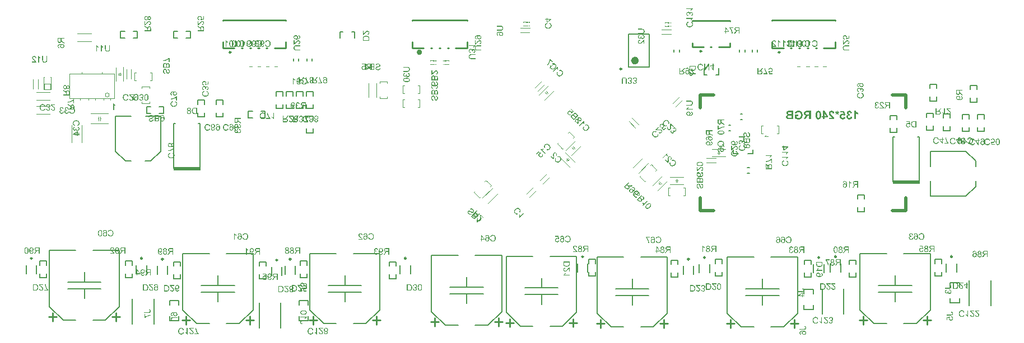
<source format=gbo>
G04*
G04 #@! TF.GenerationSoftware,Altium Limited,Altium Designer,24.0.1 (36)*
G04*
G04 Layer_Color=32896*
%FSLAX44Y44*%
%MOMM*%
G71*
G04*
G04 #@! TF.SameCoordinates,B4139D88-366C-407F-81F0-E15026D8F30D*
G04*
G04*
G04 #@! TF.FilePolarity,Positive*
G04*
G01*
G75*
%ADD10C,0.2500*%
%ADD11C,0.2540*%
%ADD12C,0.1200*%
%ADD13C,0.6000*%
%ADD14C,0.2000*%
%ADD15C,0.4000*%
%ADD16C,0.1270*%
%ADD17C,0.1524*%
%ADD20C,0.0800*%
%ADD21C,0.1000*%
%ADD214C,0.1778*%
%ADD215C,0.5000*%
%ADD216R,4.1656X0.5080*%
G36*
X1105907Y427495D02*
X1106075Y427477D01*
X1106404Y427421D01*
X1106563Y427374D01*
X1106703Y427336D01*
X1106835Y427289D01*
X1106956Y427242D01*
X1107069Y427196D01*
X1107172Y427149D01*
X1107256Y427102D01*
X1107331Y427064D01*
X1107388Y427036D01*
X1107425Y427008D01*
X1107453Y426999D01*
X1107463Y426989D01*
X1107725Y426783D01*
X1107959Y426558D01*
X1108156Y426324D01*
X1108316Y426108D01*
X1108391Y426005D01*
X1108447Y425911D01*
X1108494Y425818D01*
X1108531Y425743D01*
X1108568Y425687D01*
X1108587Y425640D01*
X1108597Y425612D01*
X1108606Y425602D01*
X1108672Y425434D01*
X1108728Y425255D01*
X1108822Y424890D01*
X1108887Y424524D01*
X1108915Y424346D01*
X1108934Y424178D01*
X1108953Y424018D01*
X1108962Y423878D01*
X1108972Y423746D01*
Y423634D01*
X1108981Y423540D01*
Y423418D01*
X1108962Y423044D01*
X1108925Y422697D01*
X1108897Y422537D01*
X1108859Y422378D01*
X1108831Y422238D01*
X1108793Y422106D01*
X1108756Y421994D01*
X1108728Y421881D01*
X1108690Y421797D01*
X1108662Y421713D01*
X1108643Y421656D01*
X1108625Y421609D01*
X1108606Y421581D01*
Y421572D01*
X1108456Y421282D01*
X1108287Y421028D01*
X1108194Y420916D01*
X1108109Y420813D01*
X1108025Y420719D01*
X1107941Y420625D01*
X1107866Y420550D01*
X1107791Y420485D01*
X1107725Y420438D01*
X1107669Y420391D01*
X1107622Y420354D01*
X1107584Y420325D01*
X1107566Y420316D01*
X1107556Y420307D01*
X1107425Y420232D01*
X1107303Y420157D01*
X1107050Y420054D01*
X1106806Y419969D01*
X1106582Y419922D01*
X1106479Y419904D01*
X1106394Y419885D01*
X1106310Y419876D01*
X1106244D01*
X1106188Y419866D01*
X1106150D01*
X1106122D01*
X1106113D01*
X1105972D01*
X1105832Y419885D01*
X1105569Y419932D01*
X1105335Y419997D01*
X1105138Y420063D01*
X1105054Y420101D01*
X1104969Y420138D01*
X1104904Y420176D01*
X1104848Y420204D01*
X1104801Y420232D01*
X1104773Y420251D01*
X1104754Y420260D01*
X1104744Y420269D01*
X1104632Y420354D01*
X1104529Y420438D01*
X1104342Y420635D01*
X1104173Y420841D01*
X1104032Y421038D01*
X1103920Y421225D01*
X1103873Y421300D01*
X1103835Y421366D01*
X1103807Y421422D01*
X1103789Y421469D01*
X1103770Y421497D01*
Y421506D01*
X1103723Y421628D01*
X1103667Y421769D01*
X1103620Y421919D01*
X1103564Y422088D01*
X1103460Y422434D01*
X1103367Y422790D01*
X1103320Y422959D01*
X1103282Y423119D01*
X1103245Y423268D01*
X1103217Y423390D01*
X1103198Y423493D01*
X1103179Y423578D01*
X1103161Y423625D01*
Y423643D01*
X1103095Y423915D01*
X1103029Y424168D01*
X1102964Y424393D01*
X1102898Y424590D01*
X1102842Y424768D01*
X1102786Y424927D01*
X1102729Y425059D01*
X1102683Y425181D01*
X1102636Y425274D01*
X1102589Y425359D01*
X1102551Y425424D01*
X1102523Y425471D01*
X1102505Y425508D01*
X1102486Y425537D01*
X1102467Y425546D01*
Y425555D01*
X1102336Y425677D01*
X1102195Y425771D01*
X1102055Y425827D01*
X1101914Y425874D01*
X1101802Y425902D01*
X1101698Y425911D01*
X1101661Y425921D01*
X1101633D01*
X1101624D01*
X1101614D01*
X1101502Y425911D01*
X1101398Y425902D01*
X1101211Y425836D01*
X1101033Y425752D01*
X1100883Y425658D01*
X1100770Y425565D01*
X1100677Y425480D01*
X1100621Y425415D01*
X1100602Y425405D01*
Y425396D01*
X1100527Y425293D01*
X1100461Y425171D01*
X1100405Y425049D01*
X1100349Y424909D01*
X1100274Y424637D01*
X1100227Y424356D01*
X1100208Y424234D01*
X1100189Y424112D01*
X1100180Y423999D01*
Y423906D01*
X1100171Y423831D01*
Y423718D01*
X1100180Y423521D01*
X1100189Y423325D01*
X1100218Y423156D01*
X1100246Y422987D01*
X1100283Y422837D01*
X1100321Y422706D01*
X1100358Y422584D01*
X1100405Y422472D01*
X1100452Y422369D01*
X1100489Y422284D01*
X1100527Y422209D01*
X1100564Y422153D01*
X1100592Y422106D01*
X1100621Y422078D01*
X1100630Y422059D01*
X1100639Y422050D01*
X1100733Y421947D01*
X1100836Y421853D01*
X1100939Y421778D01*
X1101052Y421703D01*
X1101277Y421581D01*
X1101502Y421497D01*
X1101605Y421469D01*
X1101698Y421441D01*
X1101783Y421413D01*
X1101858Y421403D01*
X1101923Y421385D01*
X1101970D01*
X1101998Y421375D01*
X1102008D01*
X1101914Y420157D01*
X1101755Y420166D01*
X1101605Y420185D01*
X1101540Y420200D01*
X1101498Y420172D01*
X1101264Y420013D01*
X1101049Y419844D01*
X1100852Y419676D01*
X1100767Y419591D01*
X1100683Y419516D01*
X1100617Y419441D01*
X1100552Y419385D01*
X1100505Y419338D01*
X1100468Y419291D01*
X1100449Y419273D01*
X1100439Y419263D01*
X1100205Y418973D01*
X1099989Y418682D01*
X1099793Y418392D01*
X1099668Y418179D01*
X1108822D01*
Y414524D01*
X1108812Y414196D01*
X1108793Y413896D01*
X1108784Y413755D01*
X1108775Y413633D01*
X1108756Y413512D01*
X1108737Y413409D01*
X1108728Y413305D01*
X1108709Y413221D01*
X1108700Y413146D01*
X1108690Y413090D01*
X1108681Y413043D01*
X1108672Y413005D01*
X1108662Y412987D01*
Y412977D01*
X1108597Y412752D01*
X1108522Y412546D01*
X1108447Y412359D01*
X1108372Y412209D01*
X1108297Y412087D01*
X1108241Y411993D01*
X1108203Y411937D01*
X1108194Y411918D01*
X1108062Y411768D01*
X1107922Y411628D01*
X1107772Y411506D01*
X1107631Y411412D01*
X1107500Y411328D01*
X1107397Y411262D01*
X1107359Y411243D01*
X1107331Y411225D01*
X1107313Y411215D01*
X1107303D01*
X1107078Y411122D01*
X1106863Y411047D01*
X1106647Y411000D01*
X1106460Y410962D01*
X1106291Y410943D01*
X1106225Y410934D01*
X1106160Y410925D01*
X1106113D01*
X1106075D01*
X1106057D01*
X1106047D01*
X1105888Y410934D01*
X1105738Y410943D01*
X1105466Y411000D01*
X1105213Y411075D01*
X1105110Y411122D01*
X1105007Y411159D01*
X1104913Y411206D01*
X1104829Y411253D01*
X1104763Y411290D01*
X1104707Y411328D01*
X1104660Y411356D01*
X1104623Y411384D01*
X1104604Y411393D01*
X1104595Y411403D01*
X1104482Y411497D01*
X1104379Y411590D01*
X1104192Y411806D01*
X1104042Y412031D01*
X1103920Y412246D01*
X1103826Y412443D01*
X1103789Y412527D01*
X1103760Y412602D01*
X1103742Y412659D01*
X1103723Y412705D01*
X1103714Y412734D01*
Y412743D01*
X1103582Y412509D01*
X1103442Y412303D01*
X1103292Y412124D01*
X1103151Y411984D01*
X1103029Y411871D01*
X1102936Y411796D01*
X1102898Y411768D01*
X1102870Y411749D01*
X1102851Y411731D01*
X1102842D01*
X1102636Y411618D01*
X1102430Y411534D01*
X1102233Y411478D01*
X1102055Y411431D01*
X1101905Y411412D01*
X1101839Y411403D01*
X1101783D01*
X1101736Y411393D01*
X1101708D01*
X1101689D01*
X1101680D01*
X1101626Y411397D01*
X1101583Y411240D01*
X1101527Y411081D01*
X1101470Y410931D01*
X1101405Y410800D01*
X1101348Y410687D01*
X1101283Y410575D01*
X1101227Y410490D01*
X1101180Y410416D01*
X1101133Y410350D01*
X1101105Y410312D01*
X1101086Y410284D01*
X1101077Y410275D01*
X1100946Y410144D01*
X1100814Y410013D01*
X1100664Y409900D01*
X1100514Y409806D01*
X1100364Y409713D01*
X1100205Y409638D01*
X1100055Y409563D01*
X1099914Y409506D01*
X1099774Y409450D01*
X1099652Y409413D01*
X1099530Y409375D01*
X1099436Y409347D01*
X1099352Y409328D01*
X1099296Y409310D01*
X1099249Y409300D01*
X1099240D01*
X1099034Y410481D01*
X1099193Y410509D01*
X1099333Y410537D01*
X1099474Y410584D01*
X1099596Y410622D01*
X1099718Y410669D01*
X1099821Y410715D01*
X1099914Y410772D01*
X1100008Y410819D01*
X1100083Y410865D01*
X1100149Y410912D01*
X1100205Y410950D01*
X1100242Y410987D01*
X1100280Y411015D01*
X1100308Y411044D01*
X1100318Y411053D01*
X1100327Y411062D01*
X1100402Y411147D01*
X1100477Y411240D01*
X1100580Y411437D01*
X1100664Y411625D01*
X1100669Y411642D01*
X1100639Y411656D01*
X1100574Y411684D01*
X1100518Y411721D01*
X1100471Y411740D01*
X1100443Y411759D01*
X1100424Y411778D01*
X1100414D01*
X1100199Y411928D01*
X1100021Y412096D01*
X1099861Y412274D01*
X1099740Y412434D01*
X1099637Y412584D01*
X1099599Y412649D01*
X1099571Y412705D01*
X1099543Y412752D01*
X1099524Y412790D01*
X1099515Y412809D01*
Y412818D01*
X1099458Y412949D01*
X1099411Y413080D01*
X1099336Y413371D01*
X1099290Y413671D01*
X1099274Y413790D01*
X1099268D01*
X1099258D01*
X1099108Y413780D01*
X1098977Y413762D01*
X1098846Y413733D01*
X1098724Y413696D01*
X1098621Y413649D01*
X1098518Y413593D01*
X1098424Y413546D01*
X1098349Y413490D01*
X1098274Y413424D01*
X1098218Y413377D01*
X1098162Y413321D01*
X1098124Y413274D01*
X1098087Y413237D01*
X1098068Y413209D01*
X1098059Y413190D01*
X1098049Y413181D01*
X1097918Y412946D01*
X1097824Y412712D01*
X1097749Y412487D01*
X1097703Y412271D01*
X1097693Y412178D01*
X1097674Y412093D01*
X1097665Y412018D01*
Y411953D01*
X1097656Y411896D01*
Y411765D01*
X1097665Y411700D01*
X1097674Y411653D01*
Y411634D01*
X1096644Y411503D01*
X1096681Y411681D01*
X1096718Y411840D01*
X1096737Y411981D01*
X1096747Y412103D01*
X1096756Y412196D01*
X1096765Y412271D01*
Y412328D01*
X1096756Y412477D01*
X1096747Y412618D01*
X1096681Y412881D01*
X1096597Y413115D01*
X1096550Y413218D01*
X1096503Y413312D01*
X1096456Y413396D01*
X1096409Y413462D01*
X1096362Y413527D01*
X1096325Y413583D01*
X1096287Y413621D01*
X1096259Y413649D01*
X1096250Y413668D01*
X1096240Y413677D01*
X1096137Y413771D01*
X1096034Y413855D01*
X1095922Y413921D01*
X1095809Y413987D01*
X1095697Y414043D01*
X1095584Y414080D01*
X1095378Y414146D01*
X1095275Y414165D01*
X1095191Y414183D01*
X1095106Y414193D01*
X1095041Y414202D01*
X1094975Y414212D01*
X1094938D01*
X1094910D01*
X1094900D01*
X1094741Y414202D01*
X1094591Y414183D01*
X1094450Y414155D01*
X1094319Y414127D01*
X1094075Y414033D01*
X1093963Y413977D01*
X1093869Y413930D01*
X1093775Y413874D01*
X1093700Y413818D01*
X1093635Y413771D01*
X1093579Y413733D01*
X1093532Y413696D01*
X1093504Y413668D01*
X1093485Y413649D01*
X1093475Y413640D01*
X1093372Y413527D01*
X1093288Y413415D01*
X1093213Y413302D01*
X1093148Y413181D01*
X1093091Y413059D01*
X1093044Y412946D01*
X1092979Y412721D01*
X1092951Y412618D01*
X1092932Y412524D01*
X1092923Y412449D01*
X1092913Y412374D01*
X1092904Y412318D01*
Y412234D01*
X1092913Y412103D01*
X1092923Y411981D01*
X1092969Y411756D01*
X1093044Y411550D01*
X1093129Y411372D01*
X1093204Y411231D01*
X1093241Y411175D01*
X1093279Y411128D01*
X1093307Y411090D01*
X1093326Y411062D01*
X1093344Y411053D01*
Y411044D01*
X1093438Y410959D01*
X1093532Y410875D01*
X1093757Y410734D01*
X1094000Y410612D01*
X1094235Y410519D01*
X1094347Y410481D01*
X1094450Y410444D01*
X1094553Y410416D01*
X1094628Y410397D01*
X1094703Y410378D01*
X1094750Y410369D01*
X1094788Y410359D01*
X1094797D01*
X1094638Y409178D01*
X1094413Y409207D01*
X1094207Y409253D01*
X1094010Y409310D01*
X1093822Y409375D01*
X1093644Y409450D01*
X1093485Y409525D01*
X1093335Y409609D01*
X1093204Y409694D01*
X1093082Y409778D01*
X1092979Y409853D01*
X1092894Y409928D01*
X1092819Y409994D01*
X1092754Y410050D01*
X1092716Y410088D01*
X1092688Y410116D01*
X1092679Y410125D01*
X1092548Y410284D01*
X1092435Y410453D01*
X1092332Y410631D01*
X1092248Y410809D01*
X1092173Y410978D01*
X1092116Y411156D01*
X1092060Y411325D01*
X1092023Y411484D01*
X1091995Y411643D01*
X1091966Y411784D01*
X1091948Y411906D01*
X1091938Y412018D01*
Y412103D01*
X1091929Y412168D01*
Y412225D01*
X1091938Y412487D01*
X1091966Y412731D01*
X1092013Y412965D01*
X1092070Y413181D01*
X1092135Y413387D01*
X1092201Y413574D01*
X1092285Y413752D01*
X1092370Y413912D01*
X1092445Y414062D01*
X1092529Y414183D01*
X1092595Y414296D01*
X1092670Y414380D01*
X1092716Y414455D01*
X1092763Y414511D01*
X1092791Y414539D01*
X1092801Y414549D01*
X1092969Y414708D01*
X1093138Y414849D01*
X1093326Y414971D01*
X1093504Y415083D01*
X1093682Y415168D01*
X1093860Y415243D01*
X1094028Y415308D01*
X1094188Y415355D01*
X1094347Y415392D01*
X1094488Y415420D01*
X1094610Y415439D01*
X1094722Y415458D01*
X1094806D01*
X1094872Y415467D01*
X1094919D01*
X1094928D01*
X1095097Y415458D01*
X1095266Y415449D01*
X1095566Y415392D01*
X1095697Y415355D01*
X1095828Y415317D01*
X1095940Y415271D01*
X1096053Y415233D01*
X1096147Y415186D01*
X1096231Y415139D01*
X1096306Y415102D01*
X1096362Y415064D01*
X1096409Y415036D01*
X1096447Y415008D01*
X1096465Y414999D01*
X1096475Y414989D01*
X1096587Y414896D01*
X1096690Y414802D01*
X1096859Y414586D01*
X1097009Y414361D01*
X1097112Y414155D01*
X1097196Y413958D01*
X1097225Y413883D01*
X1097253Y413808D01*
X1097271Y413752D01*
X1097281Y413705D01*
X1097290Y413677D01*
Y413668D01*
X1097412Y413902D01*
X1097543Y414099D01*
X1097674Y414268D01*
X1097806Y414408D01*
X1097918Y414521D01*
X1098012Y414596D01*
X1098049Y414624D01*
X1098077Y414643D01*
X1098087Y414661D01*
X1098096D01*
X1098293Y414774D01*
X1098490Y414858D01*
X1098677Y414914D01*
X1098855Y414961D01*
X1099005Y414980D01*
X1099071Y414989D01*
X1099127D01*
X1099174Y414999D01*
X1099202D01*
X1099215D01*
Y417539D01*
X1098181D01*
X1098265Y417745D01*
X1098359Y417961D01*
X1098462Y418167D01*
X1098556Y418354D01*
X1098640Y418523D01*
X1098677Y418588D01*
X1098715Y418654D01*
X1098743Y418701D01*
X1098762Y418738D01*
X1098780Y418757D01*
Y418767D01*
X1098930Y419010D01*
X1099080Y419235D01*
X1099221Y419432D01*
X1099343Y419591D01*
X1099446Y419723D01*
X1099530Y419816D01*
X1099558Y419844D01*
X1099577Y419873D01*
X1099596Y419882D01*
Y419891D01*
X1092088D01*
Y421072D01*
X1099921D01*
X1099796Y421225D01*
X1099646Y421431D01*
X1099533Y421609D01*
X1099496Y421684D01*
X1099458Y421759D01*
X1099430Y421816D01*
X1099411Y421853D01*
X1099393Y421881D01*
Y421891D01*
X1099280Y422209D01*
X1099196Y422528D01*
X1099130Y422847D01*
X1099112Y422997D01*
X1099093Y423137D01*
X1099074Y423268D01*
X1099065Y423390D01*
X1099055Y423503D01*
Y423596D01*
X1099046Y423671D01*
Y423775D01*
X1099055Y424131D01*
X1099093Y424459D01*
X1099121Y424609D01*
X1099149Y424759D01*
X1099177Y424890D01*
X1099205Y425021D01*
X1099243Y425134D01*
X1099271Y425237D01*
X1099299Y425321D01*
X1099318Y425396D01*
X1099346Y425452D01*
X1099355Y425499D01*
X1099374Y425527D01*
Y425537D01*
X1099505Y425818D01*
X1099665Y426052D01*
X1099824Y426258D01*
X1099983Y426427D01*
X1100124Y426568D01*
X1100180Y426614D01*
X1100236Y426661D01*
X1100274Y426689D01*
X1100311Y426718D01*
X1100330Y426727D01*
X1100339Y426736D01*
X1100461Y426811D01*
X1100583Y426867D01*
X1100817Y426971D01*
X1101052Y427046D01*
X1101258Y427093D01*
X1101352Y427111D01*
X1101436Y427130D01*
X1101511Y427139D01*
X1101577D01*
X1101624Y427149D01*
X1101670D01*
X1101689D01*
X1101698D01*
X1101942Y427130D01*
X1102167Y427093D01*
X1102373Y427046D01*
X1102551Y426980D01*
X1102692Y426914D01*
X1102757Y426886D01*
X1102804Y426867D01*
X1102842Y426839D01*
X1102870Y426830D01*
X1102889Y426811D01*
X1102898D01*
X1103086Y426671D01*
X1103264Y426511D01*
X1103414Y426343D01*
X1103545Y426174D01*
X1103657Y426024D01*
X1103695Y425958D01*
X1103732Y425902D01*
X1103760Y425855D01*
X1103779Y425818D01*
X1103798Y425799D01*
Y425790D01*
X1103854Y425677D01*
X1103901Y425555D01*
X1103957Y425424D01*
X1104014Y425274D01*
X1104107Y424965D01*
X1104201Y424665D01*
X1104248Y424515D01*
X1104285Y424384D01*
X1104313Y424253D01*
X1104342Y424150D01*
X1104370Y424056D01*
X1104379Y423990D01*
X1104398Y423953D01*
Y423934D01*
X1104454Y423700D01*
X1104510Y423484D01*
X1104557Y423287D01*
X1104604Y423109D01*
X1104641Y422950D01*
X1104679Y422809D01*
X1104716Y422687D01*
X1104744Y422584D01*
X1104773Y422491D01*
X1104801Y422416D01*
X1104819Y422359D01*
X1104838Y422312D01*
X1104848Y422275D01*
X1104857Y422247D01*
X1104866Y422228D01*
X1104951Y422012D01*
X1105044Y421834D01*
X1105138Y421684D01*
X1105232Y421563D01*
X1105307Y421469D01*
X1105372Y421403D01*
X1105410Y421366D01*
X1105429Y421356D01*
X1105560Y421272D01*
X1105691Y421207D01*
X1105822Y421160D01*
X1105944Y421122D01*
X1106057Y421103D01*
X1106141Y421094D01*
X1106197D01*
X1106207D01*
X1106216D01*
X1106385Y421103D01*
X1106535Y421132D01*
X1106675Y421178D01*
X1106797Y421225D01*
X1106900Y421282D01*
X1106975Y421319D01*
X1107022Y421356D01*
X1107041Y421366D01*
X1107172Y421478D01*
X1107294Y421609D01*
X1107388Y421750D01*
X1107472Y421881D01*
X1107547Y422003D01*
X1107594Y422106D01*
X1107613Y422144D01*
X1107622Y422172D01*
X1107631Y422191D01*
Y422200D01*
X1107706Y422416D01*
X1107753Y422631D01*
X1107791Y422847D01*
X1107819Y423044D01*
X1107838Y423212D01*
Y423287D01*
X1107847Y423353D01*
Y423475D01*
X1107838Y423775D01*
X1107800Y424056D01*
X1107753Y424309D01*
X1107734Y424421D01*
X1107706Y424524D01*
X1107678Y424618D01*
X1107650Y424702D01*
X1107631Y424777D01*
X1107613Y424843D01*
X1107594Y424890D01*
X1107575Y424927D01*
X1107566Y424946D01*
Y424955D01*
X1107453Y425181D01*
X1107322Y425377D01*
X1107200Y425546D01*
X1107078Y425677D01*
X1106975Y425780D01*
X1106891Y425855D01*
X1106835Y425893D01*
X1106825Y425911D01*
X1106816D01*
X1106628Y426015D01*
X1106432Y426099D01*
X1106235Y426174D01*
X1106047Y426221D01*
X1105879Y426258D01*
X1105813Y426277D01*
X1105747Y426286D01*
X1105691Y426296D01*
X1105654Y426305D01*
X1105635D01*
X1105626D01*
X1105729Y427505D01*
X1105907Y427495D01*
D02*
G37*
G36*
X1106282Y409659D02*
X1106497Y409631D01*
X1106703Y409584D01*
X1106900Y409538D01*
X1107088Y409472D01*
X1107266Y409397D01*
X1107425Y409322D01*
X1107566Y409238D01*
X1107697Y409153D01*
X1107809Y409078D01*
X1107913Y409003D01*
X1107997Y408938D01*
X1108062Y408881D01*
X1108109Y408844D01*
X1108137Y408816D01*
X1108147Y408806D01*
X1108297Y408638D01*
X1108419Y408460D01*
X1108531Y408272D01*
X1108625Y408075D01*
X1108709Y407888D01*
X1108775Y407701D01*
X1108831Y407513D01*
X1108878Y407335D01*
X1108915Y407166D01*
X1108934Y407007D01*
X1108953Y406866D01*
X1108972Y406745D01*
Y406651D01*
X1108981Y406576D01*
Y406510D01*
X1108972Y406248D01*
X1108943Y406004D01*
X1108906Y405770D01*
X1108850Y405554D01*
X1108784Y405348D01*
X1108718Y405161D01*
X1108643Y404982D01*
X1108559Y404823D01*
X1108484Y404692D01*
X1108409Y404561D01*
X1108344Y404458D01*
X1108278Y404373D01*
X1108222Y404308D01*
X1108184Y404251D01*
X1108156Y404223D01*
X1108147Y404214D01*
X1107987Y404064D01*
X1107819Y403923D01*
X1107650Y403811D01*
X1107472Y403708D01*
X1107294Y403624D01*
X1107125Y403558D01*
X1106956Y403502D01*
X1106797Y403455D01*
X1106647Y403417D01*
X1106507Y403389D01*
X1106385Y403370D01*
X1106282Y403352D01*
X1106197D01*
X1106132Y403342D01*
X1106085D01*
X1106075D01*
X1105907Y403352D01*
X1105757Y403361D01*
X1105457Y403417D01*
X1105204Y403492D01*
X1105082Y403530D01*
X1104979Y403577D01*
X1104885Y403624D01*
X1104791Y403661D01*
X1104726Y403699D01*
X1104660Y403736D01*
X1104613Y403764D01*
X1104576Y403792D01*
X1104557Y403802D01*
X1104548Y403811D01*
X1104435Y403905D01*
X1104323Y403998D01*
X1104135Y404214D01*
X1103976Y404439D01*
X1103845Y404655D01*
X1103742Y404851D01*
X1103704Y404936D01*
X1103676Y405011D01*
X1103648Y405067D01*
X1103629Y405114D01*
X1103620Y405142D01*
Y405151D01*
X1103507Y404898D01*
X1103385Y404683D01*
X1103264Y404505D01*
X1103142Y404355D01*
X1103029Y404242D01*
X1102945Y404158D01*
X1102879Y404111D01*
X1102870Y404092D01*
X1102861D01*
X1102664Y403970D01*
X1102467Y403886D01*
X1102270Y403820D01*
X1102092Y403783D01*
X1101933Y403755D01*
X1101858Y403745D01*
X1101843D01*
X1101836Y403658D01*
X1101808Y403442D01*
X1101770Y403227D01*
X1101733Y403021D01*
X1101676Y402824D01*
X1101630Y402646D01*
X1101573Y402486D01*
X1101517Y402327D01*
X1101470Y402196D01*
X1101414Y402074D01*
X1101377Y401980D01*
X1101339Y401896D01*
X1101311Y401840D01*
X1101292Y401802D01*
X1101283Y401793D01*
X1101170Y401596D01*
X1101039Y401418D01*
X1100908Y401249D01*
X1100767Y401090D01*
X1100627Y400949D01*
X1100486Y400809D01*
X1100346Y400687D01*
X1100214Y400584D01*
X1100083Y400481D01*
X1099961Y400396D01*
X1099858Y400331D01*
X1099764Y400265D01*
X1099689Y400218D01*
X1099624Y400190D01*
X1099586Y400171D01*
X1099577Y400162D01*
X1099361Y400059D01*
X1099146Y399975D01*
X1098921Y399899D01*
X1098696Y399834D01*
X1098481Y399778D01*
X1098255Y399731D01*
X1098049Y399693D01*
X1097852Y399665D01*
X1097665Y399637D01*
X1097496Y399618D01*
X1097346Y399609D01*
X1097215Y399600D01*
X1097112Y399590D01*
X1097028D01*
X1096981D01*
X1096962D01*
X1096709Y399600D01*
X1096456Y399609D01*
X1096212Y399637D01*
X1095978Y399665D01*
X1095753Y399712D01*
X1095537Y399749D01*
X1095341Y399796D01*
X1095153Y399843D01*
X1094985Y399890D01*
X1094835Y399937D01*
X1094703Y399984D01*
X1094591Y400021D01*
X1094507Y400050D01*
X1094441Y400078D01*
X1094403Y400087D01*
X1094385Y400096D01*
X1094169Y400199D01*
X1093963Y400303D01*
X1093775Y400424D01*
X1093597Y400537D01*
X1093429Y400659D01*
X1093279Y400780D01*
X1093148Y400902D01*
X1093026Y401024D01*
X1092913Y401137D01*
X1092819Y401240D01*
X1092735Y401324D01*
X1092679Y401409D01*
X1092623Y401474D01*
X1092585Y401530D01*
X1092566Y401558D01*
X1092557Y401568D01*
X1092445Y401755D01*
X1092351Y401952D01*
X1092266Y402168D01*
X1092191Y402374D01*
X1092135Y402589D01*
X1092079Y402796D01*
X1092041Y403002D01*
X1092004Y403199D01*
X1091985Y403386D01*
X1091966Y403555D01*
X1091948Y403705D01*
X1091938Y403836D01*
X1091929Y403949D01*
Y404098D01*
X1091938Y404370D01*
X1091966Y404642D01*
X1092004Y404886D01*
X1092060Y405129D01*
X1092116Y405354D01*
X1092191Y405561D01*
X1092257Y405757D01*
X1092341Y405936D01*
X1092416Y406085D01*
X1092491Y406226D01*
X1092557Y406348D01*
X1092613Y406451D01*
X1092670Y406535D01*
X1092707Y406591D01*
X1092735Y406629D01*
X1092744Y406638D01*
X1092904Y406826D01*
X1093082Y407004D01*
X1093269Y407154D01*
X1093466Y407304D01*
X1093663Y407435D01*
X1093860Y407557D01*
X1094057Y407660D01*
X1094253Y407754D01*
X1094432Y407829D01*
X1094600Y407904D01*
X1094750Y407960D01*
X1094881Y408007D01*
X1094985Y408035D01*
X1095069Y408063D01*
X1095116Y408082D01*
X1095135D01*
X1095453Y406807D01*
X1095238Y406751D01*
X1095031Y406685D01*
X1094835Y406620D01*
X1094657Y406545D01*
X1094497Y406460D01*
X1094347Y406376D01*
X1094207Y406292D01*
X1094085Y406207D01*
X1093982Y406132D01*
X1093888Y406057D01*
X1093804Y405982D01*
X1093738Y405926D01*
X1093691Y405879D01*
X1093654Y405832D01*
X1093635Y405814D01*
X1093625Y405804D01*
X1093522Y405664D01*
X1093429Y405514D01*
X1093344Y405364D01*
X1093269Y405214D01*
X1093213Y405054D01*
X1093166Y404905D01*
X1093091Y404623D01*
X1093063Y404492D01*
X1093044Y404370D01*
X1093035Y404267D01*
X1093026Y404173D01*
X1093016Y404098D01*
Y403995D01*
X1093026Y403836D01*
X1093035Y403677D01*
X1093091Y403367D01*
X1093157Y403096D01*
X1093204Y402964D01*
X1093241Y402852D01*
X1093288Y402739D01*
X1093326Y402646D01*
X1093363Y402561D01*
X1093400Y402496D01*
X1093429Y402439D01*
X1093447Y402402D01*
X1093457Y402374D01*
X1093466Y402365D01*
X1093560Y402233D01*
X1093654Y402102D01*
X1093869Y401877D01*
X1094094Y401690D01*
X1094319Y401530D01*
X1094516Y401409D01*
X1094600Y401362D01*
X1094675Y401324D01*
X1094741Y401296D01*
X1094788Y401277D01*
X1094816Y401259D01*
X1094825D01*
X1095181Y401137D01*
X1095547Y401052D01*
X1095912Y400987D01*
X1096081Y400968D01*
X1096240Y400949D01*
X1096400Y400930D01*
X1096531Y400921D01*
X1096662Y400912D01*
X1096765D01*
X1096850Y400902D01*
X1096915D01*
X1096962D01*
X1096972D01*
X1097318Y400912D01*
X1097656Y400949D01*
X1097965Y400996D01*
X1098115Y401024D01*
X1098246Y401052D01*
X1098368Y401081D01*
X1098481Y401109D01*
X1098574Y401137D01*
X1098659Y401155D01*
X1098724Y401174D01*
X1098771Y401193D01*
X1098799Y401202D01*
X1098809D01*
X1098977Y401268D01*
X1099127Y401334D01*
X1099277Y401409D01*
X1099408Y401493D01*
X1099540Y401577D01*
X1099661Y401662D01*
X1099764Y401746D01*
X1099868Y401840D01*
X1099952Y401915D01*
X1100027Y401990D01*
X1100093Y402065D01*
X1100149Y402121D01*
X1100186Y402177D01*
X1100214Y402215D01*
X1100233Y402233D01*
X1100242Y402243D01*
X1100336Y402383D01*
X1100421Y402533D01*
X1100486Y402692D01*
X1100552Y402842D01*
X1100608Y403002D01*
X1100646Y403152D01*
X1100711Y403452D01*
X1100730Y403583D01*
X1100749Y403705D01*
X1100758Y403817D01*
X1100767Y403911D01*
X1100770Y403932D01*
X1100667Y403980D01*
X1100527Y404045D01*
X1100405Y404120D01*
X1100293Y404195D01*
X1100199Y404261D01*
X1100105Y404326D01*
X1100040Y404383D01*
X1099983Y404430D01*
X1099946Y404467D01*
X1099918Y404495D01*
X1099908Y404505D01*
X1099777Y404655D01*
X1099665Y404814D01*
X1099571Y404973D01*
X1099486Y405142D01*
X1099411Y405311D01*
X1099355Y405479D01*
X1099308Y405648D01*
X1099271Y405807D01*
X1099243Y405957D01*
X1099215Y406088D01*
X1099196Y406210D01*
X1099187Y406323D01*
X1099177Y406407D01*
Y406503D01*
X1099127Y406526D01*
X1099024Y406573D01*
X1098940Y406601D01*
X1098874Y406629D01*
X1098818Y406648D01*
X1098780Y406666D01*
X1098771D01*
X1099062Y407923D01*
X1099305Y407838D01*
X1099433Y407790D01*
X1099468Y407869D01*
X1099533Y408000D01*
X1099608Y408122D01*
X1099674Y408235D01*
X1099730Y408319D01*
X1099786Y408394D01*
X1099833Y408460D01*
X1099871Y408497D01*
X1099890Y408525D01*
X1099899Y408535D01*
X1100040Y408666D01*
X1100180Y408778D01*
X1100330Y408881D01*
X1100471Y408966D01*
X1100621Y409041D01*
X1100770Y409097D01*
X1100911Y409153D01*
X1101042Y409191D01*
X1101174Y409219D01*
X1101295Y409247D01*
X1101398Y409266D01*
X1101483Y409275D01*
X1101558D01*
X1101614Y409285D01*
X1101652D01*
X1101661D01*
X1101914Y409266D01*
X1102139Y409228D01*
X1102345Y409172D01*
X1102514Y409106D01*
X1102654Y409050D01*
X1102711Y409022D01*
X1102767Y408994D01*
X1102804Y408966D01*
X1102832Y408956D01*
X1102842Y408938D01*
X1102851D01*
X1103029Y408788D01*
X1103179Y408619D01*
X1103310Y408432D01*
X1103423Y408254D01*
X1103507Y408094D01*
X1103545Y408019D01*
X1103573Y407963D01*
X1103592Y407916D01*
X1103610Y407869D01*
X1103620Y407850D01*
Y407841D01*
X1103667Y408000D01*
X1103723Y408150D01*
X1103779Y408291D01*
X1103845Y408422D01*
X1103920Y408544D01*
X1103995Y408657D01*
X1104060Y408760D01*
X1104135Y408853D01*
X1104201Y408928D01*
X1104267Y409003D01*
X1104323Y409060D01*
X1104379Y409116D01*
X1104426Y409153D01*
X1104454Y409181D01*
X1104473Y409191D01*
X1104482Y409200D01*
X1104604Y409285D01*
X1104726Y409350D01*
X1104857Y409416D01*
X1104988Y409472D01*
X1105251Y409556D01*
X1105504Y409613D01*
X1105616Y409631D01*
X1105719Y409641D01*
X1105813Y409650D01*
X1105888Y409659D01*
X1105954Y409669D01*
X1106010D01*
X1106038D01*
X1106047D01*
X1106282Y409659D01*
D02*
G37*
G36*
X90741Y445606D02*
X90994Y445597D01*
X91238Y445569D01*
X91472Y445541D01*
X91697Y445494D01*
X91912Y445456D01*
X92109Y445410D01*
X92297Y445363D01*
X92465Y445316D01*
X92615Y445269D01*
X92747Y445222D01*
X92859Y445185D01*
X92943Y445157D01*
X93009Y445128D01*
X93047Y445119D01*
X93065Y445110D01*
X93281Y445006D01*
X93487Y444903D01*
X93674Y444782D01*
X93853Y444669D01*
X94021Y444547D01*
X94171Y444425D01*
X94303Y444304D01*
X94424Y444182D01*
X94537Y444069D01*
X94630Y443966D01*
X94715Y443882D01*
X94771Y443797D01*
X94827Y443732D01*
X94865Y443676D01*
X94884Y443647D01*
X94893Y443638D01*
X95005Y443451D01*
X95099Y443254D01*
X95183Y443038D01*
X95259Y442832D01*
X95315Y442617D01*
X95371Y442410D01*
X95408Y442204D01*
X95446Y442007D01*
X95465Y441820D01*
X95484Y441651D01*
X95502Y441501D01*
X95512Y441370D01*
X95521Y441258D01*
Y441107D01*
X95512Y440836D01*
X95484Y440564D01*
X95446Y440320D01*
X95390Y440076D01*
X95333Y439852D01*
X95259Y439645D01*
X95193Y439449D01*
X95108Y439271D01*
X95034Y439120D01*
X94959Y438980D01*
X94893Y438858D01*
X94837Y438755D01*
X94781Y438671D01*
X94743Y438614D01*
X94715Y438577D01*
X94705Y438568D01*
X94546Y438380D01*
X94368Y438202D01*
X94181Y438052D01*
X93984Y437902D01*
X93787Y437771D01*
X93590Y437649D01*
X93393Y437546D01*
X93196Y437452D01*
X93019Y437377D01*
X92850Y437302D01*
X92700Y437246D01*
X92569Y437199D01*
X92465Y437171D01*
X92381Y437143D01*
X92334Y437124D01*
X92316D01*
X91997Y438399D01*
X92212Y438455D01*
X92419Y438521D01*
X92615Y438586D01*
X92794Y438661D01*
X92953Y438746D01*
X93103Y438830D01*
X93243Y438914D01*
X93365Y438999D01*
X93468Y439074D01*
X93562Y439149D01*
X93646Y439224D01*
X93712Y439280D01*
X93759Y439327D01*
X93796Y439374D01*
X93815Y439392D01*
X93825Y439402D01*
X93928Y439542D01*
X94021Y439692D01*
X94106Y439842D01*
X94181Y439992D01*
X94237Y440151D01*
X94284Y440302D01*
X94359Y440583D01*
X94387Y440714D01*
X94406Y440836D01*
X94415Y440939D01*
X94424Y441032D01*
X94434Y441107D01*
Y441211D01*
X94424Y441370D01*
X94415Y441529D01*
X94359Y441839D01*
X94293Y442110D01*
X94246Y442242D01*
X94209Y442354D01*
X94162Y442467D01*
X94124Y442560D01*
X94087Y442645D01*
X94049Y442710D01*
X94021Y442766D01*
X94003Y442804D01*
X93993Y442832D01*
X93984Y442841D01*
X93890Y442973D01*
X93796Y443104D01*
X93581Y443329D01*
X93356Y443516D01*
X93131Y443676D01*
X92934Y443797D01*
X92850Y443844D01*
X92775Y443882D01*
X92709Y443910D01*
X92662Y443929D01*
X92634Y443947D01*
X92625D01*
X92269Y444069D01*
X91903Y444154D01*
X91538Y444219D01*
X91369Y444238D01*
X91209Y444257D01*
X91050Y444275D01*
X90919Y444285D01*
X90788Y444294D01*
X90685D01*
X90600Y444304D01*
X90535D01*
X90488D01*
X90478D01*
X90132Y444294D01*
X89794Y444257D01*
X89485Y444210D01*
X89335Y444182D01*
X89204Y444154D01*
X89082Y444126D01*
X88969Y444097D01*
X88876Y444069D01*
X88791Y444050D01*
X88726Y444032D01*
X88679Y444013D01*
X88651Y444004D01*
X88642D01*
X88473Y443938D01*
X88323Y443872D01*
X88173Y443797D01*
X88042Y443713D01*
X87910Y443629D01*
X87788Y443544D01*
X87685Y443460D01*
X87582Y443366D01*
X87498Y443291D01*
X87423Y443216D01*
X87357Y443141D01*
X87301Y443085D01*
X87264Y443029D01*
X87236Y442991D01*
X87217Y442973D01*
X87207Y442963D01*
X87114Y442823D01*
X87029Y442673D01*
X86964Y442513D01*
X86898Y442363D01*
X86842Y442204D01*
X86804Y442054D01*
X86739Y441754D01*
X86720Y441623D01*
X86701Y441501D01*
X86692Y441389D01*
X86683Y441295D01*
X86673Y441211D01*
Y441107D01*
X86683Y440929D01*
X86692Y440761D01*
X86748Y440451D01*
X86786Y440311D01*
X86823Y440180D01*
X86870Y440058D01*
X86917Y439955D01*
X86964Y439852D01*
X87011Y439767D01*
X87048Y439692D01*
X87086Y439627D01*
X87114Y439580D01*
X87142Y439542D01*
X87151Y439524D01*
X87161Y439514D01*
X87254Y439402D01*
X87367Y439289D01*
X87601Y439092D01*
X87854Y438924D01*
X88098Y438783D01*
X88220Y438727D01*
X88323Y438680D01*
X88426Y438633D01*
X88510Y438605D01*
X88576Y438577D01*
X88632Y438558D01*
X88670Y438539D01*
X88679D01*
X88388Y437284D01*
X88145Y437368D01*
X87920Y437452D01*
X87704Y437555D01*
X87507Y437668D01*
X87320Y437780D01*
X87151Y437893D01*
X87001Y438005D01*
X86861Y438118D01*
X86739Y438230D01*
X86626Y438333D01*
X86533Y438418D01*
X86458Y438502D01*
X86401Y438568D01*
X86364Y438614D01*
X86336Y438652D01*
X86326Y438661D01*
X86195Y438849D01*
X86083Y439045D01*
X85980Y439252D01*
X85895Y439458D01*
X85830Y439655D01*
X85764Y439861D01*
X85717Y440058D01*
X85680Y440236D01*
X85652Y440414D01*
X85624Y440573D01*
X85605Y440714D01*
X85595Y440836D01*
X85586Y440939D01*
Y441079D01*
X85595Y441314D01*
X85614Y441548D01*
X85642Y441764D01*
X85680Y441979D01*
X85717Y442185D01*
X85773Y442382D01*
X85820Y442560D01*
X85877Y442720D01*
X85933Y442879D01*
X85980Y443010D01*
X86036Y443132D01*
X86073Y443226D01*
X86111Y443310D01*
X86139Y443366D01*
X86158Y443404D01*
X86167Y443413D01*
X86280Y443610D01*
X86411Y443788D01*
X86542Y443957D01*
X86683Y444116D01*
X86823Y444257D01*
X86964Y444397D01*
X87104Y444519D01*
X87236Y444622D01*
X87367Y444725D01*
X87489Y444810D01*
X87592Y444875D01*
X87685Y444941D01*
X87760Y444988D01*
X87826Y445016D01*
X87864Y445035D01*
X87873Y445044D01*
X88089Y445147D01*
X88304Y445231D01*
X88529Y445306D01*
X88754Y445372D01*
X88969Y445428D01*
X89194Y445475D01*
X89401Y445513D01*
X89598Y445541D01*
X89785Y445569D01*
X89954Y445588D01*
X90104Y445597D01*
X90235Y445606D01*
X90338Y445616D01*
X90422D01*
X90469D01*
X90488D01*
X90741Y445606D01*
D02*
G37*
G36*
X93037Y435999D02*
X93243Y435953D01*
X93440Y435896D01*
X93628Y435831D01*
X93806Y435756D01*
X93965Y435681D01*
X94115Y435596D01*
X94246Y435512D01*
X94368Y435428D01*
X94471Y435353D01*
X94556Y435278D01*
X94630Y435212D01*
X94696Y435156D01*
X94734Y435118D01*
X94762Y435090D01*
X94771Y435081D01*
X94902Y434922D01*
X95015Y434753D01*
X95118Y434575D01*
X95202Y434397D01*
X95277Y434228D01*
X95333Y434050D01*
X95390Y433881D01*
X95427Y433722D01*
X95455Y433563D01*
X95484Y433422D01*
X95502Y433300D01*
X95512Y433188D01*
Y433103D01*
X95521Y433038D01*
Y432981D01*
X95512Y432719D01*
X95484Y432475D01*
X95437Y432241D01*
X95380Y432025D01*
X95315Y431819D01*
X95249Y431632D01*
X95165Y431454D01*
X95080Y431294D01*
X95005Y431144D01*
X94921Y431023D01*
X94855Y430910D01*
X94781Y430826D01*
X94734Y430751D01*
X94687Y430695D01*
X94659Y430666D01*
X94649Y430657D01*
X94481Y430498D01*
X94312Y430357D01*
X94124Y430235D01*
X93946Y430123D01*
X93768Y430038D01*
X93590Y429963D01*
X93421Y429898D01*
X93262Y429851D01*
X93103Y429813D01*
X92962Y429785D01*
X92840Y429767D01*
X92728Y429748D01*
X92644D01*
X92578Y429739D01*
X92531D01*
X92522D01*
X92353Y429748D01*
X92184Y429757D01*
X91884Y429813D01*
X91753Y429851D01*
X91622Y429888D01*
X91510Y429935D01*
X91397Y429973D01*
X91303Y430020D01*
X91219Y430067D01*
X91144Y430104D01*
X91088Y430142D01*
X91041Y430170D01*
X91003Y430198D01*
X90985Y430207D01*
X90975Y430216D01*
X90863Y430310D01*
X90760Y430404D01*
X90591Y430620D01*
X90441Y430844D01*
X90338Y431051D01*
X90253Y431247D01*
X90225Y431323D01*
X90197Y431398D01*
X90179Y431454D01*
X90169Y431501D01*
X90160Y431529D01*
Y431538D01*
X90038Y431304D01*
X89907Y431107D01*
X89775Y430938D01*
X89644Y430798D01*
X89532Y430685D01*
X89438Y430610D01*
X89401Y430582D01*
X89373Y430563D01*
X89363Y430545D01*
X89354D01*
X89157Y430432D01*
X88960Y430348D01*
X88773Y430291D01*
X88595Y430245D01*
X88445Y430226D01*
X88379Y430216D01*
X88323D01*
X88276Y430207D01*
X88248D01*
X88229D01*
X88220D01*
X87976Y430226D01*
X87751Y430263D01*
X87535Y430320D01*
X87357Y430385D01*
X87198Y430451D01*
X87133Y430479D01*
X87086Y430507D01*
X87039Y430526D01*
X87011Y430545D01*
X86992Y430563D01*
X86982D01*
X86776Y430704D01*
X86589Y430863D01*
X86430Y431032D01*
X86298Y431201D01*
X86195Y431351D01*
X86148Y431407D01*
X86120Y431463D01*
X86092Y431510D01*
X86073Y431547D01*
X86055Y431566D01*
Y431576D01*
X85942Y431829D01*
X85858Y432082D01*
X85802Y432316D01*
X85755Y432541D01*
X85745Y432644D01*
X85736Y432738D01*
X85727Y432813D01*
Y432888D01*
X85717Y432944D01*
Y433019D01*
X85727Y433225D01*
X85745Y433431D01*
X85773Y433619D01*
X85820Y433797D01*
X85867Y433966D01*
X85923Y434125D01*
X85980Y434275D01*
X86045Y434406D01*
X86102Y434519D01*
X86167Y434631D01*
X86223Y434715D01*
X86270Y434790D01*
X86317Y434856D01*
X86345Y434893D01*
X86364Y434922D01*
X86373Y434931D01*
X86504Y435062D01*
X86636Y435193D01*
X86786Y435306D01*
X86936Y435400D01*
X87086Y435493D01*
X87245Y435568D01*
X87395Y435643D01*
X87535Y435700D01*
X87676Y435756D01*
X87798Y435793D01*
X87920Y435831D01*
X88013Y435859D01*
X88098Y435878D01*
X88154Y435896D01*
X88201Y435906D01*
X88210D01*
X88417Y434725D01*
X88257Y434697D01*
X88117Y434669D01*
X87976Y434622D01*
X87854Y434584D01*
X87732Y434537D01*
X87629Y434490D01*
X87535Y434434D01*
X87442Y434387D01*
X87367Y434341D01*
X87301Y434294D01*
X87245Y434256D01*
X87207Y434219D01*
X87170Y434190D01*
X87142Y434162D01*
X87133Y434153D01*
X87123Y434144D01*
X87048Y434059D01*
X86973Y433966D01*
X86870Y433769D01*
X86786Y433581D01*
X86739Y433394D01*
X86701Y433234D01*
X86692Y433169D01*
Y433103D01*
X86683Y433056D01*
Y432860D01*
X86701Y432747D01*
X86748Y432522D01*
X86823Y432325D01*
X86898Y432166D01*
X86973Y432035D01*
X87048Y431932D01*
X87076Y431904D01*
X87095Y431875D01*
X87104Y431866D01*
X87114Y431857D01*
X87198Y431782D01*
X87282Y431707D01*
X87460Y431604D01*
X87639Y431519D01*
X87807Y431473D01*
X87957Y431435D01*
X88023Y431426D01*
X88079D01*
X88126Y431416D01*
X88163D01*
X88182D01*
X88192D01*
X88342Y431426D01*
X88473Y431444D01*
X88604Y431473D01*
X88726Y431510D01*
X88829Y431557D01*
X88932Y431613D01*
X89026Y431660D01*
X89101Y431716D01*
X89176Y431782D01*
X89232Y431829D01*
X89288Y431885D01*
X89326Y431932D01*
X89363Y431969D01*
X89382Y431997D01*
X89391Y432016D01*
X89401Y432025D01*
X89532Y432260D01*
X89626Y432494D01*
X89701Y432719D01*
X89747Y432935D01*
X89757Y433028D01*
X89775Y433113D01*
X89785Y433188D01*
Y433253D01*
X89794Y433310D01*
Y433441D01*
X89785Y433506D01*
X89775Y433553D01*
Y433572D01*
X90807Y433703D01*
X90769Y433525D01*
X90731Y433366D01*
X90713Y433225D01*
X90703Y433103D01*
X90694Y433010D01*
X90685Y432935D01*
Y432878D01*
X90694Y432728D01*
X90703Y432588D01*
X90769Y432325D01*
X90853Y432091D01*
X90900Y431988D01*
X90947Y431894D01*
X90994Y431810D01*
X91041Y431744D01*
X91088Y431679D01*
X91125Y431622D01*
X91163Y431585D01*
X91191Y431557D01*
X91200Y431538D01*
X91209Y431529D01*
X91313Y431435D01*
X91416Y431351D01*
X91528Y431285D01*
X91641Y431219D01*
X91753Y431163D01*
X91866Y431126D01*
X92072Y431060D01*
X92175Y431041D01*
X92259Y431023D01*
X92344Y431013D01*
X92409Y431004D01*
X92475Y430994D01*
X92512D01*
X92541D01*
X92550D01*
X92709Y431004D01*
X92859Y431023D01*
X93000Y431051D01*
X93131Y431079D01*
X93375Y431172D01*
X93487Y431229D01*
X93581Y431276D01*
X93674Y431332D01*
X93750Y431388D01*
X93815Y431435D01*
X93871Y431473D01*
X93918Y431510D01*
X93946Y431538D01*
X93965Y431557D01*
X93975Y431566D01*
X94078Y431679D01*
X94162Y431791D01*
X94237Y431904D01*
X94303Y432025D01*
X94359Y432147D01*
X94406Y432260D01*
X94471Y432485D01*
X94499Y432588D01*
X94518Y432682D01*
X94527Y432757D01*
X94537Y432831D01*
X94546Y432888D01*
Y432972D01*
X94537Y433103D01*
X94527Y433225D01*
X94481Y433450D01*
X94406Y433656D01*
X94321Y433834D01*
X94246Y433975D01*
X94209Y434031D01*
X94171Y434078D01*
X94143Y434115D01*
X94124Y434144D01*
X94106Y434153D01*
Y434162D01*
X94012Y434247D01*
X93918Y434331D01*
X93693Y434472D01*
X93450Y434594D01*
X93215Y434687D01*
X93103Y434725D01*
X93000Y434762D01*
X92897Y434790D01*
X92822Y434809D01*
X92747Y434828D01*
X92700Y434837D01*
X92662Y434847D01*
X92653D01*
X92812Y436028D01*
X93037Y435999D01*
D02*
G37*
G36*
X93065Y424790D02*
X95362D01*
Y423609D01*
X93065D01*
Y422315D01*
X91987D01*
Y423609D01*
X85755D01*
Y424574D01*
X91987Y428961D01*
X93065D01*
Y424790D01*
D02*
G37*
G36*
X284572Y505085D02*
X284815Y505057D01*
X285040Y505010D01*
X285256Y504964D01*
X285453Y504889D01*
X285640Y504823D01*
X285809Y504739D01*
X285959Y504664D01*
X286099Y504579D01*
X286221Y504495D01*
X286324Y504429D01*
X286409Y504364D01*
X286474Y504308D01*
X286531Y504261D01*
X286559Y504232D01*
X286568Y504223D01*
X286718Y504054D01*
X286859Y503886D01*
X286971Y503708D01*
X287074Y503530D01*
X287159Y503352D01*
X287224Y503173D01*
X287280Y502995D01*
X287327Y502836D01*
X287365Y502686D01*
X287393Y502546D01*
X287412Y502414D01*
X287430Y502311D01*
Y502217D01*
X287440Y502152D01*
Y502096D01*
X287430Y501917D01*
X287412Y501739D01*
X287383Y501571D01*
X287346Y501411D01*
X287243Y501102D01*
X287196Y500961D01*
X287140Y500830D01*
X287074Y500708D01*
X287027Y500605D01*
X286971Y500502D01*
X286924Y500427D01*
X286887Y500362D01*
X286859Y500315D01*
X286840Y500287D01*
X286831Y500277D01*
X289427Y500793D01*
Y504645D01*
X290551D01*
Y499855D01*
X285612Y498928D01*
X285471Y500034D01*
X285612Y500137D01*
X285743Y500258D01*
X285856Y500371D01*
X285959Y500493D01*
X286034Y500587D01*
X286090Y500671D01*
X286128Y500727D01*
X286137Y500737D01*
Y500746D01*
X286221Y500924D01*
X286287Y501102D01*
X286334Y501271D01*
X286371Y501430D01*
X286390Y501571D01*
Y501627D01*
X286399Y501683D01*
Y501777D01*
X286390Y501946D01*
X286371Y502105D01*
X286343Y502255D01*
X286306Y502405D01*
X286259Y502536D01*
X286212Y502658D01*
X286156Y502770D01*
X286109Y502873D01*
X286053Y502958D01*
X285996Y503042D01*
X285949Y503108D01*
X285903Y503164D01*
X285865Y503211D01*
X285837Y503239D01*
X285818Y503258D01*
X285809Y503267D01*
X285697Y503370D01*
X285575Y503455D01*
X285443Y503530D01*
X285312Y503595D01*
X285181Y503651D01*
X285050Y503698D01*
X284797Y503764D01*
X284675Y503792D01*
X284562Y503811D01*
X284469Y503820D01*
X284384Y503829D01*
X284309Y503839D01*
X284262D01*
X284225D01*
X284216D01*
X284019Y503829D01*
X283841Y503811D01*
X283663Y503783D01*
X283503Y503745D01*
X283353Y503698D01*
X283213Y503651D01*
X283081Y503595D01*
X282969Y503548D01*
X282866Y503492D01*
X282772Y503436D01*
X282688Y503389D01*
X282632Y503342D01*
X282575Y503305D01*
X282538Y503276D01*
X282519Y503258D01*
X282510Y503248D01*
X282397Y503136D01*
X282304Y503014D01*
X282219Y502892D01*
X282144Y502770D01*
X282079Y502649D01*
X282032Y502536D01*
X281957Y502302D01*
X281929Y502199D01*
X281910Y502105D01*
X281891Y502021D01*
X281882Y501946D01*
X281872Y501889D01*
Y501805D01*
X281882Y501674D01*
X281891Y501552D01*
X281947Y501318D01*
X282013Y501111D01*
X282097Y500933D01*
X282182Y500783D01*
X282219Y500727D01*
X282257Y500680D01*
X282285Y500643D01*
X282304Y500615D01*
X282313Y500596D01*
X282322Y500587D01*
X282416Y500502D01*
X282510Y500418D01*
X282735Y500277D01*
X282960Y500174D01*
X283175Y500090D01*
X283381Y500024D01*
X283466Y500005D01*
X283541Y499987D01*
X283606Y499977D01*
X283653Y499968D01*
X283681Y499959D01*
X283691D01*
X283588Y498721D01*
X283363Y498750D01*
X283157Y498796D01*
X282960Y498853D01*
X282772Y498918D01*
X282594Y498993D01*
X282435Y499068D01*
X282285Y499153D01*
X282154Y499237D01*
X282041Y499312D01*
X281938Y499396D01*
X281844Y499462D01*
X281769Y499528D01*
X281713Y499584D01*
X281676Y499621D01*
X281647Y499649D01*
X281638Y499659D01*
X281507Y499818D01*
X281394Y499987D01*
X281301Y500165D01*
X281216Y500343D01*
X281141Y500530D01*
X281085Y500708D01*
X281038Y500877D01*
X281001Y501046D01*
X280973Y501205D01*
X280944Y501346D01*
X280926Y501477D01*
X280916Y501589D01*
Y501683D01*
X280907Y501749D01*
Y501805D01*
X280916Y502096D01*
X280954Y502377D01*
X281010Y502630D01*
X281085Y502873D01*
X281179Y503098D01*
X281273Y503305D01*
X281376Y503492D01*
X281488Y503670D01*
X281601Y503820D01*
X281704Y503951D01*
X281798Y504064D01*
X281891Y504157D01*
X281966Y504232D01*
X282022Y504279D01*
X282060Y504317D01*
X282069Y504326D01*
X282247Y504458D01*
X282435Y504579D01*
X282632Y504682D01*
X282819Y504767D01*
X283006Y504842D01*
X283194Y504907D01*
X283381Y504954D01*
X283550Y505001D01*
X283710Y505029D01*
X283859Y505057D01*
X283991Y505076D01*
X284103Y505085D01*
X284197D01*
X284262Y505095D01*
X284300D01*
X284319D01*
X284572Y505085D01*
D02*
G37*
G36*
X284075Y497550D02*
X284244Y497541D01*
X284544Y497484D01*
X284675Y497447D01*
X284806Y497409D01*
X284918Y497362D01*
X285031Y497325D01*
X285125Y497278D01*
X285209Y497231D01*
X285284Y497194D01*
X285340Y497156D01*
X285387Y497128D01*
X285425Y497100D01*
X285443Y497091D01*
X285453Y497081D01*
X285565Y496987D01*
X285668Y496894D01*
X285837Y496678D01*
X285987Y496453D01*
X286090Y496247D01*
X286175Y496050D01*
X286203Y495975D01*
X286231Y495900D01*
X286249Y495844D01*
X286259Y495797D01*
X286268Y495769D01*
Y495760D01*
X286390Y495994D01*
X286521Y496191D01*
X286653Y496359D01*
X286784Y496500D01*
X286896Y496613D01*
X286990Y496688D01*
X287027Y496716D01*
X287055Y496734D01*
X287065Y496753D01*
X287074D01*
X287271Y496866D01*
X287468Y496950D01*
X287655Y497006D01*
X287833Y497053D01*
X287983Y497072D01*
X288049Y497081D01*
X288105D01*
X288152Y497091D01*
X288180D01*
X288199D01*
X288208D01*
X288452Y497072D01*
X288677Y497034D01*
X288892Y496978D01*
X289071Y496912D01*
X289230Y496847D01*
X289296Y496819D01*
X289342Y496791D01*
X289389Y496772D01*
X289417Y496753D01*
X289436Y496734D01*
X289445D01*
X289652Y496594D01*
X289839Y496435D01*
X289998Y496266D01*
X290130Y496097D01*
X290233Y495947D01*
X290280Y495891D01*
X290308Y495835D01*
X290336Y495788D01*
X290355Y495750D01*
X290373Y495732D01*
Y495722D01*
X290486Y495469D01*
X290570Y495216D01*
X290626Y494982D01*
X290673Y494757D01*
X290683Y494654D01*
X290692Y494560D01*
X290701Y494485D01*
Y494410D01*
X290711Y494354D01*
Y494279D01*
X290701Y494073D01*
X290683Y493866D01*
X290655Y493679D01*
X290608Y493501D01*
X290561Y493332D01*
X290505Y493173D01*
X290448Y493023D01*
X290383Y492892D01*
X290326Y492779D01*
X290261Y492667D01*
X290205Y492582D01*
X290158Y492507D01*
X290111Y492442D01*
X290083Y492404D01*
X290064Y492376D01*
X290055Y492367D01*
X289923Y492236D01*
X289792Y492104D01*
X289642Y491992D01*
X289492Y491898D01*
X289342Y491805D01*
X289183Y491730D01*
X289033Y491655D01*
X288892Y491598D01*
X288752Y491542D01*
X288630Y491505D01*
X288508Y491467D01*
X288414Y491439D01*
X288330Y491420D01*
X288274Y491401D01*
X288227Y491392D01*
X288218D01*
X288011Y492573D01*
X288171Y492601D01*
X288311Y492629D01*
X288452Y492676D01*
X288574Y492714D01*
X288696Y492761D01*
X288799Y492807D01*
X288892Y492864D01*
X288986Y492910D01*
X289061Y492957D01*
X289127Y493004D01*
X289183Y493042D01*
X289221Y493079D01*
X289258Y493107D01*
X289286Y493135D01*
X289296Y493145D01*
X289305Y493154D01*
X289380Y493238D01*
X289455Y493332D01*
X289558Y493529D01*
X289642Y493717D01*
X289689Y493904D01*
X289727Y494063D01*
X289736Y494129D01*
Y494194D01*
X289745Y494241D01*
Y494438D01*
X289727Y494551D01*
X289680Y494776D01*
X289605Y494972D01*
X289530Y495132D01*
X289455Y495263D01*
X289380Y495366D01*
X289352Y495394D01*
X289333Y495422D01*
X289324Y495432D01*
X289314Y495441D01*
X289230Y495516D01*
X289146Y495591D01*
X288967Y495694D01*
X288789Y495778D01*
X288621Y495825D01*
X288471Y495863D01*
X288405Y495872D01*
X288349D01*
X288302Y495882D01*
X288265D01*
X288246D01*
X288236D01*
X288086Y495872D01*
X287955Y495853D01*
X287824Y495825D01*
X287702Y495788D01*
X287599Y495741D01*
X287496Y495685D01*
X287402Y495638D01*
X287327Y495582D01*
X287252Y495516D01*
X287196Y495469D01*
X287140Y495413D01*
X287102Y495366D01*
X287065Y495328D01*
X287046Y495300D01*
X287037Y495282D01*
X287027Y495272D01*
X286896Y495038D01*
X286802Y494804D01*
X286727Y494579D01*
X286681Y494363D01*
X286671Y494269D01*
X286653Y494185D01*
X286643Y494110D01*
Y494044D01*
X286634Y493988D01*
Y493857D01*
X286643Y493791D01*
X286653Y493745D01*
Y493726D01*
X285621Y493595D01*
X285659Y493773D01*
X285697Y493932D01*
X285715Y494073D01*
X285725Y494194D01*
X285734Y494288D01*
X285743Y494363D01*
Y494419D01*
X285734Y494569D01*
X285725Y494710D01*
X285659Y494972D01*
X285575Y495207D01*
X285528Y495310D01*
X285481Y495404D01*
X285434Y495488D01*
X285387Y495554D01*
X285340Y495619D01*
X285303Y495675D01*
X285265Y495713D01*
X285237Y495741D01*
X285228Y495760D01*
X285219Y495769D01*
X285115Y495863D01*
X285012Y495947D01*
X284900Y496013D01*
X284787Y496078D01*
X284675Y496135D01*
X284562Y496172D01*
X284356Y496238D01*
X284253Y496256D01*
X284169Y496275D01*
X284084Y496285D01*
X284019Y496294D01*
X283953Y496303D01*
X283916D01*
X283888D01*
X283878D01*
X283719Y496294D01*
X283569Y496275D01*
X283428Y496247D01*
X283297Y496219D01*
X283053Y496125D01*
X282941Y496069D01*
X282847Y496022D01*
X282754Y495966D01*
X282679Y495910D01*
X282613Y495863D01*
X282557Y495825D01*
X282510Y495788D01*
X282482Y495760D01*
X282463Y495741D01*
X282453Y495732D01*
X282350Y495619D01*
X282266Y495507D01*
X282191Y495394D01*
X282125Y495272D01*
X282069Y495150D01*
X282022Y495038D01*
X281957Y494813D01*
X281929Y494710D01*
X281910Y494616D01*
X281901Y494541D01*
X281891Y494466D01*
X281882Y494410D01*
Y494326D01*
X281891Y494194D01*
X281901Y494073D01*
X281947Y493848D01*
X282022Y493642D01*
X282107Y493463D01*
X282182Y493323D01*
X282219Y493267D01*
X282257Y493220D01*
X282285Y493182D01*
X282304Y493154D01*
X282322Y493145D01*
Y493135D01*
X282416Y493051D01*
X282510Y492967D01*
X282735Y492826D01*
X282978Y492704D01*
X283213Y492611D01*
X283325Y492573D01*
X283428Y492536D01*
X283531Y492507D01*
X283606Y492489D01*
X283681Y492470D01*
X283728Y492461D01*
X283766Y492451D01*
X283775D01*
X283616Y491270D01*
X283391Y491298D01*
X283185Y491345D01*
X282988Y491401D01*
X282800Y491467D01*
X282622Y491542D01*
X282463Y491617D01*
X282313Y491701D01*
X282182Y491786D01*
X282060Y491870D01*
X281957Y491945D01*
X281872Y492020D01*
X281798Y492086D01*
X281732Y492142D01*
X281694Y492179D01*
X281666Y492207D01*
X281657Y492217D01*
X281526Y492376D01*
X281413Y492545D01*
X281310Y492723D01*
X281226Y492901D01*
X281151Y493070D01*
X281094Y493248D01*
X281038Y493416D01*
X281001Y493576D01*
X280973Y493735D01*
X280944Y493876D01*
X280926Y493998D01*
X280916Y494110D01*
Y494194D01*
X280907Y494260D01*
Y494316D01*
X280916Y494579D01*
X280944Y494822D01*
X280991Y495057D01*
X281048Y495272D01*
X281113Y495479D01*
X281179Y495666D01*
X281263Y495844D01*
X281348Y496003D01*
X281423Y496153D01*
X281507Y496275D01*
X281572Y496388D01*
X281647Y496472D01*
X281694Y496547D01*
X281741Y496603D01*
X281769Y496631D01*
X281779Y496641D01*
X281947Y496800D01*
X282116Y496941D01*
X282304Y497062D01*
X282482Y497175D01*
X282660Y497259D01*
X282838Y497334D01*
X283006Y497400D01*
X283166Y497447D01*
X283325Y497484D01*
X283466Y497512D01*
X283588Y497531D01*
X283700Y497550D01*
X283784D01*
X283850Y497559D01*
X283897D01*
X283906D01*
X284075Y497550D01*
D02*
G37*
G36*
X284431Y488899D02*
X284216Y488843D01*
X284009Y488777D01*
X283813Y488712D01*
X283634Y488637D01*
X283475Y488552D01*
X283325Y488468D01*
X283185Y488383D01*
X283063Y488299D01*
X282960Y488224D01*
X282866Y488149D01*
X282782Y488074D01*
X282716Y488018D01*
X282669Y487971D01*
X282632Y487924D01*
X282613Y487906D01*
X282603Y487896D01*
X282500Y487756D01*
X282407Y487606D01*
X282322Y487456D01*
X282247Y487306D01*
X282191Y487146D01*
X282144Y486996D01*
X282069Y486715D01*
X282041Y486584D01*
X282022Y486462D01*
X282013Y486359D01*
X282004Y486265D01*
X281994Y486190D01*
Y486087D01*
X282004Y485928D01*
X282013Y485769D01*
X282069Y485459D01*
X282135Y485187D01*
X282182Y485056D01*
X282219Y484944D01*
X282266Y484831D01*
X282304Y484738D01*
X282341Y484653D01*
X282379Y484588D01*
X282407Y484531D01*
X282425Y484494D01*
X282435Y484466D01*
X282444Y484456D01*
X282538Y484325D01*
X282632Y484194D01*
X282847Y483969D01*
X283072Y483782D01*
X283297Y483622D01*
X283494Y483500D01*
X283578Y483453D01*
X283653Y483416D01*
X283719Y483388D01*
X283766Y483369D01*
X283794Y483350D01*
X283803D01*
X284159Y483228D01*
X284525Y483144D01*
X284890Y483079D01*
X285059Y483060D01*
X285219Y483041D01*
X285378Y483022D01*
X285509Y483013D01*
X285640Y483004D01*
X285743D01*
X285828Y482994D01*
X285893D01*
X285940D01*
X285949D01*
X286296Y483004D01*
X286634Y483041D01*
X286943Y483088D01*
X287093Y483116D01*
X287224Y483144D01*
X287346Y483172D01*
X287458Y483200D01*
X287552Y483228D01*
X287637Y483247D01*
X287702Y483266D01*
X287749Y483285D01*
X287777Y483294D01*
X287787D01*
X287955Y483360D01*
X288105Y483425D01*
X288255Y483500D01*
X288386Y483585D01*
X288518Y483669D01*
X288640Y483753D01*
X288743Y483838D01*
X288846Y483932D01*
X288930Y484006D01*
X289005Y484081D01*
X289071Y484156D01*
X289127Y484213D01*
X289164Y484269D01*
X289192Y484306D01*
X289211Y484325D01*
X289221Y484334D01*
X289314Y484475D01*
X289399Y484625D01*
X289464Y484784D01*
X289530Y484934D01*
X289586Y485094D01*
X289624Y485244D01*
X289689Y485544D01*
X289708Y485675D01*
X289727Y485797D01*
X289736Y485909D01*
X289745Y486003D01*
X289755Y486087D01*
Y486190D01*
X289745Y486368D01*
X289736Y486537D01*
X289680Y486846D01*
X289642Y486987D01*
X289605Y487118D01*
X289558Y487240D01*
X289511Y487343D01*
X289464Y487446D01*
X289417Y487531D01*
X289380Y487606D01*
X289342Y487671D01*
X289314Y487718D01*
X289286Y487756D01*
X289277Y487774D01*
X289267Y487784D01*
X289174Y487896D01*
X289061Y488008D01*
X288827Y488205D01*
X288574Y488374D01*
X288330Y488515D01*
X288208Y488571D01*
X288105Y488618D01*
X288002Y488665D01*
X287918Y488693D01*
X287852Y488721D01*
X287796Y488740D01*
X287758Y488758D01*
X287749D01*
X288040Y490014D01*
X288283Y489930D01*
X288508Y489846D01*
X288724Y489743D01*
X288921Y489630D01*
X289108Y489518D01*
X289277Y489405D01*
X289427Y489293D01*
X289567Y489180D01*
X289689Y489068D01*
X289802Y488965D01*
X289895Y488880D01*
X289970Y488796D01*
X290027Y488730D01*
X290064Y488683D01*
X290092Y488646D01*
X290102Y488637D01*
X290233Y488449D01*
X290345Y488252D01*
X290448Y488046D01*
X290533Y487840D01*
X290598Y487643D01*
X290664Y487437D01*
X290711Y487240D01*
X290748Y487062D01*
X290776Y486884D01*
X290805Y486725D01*
X290823Y486584D01*
X290833Y486462D01*
X290842Y486359D01*
Y486218D01*
X290833Y485984D01*
X290814Y485750D01*
X290786Y485534D01*
X290748Y485319D01*
X290711Y485112D01*
X290655Y484916D01*
X290608Y484738D01*
X290551Y484578D01*
X290495Y484419D01*
X290448Y484288D01*
X290392Y484166D01*
X290355Y484072D01*
X290317Y483988D01*
X290289Y483932D01*
X290270Y483894D01*
X290261Y483885D01*
X290148Y483688D01*
X290017Y483510D01*
X289886Y483341D01*
X289745Y483182D01*
X289605Y483041D01*
X289464Y482901D01*
X289324Y482779D01*
X289192Y482676D01*
X289061Y482572D01*
X288939Y482488D01*
X288836Y482422D01*
X288743Y482357D01*
X288668Y482310D01*
X288602Y482282D01*
X288564Y482263D01*
X288555Y482254D01*
X288340Y482151D01*
X288124Y482066D01*
X287899Y481991D01*
X287674Y481926D01*
X287458Y481870D01*
X287234Y481823D01*
X287027Y481785D01*
X286831Y481757D01*
X286643Y481729D01*
X286474Y481710D01*
X286324Y481701D01*
X286193Y481691D01*
X286090Y481682D01*
X286006D01*
X285959D01*
X285940D01*
X285687Y481691D01*
X285434Y481701D01*
X285190Y481729D01*
X284956Y481757D01*
X284731Y481804D01*
X284515Y481841D01*
X284319Y481888D01*
X284131Y481935D01*
X283962Y481982D01*
X283813Y482029D01*
X283681Y482076D01*
X283569Y482113D01*
X283484Y482141D01*
X283419Y482169D01*
X283381Y482179D01*
X283363Y482188D01*
X283147Y482291D01*
X282941Y482394D01*
X282754Y482516D01*
X282575Y482629D01*
X282407Y482751D01*
X282257Y482872D01*
X282125Y482994D01*
X282004Y483116D01*
X281891Y483228D01*
X281798Y483332D01*
X281713Y483416D01*
X281657Y483500D01*
X281601Y483566D01*
X281563Y483622D01*
X281544Y483650D01*
X281535Y483660D01*
X281423Y483847D01*
X281329Y484044D01*
X281245Y484259D01*
X281169Y484466D01*
X281113Y484681D01*
X281057Y484888D01*
X281019Y485094D01*
X280982Y485290D01*
X280963Y485478D01*
X280944Y485647D01*
X280926Y485797D01*
X280916Y485928D01*
X280907Y486040D01*
Y486190D01*
X280916Y486462D01*
X280944Y486734D01*
X280982Y486978D01*
X281038Y487221D01*
X281094Y487446D01*
X281169Y487652D01*
X281235Y487849D01*
X281320Y488027D01*
X281394Y488177D01*
X281469Y488318D01*
X281535Y488440D01*
X281591Y488543D01*
X281647Y488627D01*
X281685Y488683D01*
X281713Y488721D01*
X281723Y488730D01*
X281882Y488918D01*
X282060Y489096D01*
X282247Y489246D01*
X282444Y489396D01*
X282641Y489527D01*
X282838Y489649D01*
X283035Y489752D01*
X283232Y489846D01*
X283410Y489921D01*
X283578Y489995D01*
X283728Y490052D01*
X283859Y490099D01*
X283962Y490127D01*
X284047Y490155D01*
X284094Y490174D01*
X284112D01*
X284431Y488899D01*
D02*
G37*
G36*
X962280Y269365D02*
X962542Y269328D01*
X962786Y269272D01*
X963020Y269206D01*
X963236Y269122D01*
X963433Y269028D01*
X963611Y268925D01*
X963780Y268822D01*
X963920Y268718D01*
X964051Y268615D01*
X964164Y268522D01*
X964248Y268437D01*
X964323Y268372D01*
X964379Y268316D01*
X964407Y268278D01*
X964417Y268269D01*
X964595Y268016D01*
X964754Y267734D01*
X964895Y267425D01*
X965007Y267106D01*
X965110Y266769D01*
X965185Y266432D01*
X965260Y266094D01*
X965307Y265766D01*
X965354Y265457D01*
X965382Y265166D01*
X965410Y264904D01*
X965420Y264782D01*
Y264679D01*
X965429Y264576D01*
Y264482D01*
X965438Y264407D01*
Y264342D01*
Y264285D01*
Y264248D01*
Y264229D01*
Y264220D01*
X965429Y263770D01*
X965401Y263357D01*
X965354Y262964D01*
X965288Y262617D01*
X965223Y262289D01*
X965148Y261998D01*
X965063Y261736D01*
X964970Y261502D01*
X964885Y261295D01*
X964801Y261127D01*
X964726Y260977D01*
X964651Y260855D01*
X964595Y260761D01*
X964548Y260705D01*
X964520Y260658D01*
X964510Y260649D01*
X964332Y260461D01*
X964145Y260293D01*
X963948Y260152D01*
X963742Y260030D01*
X963545Y259918D01*
X963339Y259833D01*
X963151Y259758D01*
X962964Y259702D01*
X962786Y259665D01*
X962627Y259627D01*
X962477Y259608D01*
X962355Y259590D01*
X962252Y259580D01*
X962177Y259571D01*
X962111D01*
X961952Y259580D01*
X961793Y259590D01*
X961502Y259636D01*
X961239Y259702D01*
X961118Y259740D01*
X961014Y259777D01*
X960911Y259815D01*
X960827Y259852D01*
X960752Y259890D01*
X960686Y259918D01*
X960630Y259946D01*
X960593Y259965D01*
X960574Y259983D01*
X960565D01*
X960321Y260152D01*
X960105Y260339D01*
X959927Y260536D01*
X959768Y260733D01*
X959646Y260902D01*
X959599Y260977D01*
X959562Y261042D01*
X959524Y261089D01*
X959505Y261127D01*
X959487Y261155D01*
Y261164D01*
X959356Y261464D01*
X959262Y261755D01*
X959187Y262036D01*
X959140Y262298D01*
X959121Y262420D01*
X959112Y262523D01*
X959102Y262617D01*
Y262701D01*
X959093Y262767D01*
Y262814D01*
Y262842D01*
Y262851D01*
X959102Y263104D01*
X959131Y263339D01*
X959168Y263564D01*
X959224Y263779D01*
X959290Y263976D01*
X959356Y264163D01*
X959431Y264332D01*
X959505Y264482D01*
X959590Y264623D01*
X959665Y264745D01*
X959731Y264848D01*
X959796Y264932D01*
X959852Y264998D01*
X959890Y265054D01*
X959918Y265082D01*
X959927Y265091D01*
X960087Y265241D01*
X960246Y265382D01*
X960415Y265494D01*
X960593Y265597D01*
X960761Y265682D01*
X960921Y265747D01*
X961089Y265804D01*
X961239Y265851D01*
X961380Y265888D01*
X961511Y265916D01*
X961633Y265935D01*
X961736Y265954D01*
X961821D01*
X961877Y265963D01*
X961933D01*
X962186Y265954D01*
X962420Y265916D01*
X962636Y265860D01*
X962833Y265804D01*
X962917Y265776D01*
X962992Y265747D01*
X963058Y265719D01*
X963123Y265691D01*
X963161Y265672D01*
X963198Y265654D01*
X963217Y265644D01*
X963226D01*
X963451Y265513D01*
X963648Y265363D01*
X963826Y265204D01*
X963976Y265044D01*
X964098Y264904D01*
X964154Y264838D01*
X964192Y264782D01*
X964220Y264745D01*
X964248Y264707D01*
X964258Y264688D01*
X964267Y264679D01*
X964258Y264941D01*
X964248Y265185D01*
X964229Y265419D01*
X964211Y265635D01*
X964183Y265832D01*
X964154Y266019D01*
X964126Y266179D01*
X964098Y266329D01*
X964070Y266460D01*
X964042Y266582D01*
X964014Y266675D01*
X963986Y266760D01*
X963967Y266816D01*
X963948Y266863D01*
X963939Y266891D01*
Y266900D01*
X963808Y267181D01*
X963667Y267416D01*
X963517Y267622D01*
X963376Y267791D01*
X963245Y267922D01*
X963151Y268016D01*
X963114Y268053D01*
X963086Y268072D01*
X963067Y268091D01*
X963058D01*
X962889Y268194D01*
X962720Y268278D01*
X962552Y268334D01*
X962402Y268372D01*
X962261Y268391D01*
X962158Y268409D01*
X962064D01*
X961933Y268400D01*
X961811Y268391D01*
X961586Y268334D01*
X961380Y268250D01*
X961211Y268156D01*
X961071Y268062D01*
X961014Y268025D01*
X960968Y267978D01*
X960930Y267950D01*
X960902Y267922D01*
X960893Y267913D01*
X960883Y267903D01*
X960780Y267772D01*
X960686Y267613D01*
X960611Y267444D01*
X960546Y267275D01*
X960499Y267125D01*
X960480Y267060D01*
X960462Y267003D01*
X960452Y266957D01*
X960443Y266919D01*
X960433Y266900D01*
Y266891D01*
X959262Y266985D01*
X959299Y267191D01*
X959346Y267378D01*
X959393Y267556D01*
X959459Y267725D01*
X959534Y267884D01*
X959599Y268025D01*
X959674Y268166D01*
X959749Y268278D01*
X959824Y268381D01*
X959899Y268475D01*
X959965Y268559D01*
X960021Y268625D01*
X960068Y268672D01*
X960105Y268709D01*
X960124Y268728D01*
X960134Y268737D01*
X960274Y268850D01*
X960424Y268944D01*
X960574Y269037D01*
X960733Y269103D01*
X960883Y269168D01*
X961043Y269215D01*
X961333Y269300D01*
X961474Y269318D01*
X961596Y269337D01*
X961708Y269356D01*
X961811Y269365D01*
X961886Y269375D01*
X961999D01*
X962280Y269365D01*
D02*
G37*
G36*
X970668Y269496D02*
X970903Y269478D01*
X971118Y269450D01*
X971334Y269412D01*
X971540Y269375D01*
X971737Y269318D01*
X971915Y269272D01*
X972074Y269215D01*
X972234Y269159D01*
X972365Y269112D01*
X972487Y269056D01*
X972580Y269018D01*
X972665Y268981D01*
X972721Y268953D01*
X972758Y268934D01*
X972768Y268925D01*
X972965Y268812D01*
X973143Y268681D01*
X973311Y268550D01*
X973471Y268409D01*
X973611Y268269D01*
X973752Y268128D01*
X973874Y267987D01*
X973977Y267856D01*
X974080Y267725D01*
X974164Y267603D01*
X974230Y267500D01*
X974296Y267406D01*
X974342Y267331D01*
X974370Y267266D01*
X974389Y267228D01*
X974399Y267219D01*
X974502Y267003D01*
X974586Y266788D01*
X974661Y266563D01*
X974727Y266338D01*
X974783Y266122D01*
X974830Y265897D01*
X974867Y265691D01*
X974895Y265494D01*
X974923Y265307D01*
X974942Y265138D01*
X974952Y264988D01*
X974961Y264857D01*
X974970Y264754D01*
Y264670D01*
Y264623D01*
Y264604D01*
X974961Y264351D01*
X974952Y264098D01*
X974923Y263854D01*
X974895Y263620D01*
X974848Y263395D01*
X974811Y263179D01*
X974764Y262983D01*
X974717Y262795D01*
X974670Y262626D01*
X974624Y262476D01*
X974577Y262345D01*
X974539Y262233D01*
X974511Y262148D01*
X974483Y262083D01*
X974474Y262045D01*
X974464Y262027D01*
X974361Y261811D01*
X974258Y261605D01*
X974136Y261417D01*
X974024Y261239D01*
X973902Y261070D01*
X973780Y260921D01*
X973658Y260789D01*
X973536Y260667D01*
X973424Y260555D01*
X973321Y260461D01*
X973236Y260377D01*
X973152Y260321D01*
X973086Y260264D01*
X973030Y260227D01*
X973002Y260208D01*
X972993Y260199D01*
X972805Y260086D01*
X972608Y259993D01*
X972393Y259908D01*
X972187Y259833D01*
X971971Y259777D01*
X971765Y259721D01*
X971559Y259683D01*
X971362Y259646D01*
X971174Y259627D01*
X971006Y259608D01*
X970856Y259590D01*
X970725Y259580D01*
X970612Y259571D01*
X970462D01*
X970190Y259580D01*
X969919Y259608D01*
X969675Y259646D01*
X969431Y259702D01*
X969206Y259758D01*
X969000Y259833D01*
X968803Y259899D01*
X968625Y259983D01*
X968475Y260058D01*
X968335Y260133D01*
X968213Y260199D01*
X968110Y260255D01*
X968025Y260311D01*
X967969Y260349D01*
X967932Y260377D01*
X967922Y260386D01*
X967735Y260546D01*
X967557Y260724D01*
X967407Y260911D01*
X967257Y261108D01*
X967125Y261305D01*
X967004Y261502D01*
X966900Y261698D01*
X966807Y261895D01*
X966732Y262073D01*
X966657Y262242D01*
X966601Y262392D01*
X966554Y262523D01*
X966526Y262626D01*
X966497Y262711D01*
X966479Y262758D01*
Y262776D01*
X967753Y263095D01*
X967810Y262879D01*
X967875Y262673D01*
X967941Y262476D01*
X968016Y262298D01*
X968100Y262139D01*
X968185Y261989D01*
X968269Y261848D01*
X968353Y261727D01*
X968428Y261623D01*
X968503Y261530D01*
X968578Y261445D01*
X968634Y261380D01*
X968681Y261333D01*
X968728Y261295D01*
X968747Y261277D01*
X968756Y261267D01*
X968897Y261164D01*
X969047Y261070D01*
X969197Y260986D01*
X969347Y260911D01*
X969506Y260855D01*
X969656Y260808D01*
X969937Y260733D01*
X970069Y260705D01*
X970190Y260686D01*
X970293Y260677D01*
X970387Y260667D01*
X970462Y260658D01*
X970565D01*
X970725Y260667D01*
X970884Y260677D01*
X971193Y260733D01*
X971465Y260799D01*
X971596Y260846D01*
X971709Y260883D01*
X971821Y260930D01*
X971915Y260967D01*
X971999Y261005D01*
X972065Y261042D01*
X972121Y261070D01*
X972159Y261089D01*
X972187Y261099D01*
X972196Y261108D01*
X972327Y261202D01*
X972458Y261295D01*
X972683Y261511D01*
X972871Y261736D01*
X973030Y261961D01*
X973152Y262158D01*
X973199Y262242D01*
X973236Y262317D01*
X973264Y262383D01*
X973283Y262430D01*
X973302Y262458D01*
Y262467D01*
X973424Y262823D01*
X973508Y263189D01*
X973574Y263554D01*
X973593Y263723D01*
X973611Y263882D01*
X973630Y264042D01*
X973639Y264173D01*
X973649Y264304D01*
Y264407D01*
X973658Y264492D01*
Y264557D01*
Y264604D01*
Y264613D01*
X973649Y264960D01*
X973611Y265298D01*
X973564Y265607D01*
X973536Y265757D01*
X973508Y265888D01*
X973480Y266010D01*
X973452Y266122D01*
X973424Y266216D01*
X973405Y266300D01*
X973386Y266366D01*
X973368Y266413D01*
X973358Y266441D01*
Y266450D01*
X973293Y266619D01*
X973227Y266769D01*
X973152Y266919D01*
X973068Y267050D01*
X972983Y267181D01*
X972899Y267303D01*
X972815Y267406D01*
X972721Y267509D01*
X972646Y267594D01*
X972571Y267669D01*
X972496Y267734D01*
X972440Y267791D01*
X972383Y267828D01*
X972346Y267856D01*
X972327Y267875D01*
X972318Y267884D01*
X972177Y267978D01*
X972027Y268062D01*
X971868Y268128D01*
X971718Y268194D01*
X971559Y268250D01*
X971409Y268287D01*
X971109Y268353D01*
X970978Y268372D01*
X970856Y268391D01*
X970743Y268400D01*
X970650Y268409D01*
X970565Y268419D01*
X970462D01*
X970284Y268409D01*
X970115Y268400D01*
X969806Y268344D01*
X969665Y268306D01*
X969534Y268269D01*
X969412Y268222D01*
X969309Y268175D01*
X969206Y268128D01*
X969122Y268081D01*
X969047Y268044D01*
X968981Y268006D01*
X968934Y267978D01*
X968897Y267950D01*
X968878Y267941D01*
X968869Y267931D01*
X968756Y267838D01*
X968644Y267725D01*
X968447Y267491D01*
X968278Y267238D01*
X968138Y266994D01*
X968082Y266872D01*
X968035Y266769D01*
X967988Y266666D01*
X967960Y266582D01*
X967932Y266516D01*
X967913Y266460D01*
X967894Y266422D01*
Y266413D01*
X966638Y266703D01*
X966722Y266947D01*
X966807Y267172D01*
X966910Y267388D01*
X967022Y267584D01*
X967135Y267772D01*
X967247Y267941D01*
X967360Y268091D01*
X967472Y268231D01*
X967585Y268353D01*
X967688Y268465D01*
X967772Y268559D01*
X967857Y268634D01*
X967922Y268690D01*
X967969Y268728D01*
X968007Y268756D01*
X968016Y268765D01*
X968203Y268897D01*
X968400Y269009D01*
X968606Y269112D01*
X968812Y269196D01*
X969009Y269262D01*
X969216Y269328D01*
X969412Y269375D01*
X969591Y269412D01*
X969769Y269440D01*
X969928Y269468D01*
X970069Y269487D01*
X970190Y269496D01*
X970293Y269506D01*
X970434D01*
X970668Y269496D01*
D02*
G37*
G36*
X957847Y268081D02*
X953151D01*
X953320Y267884D01*
X953479Y267678D01*
X953798Y267256D01*
X954079Y266835D01*
X954210Y266628D01*
X954332Y266432D01*
X954444Y266254D01*
X954547Y266085D01*
X954632Y265935D01*
X954707Y265813D01*
X954763Y265701D01*
X954810Y265626D01*
X954838Y265579D01*
X954847Y265560D01*
X955128Y264998D01*
X955372Y264445D01*
X955485Y264182D01*
X955578Y263920D01*
X955672Y263676D01*
X955757Y263451D01*
X955832Y263236D01*
X955888Y263048D01*
X955944Y262879D01*
X955991Y262729D01*
X956019Y262617D01*
X956047Y262533D01*
X956056Y262476D01*
X956066Y262467D01*
Y262458D01*
X956141Y262167D01*
X956206Y261877D01*
X956263Y261614D01*
X956310Y261352D01*
X956356Y261117D01*
X956394Y260892D01*
X956422Y260686D01*
X956441Y260489D01*
X956460Y260321D01*
X956478Y260171D01*
X956488Y260040D01*
X956497Y259927D01*
Y259843D01*
X956506Y259786D01*
Y259740D01*
Y259730D01*
X955297D01*
X955250Y260255D01*
X955222Y260508D01*
X955185Y260742D01*
X955147Y260977D01*
X955110Y261192D01*
X955072Y261399D01*
X955035Y261586D01*
X954997Y261755D01*
X954969Y261905D01*
X954932Y262045D01*
X954904Y262158D01*
X954885Y262242D01*
X954866Y262308D01*
X954847Y262355D01*
Y262364D01*
X954754Y262683D01*
X954650Y263001D01*
X954538Y263311D01*
X954426Y263610D01*
X954313Y263892D01*
X954191Y264173D01*
X954079Y264426D01*
X953966Y264670D01*
X953863Y264895D01*
X953770Y265091D01*
X953685Y265269D01*
X953610Y265410D01*
X953545Y265532D01*
X953498Y265616D01*
X953470Y265672D01*
X953460Y265691D01*
X953291Y265991D01*
X953123Y266272D01*
X952954Y266535D01*
X952795Y266778D01*
X952635Y267013D01*
X952486Y267228D01*
X952336Y267425D01*
X952204Y267603D01*
X952082Y267763D01*
X951970Y267903D01*
X951876Y268016D01*
X951792Y268119D01*
X951726Y268194D01*
X951670Y268250D01*
X951642Y268287D01*
X951633Y268297D01*
Y269215D01*
X957847D01*
Y268081D01*
D02*
G37*
G36*
X372874Y457462D02*
X373146Y457434D01*
X373390Y457396D01*
X373633Y457340D01*
X373858Y457284D01*
X374064Y457209D01*
X374261Y457143D01*
X374439Y457058D01*
X374589Y456984D01*
X374730Y456909D01*
X374852Y456843D01*
X374955Y456787D01*
X375039Y456730D01*
X375095Y456693D01*
X375133Y456665D01*
X375142Y456656D01*
X375330Y456496D01*
X375508Y456318D01*
X375658Y456131D01*
X375808Y455934D01*
X375939Y455737D01*
X376061Y455540D01*
X376164Y455343D01*
X376258Y455146D01*
X376333Y454968D01*
X376408Y454800D01*
X376464Y454650D01*
X376511Y454519D01*
X376539Y454416D01*
X376567Y454331D01*
X376586Y454284D01*
Y454266D01*
X375311Y453947D01*
X375255Y454162D01*
X375189Y454369D01*
X375124Y454565D01*
X375049Y454743D01*
X374964Y454903D01*
X374880Y455053D01*
X374796Y455193D01*
X374711Y455315D01*
X374636Y455418D01*
X374561Y455512D01*
X374486Y455596D01*
X374430Y455662D01*
X374383Y455709D01*
X374336Y455746D01*
X374318Y455765D01*
X374308Y455774D01*
X374168Y455878D01*
X374018Y455971D01*
X373868Y456056D01*
X373718Y456131D01*
X373558Y456187D01*
X373408Y456234D01*
X373127Y456309D01*
X372996Y456337D01*
X372874Y456356D01*
X372771Y456365D01*
X372677Y456374D01*
X372602Y456384D01*
X372499D01*
X372340Y456374D01*
X372181Y456365D01*
X371871Y456309D01*
X371600Y456243D01*
X371468Y456196D01*
X371356Y456159D01*
X371243Y456112D01*
X371150Y456074D01*
X371065Y456037D01*
X371000Y455999D01*
X370943Y455971D01*
X370906Y455953D01*
X370878Y455943D01*
X370868Y455934D01*
X370737Y455840D01*
X370606Y455746D01*
X370381Y455531D01*
X370194Y455306D01*
X370034Y455081D01*
X369912Y454884D01*
X369866Y454800D01*
X369828Y454725D01*
X369800Y454659D01*
X369781Y454612D01*
X369762Y454584D01*
Y454575D01*
X369641Y454219D01*
X369556Y453853D01*
X369491Y453488D01*
X369472Y453319D01*
X369453Y453159D01*
X369435Y453000D01*
X369425Y452869D01*
X369416Y452738D01*
Y452635D01*
X369406Y452550D01*
Y452485D01*
Y452438D01*
Y452429D01*
X369416Y452082D01*
X369453Y451744D01*
X369500Y451435D01*
X369528Y451285D01*
X369556Y451154D01*
X369584Y451032D01*
X369613Y450919D01*
X369641Y450826D01*
X369659Y450741D01*
X369678Y450676D01*
X369697Y450629D01*
X369706Y450601D01*
Y450592D01*
X369772Y450423D01*
X369837Y450273D01*
X369912Y450123D01*
X369997Y449992D01*
X370081Y449860D01*
X370165Y449739D01*
X370250Y449635D01*
X370344Y449532D01*
X370419Y449448D01*
X370494Y449373D01*
X370569Y449307D01*
X370625Y449251D01*
X370681Y449214D01*
X370718Y449186D01*
X370737Y449167D01*
X370747Y449157D01*
X370887Y449064D01*
X371037Y448979D01*
X371197Y448914D01*
X371347Y448848D01*
X371506Y448792D01*
X371656Y448754D01*
X371956Y448689D01*
X372087Y448670D01*
X372209Y448651D01*
X372321Y448642D01*
X372415Y448633D01*
X372499Y448623D01*
X372602D01*
X372780Y448633D01*
X372949Y448642D01*
X373259Y448698D01*
X373399Y448736D01*
X373530Y448773D01*
X373652Y448820D01*
X373755Y448867D01*
X373858Y448914D01*
X373943Y448961D01*
X374018Y448998D01*
X374083Y449036D01*
X374130Y449064D01*
X374168Y449092D01*
X374186Y449101D01*
X374196Y449111D01*
X374308Y449204D01*
X374421Y449317D01*
X374618Y449551D01*
X374786Y449804D01*
X374927Y450048D01*
X374983Y450170D01*
X375030Y450273D01*
X375077Y450376D01*
X375105Y450460D01*
X375133Y450526D01*
X375152Y450582D01*
X375171Y450620D01*
Y450629D01*
X376426Y450338D01*
X376342Y450095D01*
X376258Y449870D01*
X376155Y449654D01*
X376042Y449457D01*
X375930Y449270D01*
X375817Y449101D01*
X375705Y448951D01*
X375592Y448811D01*
X375480Y448689D01*
X375377Y448576D01*
X375292Y448483D01*
X375208Y448408D01*
X375142Y448351D01*
X375095Y448314D01*
X375058Y448286D01*
X375049Y448276D01*
X374861Y448145D01*
X374664Y448033D01*
X374458Y447930D01*
X374252Y447845D01*
X374055Y447780D01*
X373849Y447714D01*
X373652Y447667D01*
X373474Y447630D01*
X373296Y447602D01*
X373137Y447574D01*
X372996Y447555D01*
X372874Y447545D01*
X372771Y447536D01*
X372631D01*
X372396Y447545D01*
X372162Y447564D01*
X371946Y447592D01*
X371731Y447630D01*
X371525Y447667D01*
X371328Y447723D01*
X371150Y447770D01*
X370990Y447826D01*
X370831Y447883D01*
X370700Y447930D01*
X370578Y447986D01*
X370484Y448023D01*
X370400Y448061D01*
X370344Y448089D01*
X370306Y448108D01*
X370297Y448117D01*
X370100Y448230D01*
X369922Y448361D01*
X369753Y448492D01*
X369594Y448633D01*
X369453Y448773D01*
X369313Y448914D01*
X369191Y449054D01*
X369088Y449186D01*
X368985Y449317D01*
X368900Y449439D01*
X368835Y449542D01*
X368769Y449635D01*
X368722Y449710D01*
X368694Y449776D01*
X368675Y449813D01*
X368666Y449823D01*
X368563Y450038D01*
X368479Y450254D01*
X368404Y450479D01*
X368338Y450704D01*
X368282Y450919D01*
X368235Y451144D01*
X368197Y451351D01*
X368169Y451548D01*
X368141Y451735D01*
X368122Y451904D01*
X368113Y452054D01*
X368104Y452185D01*
X368094Y452288D01*
Y452372D01*
Y452419D01*
Y452438D01*
X368104Y452691D01*
X368113Y452944D01*
X368141Y453188D01*
X368169Y453422D01*
X368216Y453647D01*
X368254Y453862D01*
X368300Y454059D01*
X368347Y454247D01*
X368394Y454416D01*
X368441Y454565D01*
X368488Y454697D01*
X368525Y454809D01*
X368553Y454893D01*
X368582Y454959D01*
X368591Y454997D01*
X368600Y455015D01*
X368703Y455231D01*
X368806Y455437D01*
X368928Y455625D01*
X369041Y455803D01*
X369163Y455971D01*
X369285Y456121D01*
X369406Y456253D01*
X369528Y456374D01*
X369641Y456487D01*
X369744Y456581D01*
X369828Y456665D01*
X369912Y456721D01*
X369978Y456777D01*
X370034Y456815D01*
X370062Y456834D01*
X370072Y456843D01*
X370259Y456955D01*
X370456Y457049D01*
X370672Y457133D01*
X370878Y457209D01*
X371093Y457265D01*
X371300Y457321D01*
X371506Y457359D01*
X371703Y457396D01*
X371890Y457415D01*
X372059Y457434D01*
X372209Y457452D01*
X372340Y457462D01*
X372452Y457471D01*
X372602D01*
X372874Y457462D01*
D02*
G37*
G36*
X389576Y447667D02*
X388808D01*
X388751Y447789D01*
X388676Y447901D01*
X388517Y448136D01*
X388348Y448351D01*
X388180Y448548D01*
X388095Y448633D01*
X388020Y448717D01*
X387945Y448783D01*
X387889Y448848D01*
X387842Y448895D01*
X387795Y448932D01*
X387777Y448951D01*
X387767Y448961D01*
X387477Y449195D01*
X387186Y449411D01*
X386896Y449607D01*
X386624Y449767D01*
X386502Y449842D01*
X386390Y449898D01*
X386296Y449954D01*
X386211Y450001D01*
X386136Y450038D01*
X386090Y450067D01*
X386052Y450076D01*
X386043Y450085D01*
Y451219D01*
X386249Y451135D01*
X386465Y451041D01*
X386671Y450938D01*
X386858Y450844D01*
X387027Y450760D01*
X387092Y450723D01*
X387158Y450685D01*
X387205Y450657D01*
X387242Y450638D01*
X387261Y450620D01*
X387271D01*
X387514Y450470D01*
X387739Y450320D01*
X387936Y450179D01*
X388095Y450057D01*
X388227Y449954D01*
X388320Y449870D01*
X388348Y449842D01*
X388377Y449823D01*
X388386Y449804D01*
X388395D01*
Y457312D01*
X389576D01*
Y447667D01*
D02*
G37*
G36*
X380354Y456787D02*
X380382Y456534D01*
X380419Y456299D01*
X380457Y456065D01*
X380494Y455849D01*
X380532Y455643D01*
X380569Y455456D01*
X380607Y455287D01*
X380635Y455137D01*
X380672Y454997D01*
X380700Y454884D01*
X380719Y454800D01*
X380738Y454734D01*
X380757Y454687D01*
Y454678D01*
X380850Y454359D01*
X380953Y454041D01*
X381066Y453731D01*
X381178Y453431D01*
X381291Y453150D01*
X381413Y452869D01*
X381525Y452616D01*
X381638Y452372D01*
X381741Y452147D01*
X381834Y451950D01*
X381919Y451772D01*
X381994Y451632D01*
X382059Y451510D01*
X382106Y451426D01*
X382134Y451369D01*
X382144Y451351D01*
X382312Y451051D01*
X382481Y450770D01*
X382650Y450507D01*
X382809Y450263D01*
X382968Y450029D01*
X383119Y449813D01*
X383268Y449617D01*
X383400Y449439D01*
X383521Y449279D01*
X383634Y449139D01*
X383728Y449026D01*
X383812Y448923D01*
X383878Y448848D01*
X383934Y448792D01*
X383962Y448754D01*
X383971Y448745D01*
Y447826D01*
X377757D01*
Y448961D01*
X382453D01*
X382284Y449157D01*
X382125Y449364D01*
X381806Y449785D01*
X381525Y450207D01*
X381394Y450413D01*
X381272Y450610D01*
X381160Y450788D01*
X381057Y450957D01*
X380972Y451107D01*
X380897Y451229D01*
X380841Y451341D01*
X380794Y451416D01*
X380766Y451463D01*
X380757Y451482D01*
X380475Y452044D01*
X380232Y452597D01*
X380119Y452860D01*
X380025Y453122D01*
X379932Y453366D01*
X379847Y453591D01*
X379772Y453806D01*
X379716Y453994D01*
X379660Y454162D01*
X379613Y454312D01*
X379585Y454425D01*
X379557Y454509D01*
X379548Y454565D01*
X379538Y454575D01*
Y454584D01*
X379463Y454875D01*
X379398Y455165D01*
X379341Y455428D01*
X379294Y455690D01*
X379248Y455924D01*
X379210Y456149D01*
X379182Y456356D01*
X379163Y456552D01*
X379145Y456721D01*
X379126Y456871D01*
X379116Y457002D01*
X379107Y457115D01*
Y457199D01*
X379098Y457255D01*
Y457302D01*
Y457312D01*
X380307D01*
X380354Y456787D01*
D02*
G37*
G36*
X232419Y411331D02*
X232569Y411322D01*
X232869Y411266D01*
X233122Y411191D01*
X233244Y411153D01*
X233347Y411106D01*
X233441Y411059D01*
X233535Y411022D01*
X233600Y410984D01*
X233666Y410947D01*
X233713Y410919D01*
X233750Y410891D01*
X233769Y410881D01*
X233778Y410872D01*
X233891Y410778D01*
X234003Y410685D01*
X234191Y410469D01*
X234350Y410244D01*
X234481Y410028D01*
X234584Y409832D01*
X234622Y409747D01*
X234650Y409672D01*
X234678Y409616D01*
X234697Y409569D01*
X234706Y409541D01*
Y409532D01*
X234819Y409785D01*
X234940Y410000D01*
X235062Y410178D01*
X235184Y410328D01*
X235297Y410441D01*
X235381Y410525D01*
X235447Y410572D01*
X235456Y410591D01*
X235465D01*
X235662Y410713D01*
X235859Y410797D01*
X236056Y410863D01*
X236234Y410900D01*
X236393Y410928D01*
X236468Y410938D01*
X236524D01*
X236571Y410947D01*
X236609D01*
X236628D01*
X236637D01*
X236834Y410938D01*
X237012Y410919D01*
X237190Y410872D01*
X237359Y410825D01*
X237518Y410769D01*
X237659Y410703D01*
X237799Y410638D01*
X237921Y410563D01*
X238033Y410488D01*
X238127Y410422D01*
X238221Y410356D01*
X238286Y410300D01*
X238343Y410253D01*
X238380Y410216D01*
X238408Y410188D01*
X238418Y410178D01*
X238549Y410028D01*
X238661Y409869D01*
X238755Y409710D01*
X238839Y409541D01*
X238915Y409372D01*
X238971Y409204D01*
X239018Y409035D01*
X239055Y408876D01*
X239083Y408726D01*
X239111Y408595D01*
X239130Y408473D01*
X239139Y408360D01*
X239149Y408276D01*
Y408154D01*
X239139Y407929D01*
X239121Y407704D01*
X239083Y407507D01*
X239036Y407310D01*
X238980Y407132D01*
X238924Y406964D01*
X238858Y406814D01*
X238793Y406683D01*
X238718Y406561D01*
X238652Y406448D01*
X238596Y406364D01*
X238540Y406289D01*
X238493Y406223D01*
X238455Y406186D01*
X238437Y406158D01*
X238427Y406148D01*
X238286Y406017D01*
X238146Y405905D01*
X237996Y405801D01*
X237855Y405717D01*
X237705Y405642D01*
X237555Y405586D01*
X237415Y405530D01*
X237284Y405492D01*
X237152Y405464D01*
X237031Y405436D01*
X236928Y405417D01*
X236843Y405408D01*
X236768D01*
X236712Y405398D01*
X236674D01*
X236665D01*
X236412Y405417D01*
X236187Y405455D01*
X235981Y405511D01*
X235812Y405577D01*
X235672Y405633D01*
X235615Y405661D01*
X235559Y405689D01*
X235522Y405717D01*
X235494Y405727D01*
X235484Y405745D01*
X235475D01*
X235297Y405895D01*
X235147Y406064D01*
X235016Y406251D01*
X234903Y406429D01*
X234819Y406589D01*
X234781Y406664D01*
X234753Y406720D01*
X234734Y406767D01*
X234715Y406814D01*
X234706Y406832D01*
Y406842D01*
X234659Y406683D01*
X234603Y406533D01*
X234547Y406392D01*
X234481Y406261D01*
X234406Y406139D01*
X234331Y406026D01*
X234266Y405923D01*
X234191Y405830D01*
X234125Y405755D01*
X234060Y405680D01*
X234003Y405623D01*
X233947Y405567D01*
X233900Y405530D01*
X233872Y405502D01*
X233853Y405492D01*
X233844Y405483D01*
X233722Y405398D01*
X233600Y405333D01*
X233469Y405267D01*
X233338Y405211D01*
X233075Y405127D01*
X232822Y405070D01*
X232710Y405052D01*
X232607Y405042D01*
X232513Y405033D01*
X232438Y405023D01*
X232372Y405014D01*
X232316D01*
X232288D01*
X232279D01*
X232044Y405023D01*
X231829Y405052D01*
X231623Y405098D01*
X231426Y405145D01*
X231238Y405211D01*
X231060Y405286D01*
X230901Y405361D01*
X230760Y405445D01*
X230629Y405530D01*
X230517Y405605D01*
X230413Y405680D01*
X230329Y405745D01*
X230264Y405801D01*
X230217Y405839D01*
X230189Y405867D01*
X230179Y405876D01*
X230029Y406045D01*
X229907Y406223D01*
X229795Y406411D01*
X229701Y406608D01*
X229617Y406795D01*
X229551Y406982D01*
X229495Y407170D01*
X229448Y407348D01*
X229411Y407517D01*
X229392Y407676D01*
X229373Y407817D01*
X229354Y407938D01*
Y408032D01*
X229345Y408107D01*
Y408173D01*
X229354Y408435D01*
X229382Y408679D01*
X229420Y408913D01*
X229476Y409129D01*
X229542Y409335D01*
X229608Y409522D01*
X229682Y409701D01*
X229767Y409860D01*
X229842Y409991D01*
X229917Y410122D01*
X229982Y410225D01*
X230048Y410310D01*
X230104Y410375D01*
X230142Y410432D01*
X230170Y410460D01*
X230179Y410469D01*
X230338Y410619D01*
X230507Y410760D01*
X230676Y410872D01*
X230854Y410975D01*
X231032Y411059D01*
X231201Y411125D01*
X231369Y411181D01*
X231529Y411228D01*
X231679Y411266D01*
X231819Y411294D01*
X231941Y411312D01*
X232044Y411331D01*
X232129D01*
X232194Y411341D01*
X232241D01*
X232250D01*
X232419Y411331D01*
D02*
G37*
G36*
X238989Y397647D02*
X237855D01*
Y402343D01*
X237659Y402174D01*
X237452Y402015D01*
X237031Y401696D01*
X236609Y401415D01*
X236403Y401284D01*
X236206Y401162D01*
X236028Y401049D01*
X235859Y400946D01*
X235709Y400862D01*
X235587Y400787D01*
X235475Y400731D01*
X235400Y400684D01*
X235353Y400656D01*
X235334Y400647D01*
X234772Y400365D01*
X234219Y400122D01*
X233956Y400009D01*
X233694Y399916D01*
X233450Y399822D01*
X233225Y399737D01*
X233010Y399662D01*
X232822Y399606D01*
X232654Y399550D01*
X232504Y399503D01*
X232391Y399475D01*
X232307Y399447D01*
X232250Y399437D01*
X232241Y399428D01*
X232232D01*
X231941Y399353D01*
X231651Y399287D01*
X231388Y399231D01*
X231126Y399184D01*
X230891Y399137D01*
X230667Y399100D01*
X230460Y399072D01*
X230264Y399053D01*
X230095Y399034D01*
X229945Y399016D01*
X229814Y399006D01*
X229701Y398997D01*
X229617D01*
X229561Y398988D01*
X229514D01*
X229504D01*
Y400197D01*
X230029Y400243D01*
X230282Y400272D01*
X230517Y400309D01*
X230751Y400347D01*
X230966Y400384D01*
X231173Y400422D01*
X231360Y400459D01*
X231529Y400497D01*
X231679Y400525D01*
X231819Y400562D01*
X231932Y400590D01*
X232016Y400609D01*
X232082Y400628D01*
X232129Y400647D01*
X232138D01*
X232457Y400740D01*
X232775Y400843D01*
X233085Y400956D01*
X233385Y401068D01*
X233666Y401181D01*
X233947Y401303D01*
X234200Y401415D01*
X234444Y401527D01*
X234669Y401631D01*
X234865Y401724D01*
X235044Y401809D01*
X235184Y401884D01*
X235306Y401949D01*
X235390Y401996D01*
X235447Y402024D01*
X235465Y402034D01*
X235765Y402202D01*
X236046Y402371D01*
X236309Y402540D01*
X236553Y402699D01*
X236787Y402859D01*
X237002Y403008D01*
X237199Y403158D01*
X237377Y403290D01*
X237537Y403411D01*
X237677Y403524D01*
X237790Y403618D01*
X237893Y403702D01*
X237968Y403768D01*
X238024Y403824D01*
X238062Y403852D01*
X238071Y403861D01*
X238989D01*
Y397647D01*
D02*
G37*
G36*
X232869Y395201D02*
X232654Y395145D01*
X232447Y395079D01*
X232250Y395014D01*
X232073Y394939D01*
X231913Y394854D01*
X231763Y394770D01*
X231623Y394686D01*
X231501Y394601D01*
X231398Y394526D01*
X231304Y394451D01*
X231220Y394376D01*
X231154Y394320D01*
X231107Y394273D01*
X231070Y394226D01*
X231051Y394207D01*
X231042Y394198D01*
X230938Y394058D01*
X230845Y393908D01*
X230760Y393758D01*
X230685Y393608D01*
X230629Y393448D01*
X230582Y393298D01*
X230507Y393017D01*
X230479Y392886D01*
X230460Y392764D01*
X230451Y392661D01*
X230442Y392567D01*
X230432Y392492D01*
Y392389D01*
X230442Y392230D01*
X230451Y392071D01*
X230507Y391761D01*
X230573Y391489D01*
X230620Y391358D01*
X230657Y391246D01*
X230704Y391133D01*
X230742Y391040D01*
X230779Y390955D01*
X230816Y390890D01*
X230845Y390833D01*
X230863Y390796D01*
X230873Y390768D01*
X230882Y390758D01*
X230976Y390627D01*
X231070Y390496D01*
X231285Y390271D01*
X231510Y390084D01*
X231735Y389924D01*
X231932Y389802D01*
X232016Y389756D01*
X232091Y389718D01*
X232157Y389690D01*
X232204Y389671D01*
X232232Y389652D01*
X232241D01*
X232597Y389531D01*
X232963Y389446D01*
X233328Y389381D01*
X233497Y389362D01*
X233656Y389343D01*
X233816Y389324D01*
X233947Y389315D01*
X234078Y389306D01*
X234181D01*
X234266Y389296D01*
X234331D01*
X234378D01*
X234387D01*
X234734Y389306D01*
X235072Y389343D01*
X235381Y389390D01*
X235531Y389418D01*
X235662Y389446D01*
X235784Y389474D01*
X235896Y389502D01*
X235990Y389531D01*
X236075Y389549D01*
X236140Y389568D01*
X236187Y389587D01*
X236215Y389596D01*
X236224D01*
X236393Y389662D01*
X236543Y389727D01*
X236693Y389802D01*
X236824Y389887D01*
X236956Y389971D01*
X237077Y390056D01*
X237181Y390140D01*
X237284Y390234D01*
X237368Y390308D01*
X237443Y390383D01*
X237509Y390458D01*
X237565Y390515D01*
X237602Y390571D01*
X237630Y390608D01*
X237649Y390627D01*
X237659Y390637D01*
X237752Y390777D01*
X237837Y390927D01*
X237902Y391087D01*
X237968Y391236D01*
X238024Y391396D01*
X238062Y391546D01*
X238127Y391846D01*
X238146Y391977D01*
X238165Y392099D01*
X238174Y392211D01*
X238183Y392305D01*
X238193Y392389D01*
Y392492D01*
X238183Y392670D01*
X238174Y392839D01*
X238118Y393148D01*
X238080Y393289D01*
X238043Y393420D01*
X237996Y393542D01*
X237949Y393645D01*
X237902Y393748D01*
X237855Y393833D01*
X237818Y393908D01*
X237780Y393973D01*
X237752Y394020D01*
X237724Y394058D01*
X237715Y394076D01*
X237705Y394086D01*
X237612Y394198D01*
X237499Y394311D01*
X237265Y394507D01*
X237012Y394676D01*
X236768Y394817D01*
X236646Y394873D01*
X236543Y394920D01*
X236440Y394967D01*
X236356Y394995D01*
X236290Y395023D01*
X236234Y395042D01*
X236196Y395060D01*
X236187D01*
X236478Y396316D01*
X236721Y396232D01*
X236946Y396148D01*
X237162Y396045D01*
X237359Y395932D01*
X237546Y395820D01*
X237715Y395707D01*
X237865Y395595D01*
X238005Y395482D01*
X238127Y395370D01*
X238240Y395267D01*
X238333Y395182D01*
X238408Y395098D01*
X238465Y395032D01*
X238502Y394986D01*
X238530Y394948D01*
X238540Y394939D01*
X238671Y394751D01*
X238783Y394554D01*
X238886Y394348D01*
X238971Y394142D01*
X239036Y393945D01*
X239102Y393739D01*
X239149Y393542D01*
X239186Y393364D01*
X239214Y393186D01*
X239242Y393027D01*
X239261Y392886D01*
X239271Y392764D01*
X239280Y392661D01*
Y392520D01*
X239271Y392286D01*
X239252Y392052D01*
X239224Y391836D01*
X239186Y391621D01*
X239149Y391414D01*
X239093Y391218D01*
X239046Y391040D01*
X238989Y390880D01*
X238933Y390721D01*
X238886Y390590D01*
X238830Y390468D01*
X238793Y390374D01*
X238755Y390290D01*
X238727Y390234D01*
X238708Y390196D01*
X238699Y390187D01*
X238586Y389990D01*
X238455Y389812D01*
X238324Y389643D01*
X238183Y389484D01*
X238043Y389343D01*
X237902Y389203D01*
X237762Y389081D01*
X237630Y388978D01*
X237499Y388875D01*
X237377Y388790D01*
X237274Y388725D01*
X237181Y388659D01*
X237106Y388612D01*
X237040Y388584D01*
X237002Y388565D01*
X236993Y388556D01*
X236777Y388453D01*
X236562Y388368D01*
X236337Y388293D01*
X236112Y388228D01*
X235896Y388172D01*
X235672Y388125D01*
X235465Y388087D01*
X235268Y388059D01*
X235081Y388031D01*
X234912Y388012D01*
X234762Y388003D01*
X234631Y387994D01*
X234528Y387984D01*
X234444D01*
X234397D01*
X234378D01*
X234125Y387994D01*
X233872Y388003D01*
X233628Y388031D01*
X233394Y388059D01*
X233169Y388106D01*
X232953Y388144D01*
X232757Y388190D01*
X232569Y388237D01*
X232400Y388284D01*
X232250Y388331D01*
X232119Y388378D01*
X232007Y388415D01*
X231922Y388443D01*
X231857Y388471D01*
X231819Y388481D01*
X231801Y388490D01*
X231585Y388593D01*
X231379Y388697D01*
X231191Y388818D01*
X231013Y388931D01*
X230845Y389053D01*
X230695Y389174D01*
X230564Y389296D01*
X230442Y389418D01*
X230329Y389531D01*
X230235Y389634D01*
X230151Y389718D01*
X230095Y389802D01*
X230039Y389868D01*
X230001Y389924D01*
X229982Y389952D01*
X229973Y389962D01*
X229860Y390149D01*
X229767Y390346D01*
X229682Y390562D01*
X229608Y390768D01*
X229551Y390983D01*
X229495Y391190D01*
X229457Y391396D01*
X229420Y391593D01*
X229401Y391780D01*
X229382Y391949D01*
X229364Y392099D01*
X229354Y392230D01*
X229345Y392342D01*
Y392492D01*
X229354Y392764D01*
X229382Y393036D01*
X229420Y393280D01*
X229476Y393523D01*
X229533Y393748D01*
X229608Y393955D01*
X229673Y394151D01*
X229757Y394329D01*
X229832Y394479D01*
X229907Y394620D01*
X229973Y394742D01*
X230029Y394845D01*
X230086Y394929D01*
X230123Y394986D01*
X230151Y395023D01*
X230160Y395032D01*
X230320Y395220D01*
X230498Y395398D01*
X230685Y395548D01*
X230882Y395698D01*
X231079Y395829D01*
X231276Y395951D01*
X231473Y396054D01*
X231669Y396148D01*
X231847Y396223D01*
X232016Y396298D01*
X232166Y396354D01*
X232297Y396401D01*
X232400Y396429D01*
X232485Y396457D01*
X232532Y396476D01*
X232551D01*
X232869Y395201D01*
D02*
G37*
G36*
X445166Y131072D02*
X445438Y131044D01*
X445681Y131006D01*
X445925Y130950D01*
X446150Y130893D01*
X446356Y130819D01*
X446553Y130753D01*
X446731Y130668D01*
X446881Y130594D01*
X447022Y130519D01*
X447144Y130453D01*
X447247Y130397D01*
X447331Y130340D01*
X447387Y130303D01*
X447425Y130275D01*
X447434Y130266D01*
X447621Y130106D01*
X447799Y129928D01*
X447949Y129741D01*
X448100Y129544D01*
X448231Y129347D01*
X448353Y129150D01*
X448456Y128953D01*
X448549Y128757D01*
X448624Y128579D01*
X448699Y128410D01*
X448755Y128260D01*
X448802Y128129D01*
X448830Y128026D01*
X448859Y127941D01*
X448877Y127894D01*
Y127875D01*
X447603Y127557D01*
X447547Y127772D01*
X447481Y127979D01*
X447415Y128175D01*
X447340Y128354D01*
X447256Y128513D01*
X447172Y128663D01*
X447087Y128803D01*
X447003Y128925D01*
X446928Y129028D01*
X446853Y129122D01*
X446778Y129206D01*
X446722Y129272D01*
X446675Y129319D01*
X446628Y129356D01*
X446609Y129375D01*
X446600Y129384D01*
X446459Y129488D01*
X446309Y129581D01*
X446159Y129666D01*
X446009Y129741D01*
X445850Y129797D01*
X445700Y129844D01*
X445419Y129919D01*
X445288Y129947D01*
X445166Y129966D01*
X445063Y129975D01*
X444969Y129984D01*
X444894Y129994D01*
X444791D01*
X444632Y129984D01*
X444472Y129975D01*
X444163Y129919D01*
X443891Y129853D01*
X443760Y129806D01*
X443647Y129769D01*
X443535Y129722D01*
X443441Y129684D01*
X443357Y129647D01*
X443291Y129609D01*
X443235Y129581D01*
X443198Y129563D01*
X443170Y129553D01*
X443160Y129544D01*
X443029Y129450D01*
X442898Y129356D01*
X442673Y129141D01*
X442485Y128916D01*
X442326Y128691D01*
X442204Y128494D01*
X442157Y128410D01*
X442120Y128335D01*
X442092Y128269D01*
X442073Y128222D01*
X442054Y128194D01*
Y128185D01*
X441932Y127829D01*
X441848Y127463D01*
X441782Y127098D01*
X441764Y126929D01*
X441745Y126770D01*
X441726Y126610D01*
X441717Y126479D01*
X441707Y126348D01*
Y126245D01*
X441698Y126160D01*
Y126095D01*
Y126048D01*
Y126039D01*
X441707Y125692D01*
X441745Y125354D01*
X441792Y125045D01*
X441820Y124895D01*
X441848Y124764D01*
X441876Y124642D01*
X441904Y124529D01*
X441932Y124436D01*
X441951Y124351D01*
X441970Y124286D01*
X441988Y124239D01*
X441998Y124211D01*
Y124201D01*
X442063Y124033D01*
X442129Y123883D01*
X442204Y123733D01*
X442288Y123602D01*
X442373Y123470D01*
X442457Y123349D01*
X442542Y123245D01*
X442635Y123142D01*
X442710Y123058D01*
X442785Y122983D01*
X442860Y122917D01*
X442916Y122861D01*
X442973Y122824D01*
X443010Y122796D01*
X443029Y122777D01*
X443038Y122767D01*
X443179Y122674D01*
X443329Y122589D01*
X443488Y122524D01*
X443638Y122458D01*
X443797Y122402D01*
X443947Y122364D01*
X444247Y122299D01*
X444379Y122280D01*
X444500Y122261D01*
X444613Y122252D01*
X444707Y122243D01*
X444791Y122233D01*
X444894D01*
X445072Y122243D01*
X445241Y122252D01*
X445550Y122308D01*
X445691Y122346D01*
X445822Y122383D01*
X445944Y122430D01*
X446047Y122477D01*
X446150Y122524D01*
X446234Y122571D01*
X446309Y122608D01*
X446375Y122646D01*
X446422Y122674D01*
X446459Y122702D01*
X446478Y122711D01*
X446487Y122721D01*
X446600Y122814D01*
X446712Y122927D01*
X446909Y123161D01*
X447078Y123414D01*
X447218Y123658D01*
X447275Y123780D01*
X447322Y123883D01*
X447368Y123986D01*
X447397Y124070D01*
X447425Y124136D01*
X447443Y124192D01*
X447462Y124230D01*
Y124239D01*
X448718Y123948D01*
X448634Y123705D01*
X448549Y123480D01*
X448446Y123264D01*
X448334Y123067D01*
X448221Y122880D01*
X448109Y122711D01*
X447996Y122561D01*
X447884Y122421D01*
X447771Y122299D01*
X447668Y122186D01*
X447584Y122093D01*
X447500Y122018D01*
X447434Y121961D01*
X447387Y121924D01*
X447350Y121896D01*
X447340Y121886D01*
X447153Y121755D01*
X446956Y121643D01*
X446750Y121540D01*
X446544Y121455D01*
X446347Y121390D01*
X446141Y121324D01*
X445944Y121277D01*
X445766Y121240D01*
X445588Y121212D01*
X445428Y121184D01*
X445288Y121165D01*
X445166Y121155D01*
X445063Y121146D01*
X444922D01*
X444688Y121155D01*
X444454Y121174D01*
X444238Y121202D01*
X444022Y121240D01*
X443816Y121277D01*
X443619Y121333D01*
X443441Y121380D01*
X443282Y121437D01*
X443123Y121493D01*
X442991Y121540D01*
X442869Y121596D01*
X442776Y121633D01*
X442691Y121671D01*
X442635Y121699D01*
X442598Y121718D01*
X442588Y121727D01*
X442392Y121840D01*
X442214Y121971D01*
X442045Y122102D01*
X441885Y122243D01*
X441745Y122383D01*
X441604Y122524D01*
X441482Y122664D01*
X441379Y122796D01*
X441276Y122927D01*
X441192Y123049D01*
X441126Y123152D01*
X441061Y123245D01*
X441014Y123320D01*
X440986Y123386D01*
X440967Y123424D01*
X440957Y123433D01*
X440854Y123649D01*
X440770Y123864D01*
X440695Y124089D01*
X440630Y124314D01*
X440573Y124529D01*
X440526Y124754D01*
X440489Y124961D01*
X440461Y125157D01*
X440433Y125345D01*
X440414Y125514D01*
X440405Y125664D01*
X440395Y125795D01*
X440386Y125898D01*
Y125982D01*
Y126029D01*
Y126048D01*
X440395Y126301D01*
X440405Y126554D01*
X440433Y126798D01*
X440461Y127032D01*
X440508Y127257D01*
X440545Y127472D01*
X440592Y127669D01*
X440639Y127857D01*
X440686Y128026D01*
X440733Y128175D01*
X440779Y128307D01*
X440817Y128419D01*
X440845Y128504D01*
X440873Y128569D01*
X440883Y128607D01*
X440892Y128625D01*
X440995Y128841D01*
X441098Y129047D01*
X441220Y129235D01*
X441332Y129413D01*
X441454Y129581D01*
X441576Y129731D01*
X441698Y129862D01*
X441820Y129984D01*
X441932Y130097D01*
X442035Y130190D01*
X442120Y130275D01*
X442204Y130331D01*
X442270Y130387D01*
X442326Y130425D01*
X442354Y130444D01*
X442363Y130453D01*
X442551Y130565D01*
X442748Y130659D01*
X442963Y130744D01*
X443170Y130819D01*
X443385Y130875D01*
X443591Y130931D01*
X443797Y130969D01*
X443994Y131006D01*
X444182Y131025D01*
X444350Y131044D01*
X444500Y131062D01*
X444632Y131072D01*
X444744Y131081D01*
X444894D01*
X445166Y131072D01*
D02*
G37*
G36*
X454407Y121277D02*
X453639D01*
X453582Y121399D01*
X453507Y121511D01*
X453348Y121746D01*
X453179Y121961D01*
X453011Y122158D01*
X452926Y122243D01*
X452851Y122327D01*
X452776Y122393D01*
X452720Y122458D01*
X452673Y122505D01*
X452626Y122542D01*
X452608Y122561D01*
X452598Y122571D01*
X452308Y122805D01*
X452017Y123020D01*
X451727Y123217D01*
X451455Y123377D01*
X451333Y123452D01*
X451221Y123508D01*
X451127Y123564D01*
X451043Y123611D01*
X450967Y123649D01*
X450921Y123677D01*
X450883Y123686D01*
X450874Y123695D01*
Y124829D01*
X451080Y124745D01*
X451296Y124651D01*
X451502Y124548D01*
X451689Y124454D01*
X451858Y124370D01*
X451923Y124333D01*
X451989Y124295D01*
X452036Y124267D01*
X452073Y124248D01*
X452092Y124230D01*
X452102D01*
X452345Y124080D01*
X452570Y123930D01*
X452767Y123789D01*
X452926Y123667D01*
X453058Y123564D01*
X453151Y123480D01*
X453179Y123452D01*
X453208Y123433D01*
X453217Y123414D01*
X453226D01*
Y130922D01*
X454407D01*
Y121277D01*
D02*
G37*
G36*
X463620Y129788D02*
X458906D01*
X458981Y129666D01*
X459065Y129553D01*
X459150Y129450D01*
X459225Y129347D01*
X459300Y129272D01*
X459356Y129206D01*
X459393Y129160D01*
X459403Y129150D01*
X459468Y129085D01*
X459553Y129010D01*
X459646Y128916D01*
X459750Y128822D01*
X459975Y128625D01*
X460200Y128428D01*
X460424Y128241D01*
X460518Y128157D01*
X460602Y128082D01*
X460668Y128026D01*
X460724Y127979D01*
X460762Y127950D01*
X460771Y127941D01*
X460996Y127744D01*
X461212Y127566D01*
X461409Y127388D01*
X461587Y127229D01*
X461755Y127079D01*
X461896Y126938D01*
X462037Y126807D01*
X462149Y126695D01*
X462252Y126592D01*
X462346Y126507D01*
X462411Y126432D01*
X462477Y126367D01*
X462524Y126320D01*
X462552Y126282D01*
X462571Y126263D01*
X462580Y126254D01*
X462777Y126029D01*
X462936Y125814D01*
X463077Y125607D01*
X463180Y125439D01*
X463264Y125289D01*
X463292Y125232D01*
X463321Y125176D01*
X463339Y125139D01*
X463358Y125111D01*
X463367Y125092D01*
Y125083D01*
X463452Y124876D01*
X463508Y124670D01*
X463555Y124473D01*
X463583Y124305D01*
X463602Y124155D01*
Y124098D01*
X463611Y124042D01*
Y124005D01*
Y123976D01*
Y123958D01*
Y123948D01*
X463602Y123742D01*
X463574Y123545D01*
X463536Y123349D01*
X463489Y123170D01*
X463424Y123002D01*
X463358Y122852D01*
X463283Y122702D01*
X463208Y122571D01*
X463133Y122449D01*
X463058Y122346D01*
X462993Y122261D01*
X462927Y122186D01*
X462880Y122121D01*
X462843Y122083D01*
X462814Y122055D01*
X462805Y122046D01*
X462646Y121915D01*
X462477Y121793D01*
X462308Y121690D01*
X462121Y121605D01*
X461943Y121530D01*
X461755Y121465D01*
X461577Y121418D01*
X461409Y121371D01*
X461240Y121343D01*
X461090Y121315D01*
X460959Y121296D01*
X460846Y121287D01*
X460743D01*
X460677Y121277D01*
X460612D01*
X460359Y121287D01*
X460125Y121305D01*
X459900Y121343D01*
X459693Y121390D01*
X459496Y121446D01*
X459319Y121502D01*
X459159Y121568D01*
X459009Y121633D01*
X458878Y121699D01*
X458756Y121765D01*
X458662Y121821D01*
X458578Y121877D01*
X458512Y121924D01*
X458466Y121961D01*
X458437Y121980D01*
X458428Y121989D01*
X458288Y122130D01*
X458156Y122280D01*
X458044Y122439D01*
X457941Y122608D01*
X457856Y122786D01*
X457781Y122955D01*
X457716Y123124D01*
X457659Y123283D01*
X457622Y123442D01*
X457584Y123583D01*
X457556Y123714D01*
X457528Y123827D01*
X457519Y123920D01*
X457509Y123995D01*
X457500Y124033D01*
Y124052D01*
X458709Y124173D01*
X458719Y124005D01*
X458728Y123855D01*
X458756Y123705D01*
X458784Y123574D01*
X458831Y123452D01*
X458869Y123330D01*
X458915Y123227D01*
X458962Y123133D01*
X459009Y123049D01*
X459056Y122974D01*
X459103Y122908D01*
X459140Y122861D01*
X459169Y122824D01*
X459197Y122786D01*
X459206Y122777D01*
X459215Y122767D01*
X459319Y122674D01*
X459422Y122599D01*
X459534Y122524D01*
X459646Y122467D01*
X459871Y122374D01*
X460096Y122318D01*
X460190Y122299D01*
X460284Y122280D01*
X460368Y122271D01*
X460443Y122261D01*
X460499Y122252D01*
X460584D01*
X460734Y122261D01*
X460874Y122271D01*
X461127Y122327D01*
X461352Y122402D01*
X461455Y122449D01*
X461540Y122496D01*
X461624Y122542D01*
X461690Y122589D01*
X461755Y122627D01*
X461802Y122664D01*
X461840Y122692D01*
X461877Y122721D01*
X461887Y122730D01*
X461896Y122739D01*
X461990Y122833D01*
X462065Y122927D01*
X462130Y123030D01*
X462187Y123124D01*
X462280Y123320D01*
X462336Y123508D01*
X462374Y123677D01*
X462383Y123742D01*
X462393Y123798D01*
X462402Y123855D01*
Y123892D01*
Y123911D01*
Y123920D01*
X462393Y124042D01*
X462374Y124173D01*
X462346Y124295D01*
X462318Y124426D01*
X462224Y124661D01*
X462121Y124876D01*
X462065Y124970D01*
X462018Y125064D01*
X461971Y125139D01*
X461924Y125204D01*
X461896Y125261D01*
X461868Y125298D01*
X461849Y125326D01*
X461840Y125336D01*
X461727Y125485D01*
X461587Y125635D01*
X461437Y125804D01*
X461277Y125973D01*
X460930Y126310D01*
X460574Y126638D01*
X460406Y126788D01*
X460246Y126929D01*
X460106Y127060D01*
X459975Y127163D01*
X459871Y127257D01*
X459787Y127323D01*
X459740Y127360D01*
X459721Y127379D01*
X459543Y127529D01*
X459365Y127679D01*
X459206Y127819D01*
X459056Y127950D01*
X458925Y128082D01*
X458794Y128204D01*
X458681Y128316D01*
X458578Y128410D01*
X458484Y128504D01*
X458409Y128588D01*
X458344Y128663D01*
X458288Y128719D01*
X458241Y128766D01*
X458213Y128803D01*
X458194Y128822D01*
X458184Y128832D01*
X457997Y129066D01*
X457838Y129291D01*
X457706Y129506D01*
X457594Y129703D01*
X457509Y129872D01*
X457481Y129937D01*
X457453Y129994D01*
X457435Y130041D01*
X457416Y130078D01*
X457407Y130097D01*
Y130106D01*
X457360Y130256D01*
X457322Y130397D01*
X457303Y130537D01*
X457285Y130659D01*
X457275Y130772D01*
Y130847D01*
Y130903D01*
Y130912D01*
Y130922D01*
X463620D01*
Y129788D01*
D02*
G37*
G36*
X468297Y131072D02*
X468541Y131044D01*
X468775Y131006D01*
X468991Y130950D01*
X469197Y130884D01*
X469385Y130819D01*
X469563Y130744D01*
X469722Y130659D01*
X469853Y130584D01*
X469985Y130509D01*
X470088Y130444D01*
X470172Y130378D01*
X470238Y130322D01*
X470294Y130284D01*
X470322Y130256D01*
X470331Y130247D01*
X470481Y130087D01*
X470622Y129919D01*
X470734Y129750D01*
X470837Y129572D01*
X470922Y129394D01*
X470987Y129225D01*
X471044Y129057D01*
X471090Y128897D01*
X471128Y128747D01*
X471156Y128607D01*
X471175Y128485D01*
X471194Y128382D01*
Y128297D01*
X471203Y128232D01*
Y128185D01*
Y128175D01*
X471194Y128007D01*
X471184Y127857D01*
X471128Y127557D01*
X471053Y127304D01*
X471016Y127182D01*
X470969Y127079D01*
X470922Y126985D01*
X470884Y126891D01*
X470847Y126826D01*
X470809Y126760D01*
X470781Y126713D01*
X470753Y126676D01*
X470744Y126657D01*
X470734Y126648D01*
X470641Y126535D01*
X470547Y126423D01*
X470331Y126235D01*
X470106Y126076D01*
X469891Y125945D01*
X469694Y125842D01*
X469610Y125804D01*
X469535Y125776D01*
X469478Y125748D01*
X469431Y125729D01*
X469403Y125720D01*
X469394D01*
X469647Y125607D01*
X469863Y125485D01*
X470041Y125364D01*
X470191Y125242D01*
X470303Y125129D01*
X470387Y125045D01*
X470434Y124979D01*
X470453Y124970D01*
Y124961D01*
X470575Y124764D01*
X470659Y124567D01*
X470725Y124370D01*
X470762Y124192D01*
X470790Y124033D01*
X470800Y123958D01*
Y123902D01*
X470809Y123855D01*
Y123817D01*
Y123798D01*
Y123789D01*
X470800Y123592D01*
X470781Y123414D01*
X470734Y123236D01*
X470687Y123067D01*
X470631Y122908D01*
X470566Y122767D01*
X470500Y122627D01*
X470425Y122505D01*
X470350Y122393D01*
X470284Y122299D01*
X470219Y122205D01*
X470163Y122140D01*
X470116Y122083D01*
X470078Y122046D01*
X470050Y122018D01*
X470041Y122008D01*
X469891Y121877D01*
X469731Y121765D01*
X469572Y121671D01*
X469403Y121587D01*
X469235Y121511D01*
X469066Y121455D01*
X468897Y121408D01*
X468738Y121371D01*
X468588Y121343D01*
X468457Y121315D01*
X468335Y121296D01*
X468222Y121287D01*
X468138Y121277D01*
X468016D01*
X467791Y121287D01*
X467566Y121305D01*
X467369Y121343D01*
X467173Y121390D01*
X466995Y121446D01*
X466826Y121502D01*
X466676Y121568D01*
X466545Y121633D01*
X466423Y121708D01*
X466310Y121774D01*
X466226Y121830D01*
X466151Y121886D01*
X466086Y121933D01*
X466048Y121971D01*
X466020Y121989D01*
X466011Y121999D01*
X465879Y122140D01*
X465767Y122280D01*
X465664Y122430D01*
X465579Y122571D01*
X465504Y122721D01*
X465448Y122871D01*
X465392Y123011D01*
X465354Y123142D01*
X465326Y123274D01*
X465298Y123395D01*
X465279Y123498D01*
X465270Y123583D01*
Y123658D01*
X465261Y123714D01*
Y123752D01*
Y123761D01*
X465279Y124014D01*
X465317Y124239D01*
X465373Y124445D01*
X465439Y124614D01*
X465495Y124754D01*
X465523Y124811D01*
X465551Y124867D01*
X465579Y124904D01*
X465589Y124932D01*
X465607Y124942D01*
Y124951D01*
X465757Y125129D01*
X465926Y125279D01*
X466114Y125410D01*
X466292Y125523D01*
X466451Y125607D01*
X466526Y125645D01*
X466582Y125673D01*
X466629Y125692D01*
X466676Y125710D01*
X466695Y125720D01*
X466704D01*
X466545Y125767D01*
X466395Y125823D01*
X466254Y125879D01*
X466123Y125945D01*
X466001Y126020D01*
X465889Y126095D01*
X465786Y126160D01*
X465692Y126235D01*
X465617Y126301D01*
X465542Y126367D01*
X465486Y126423D01*
X465429Y126479D01*
X465392Y126526D01*
X465364Y126554D01*
X465354Y126573D01*
X465345Y126582D01*
X465261Y126704D01*
X465195Y126826D01*
X465130Y126957D01*
X465073Y127088D01*
X464989Y127351D01*
X464933Y127604D01*
X464914Y127716D01*
X464905Y127819D01*
X464895Y127913D01*
X464886Y127988D01*
X464876Y128054D01*
Y128110D01*
Y128138D01*
Y128147D01*
X464886Y128382D01*
X464914Y128597D01*
X464961Y128803D01*
X465008Y129000D01*
X465073Y129188D01*
X465148Y129366D01*
X465223Y129525D01*
X465308Y129666D01*
X465392Y129797D01*
X465467Y129909D01*
X465542Y130013D01*
X465607Y130097D01*
X465664Y130162D01*
X465701Y130209D01*
X465729Y130237D01*
X465739Y130247D01*
X465907Y130397D01*
X466086Y130519D01*
X466273Y130631D01*
X466470Y130725D01*
X466657Y130809D01*
X466845Y130875D01*
X467032Y130931D01*
X467210Y130978D01*
X467379Y131015D01*
X467538Y131034D01*
X467679Y131053D01*
X467801Y131072D01*
X467894D01*
X467969Y131081D01*
X468035D01*
X468297Y131072D01*
D02*
G37*
G36*
X1022621Y614904D02*
X1022499Y614848D01*
X1022386Y614773D01*
X1022152Y614613D01*
X1021937Y614445D01*
X1021740Y614276D01*
X1021655Y614192D01*
X1021571Y614117D01*
X1021506Y614042D01*
X1021440Y613985D01*
X1021393Y613938D01*
X1021356Y613892D01*
X1021337Y613873D01*
X1021327Y613863D01*
X1021093Y613573D01*
X1020878Y613282D01*
X1020681Y612992D01*
X1020521Y612720D01*
X1020446Y612598D01*
X1020390Y612486D01*
X1020334Y612392D01*
X1020287Y612308D01*
X1020249Y612233D01*
X1020221Y612186D01*
X1020212Y612148D01*
X1020203Y612139D01*
X1019069D01*
X1019153Y612345D01*
X1019247Y612561D01*
X1019350Y612767D01*
X1019444Y612954D01*
X1019528Y613123D01*
X1019565Y613189D01*
X1019603Y613254D01*
X1019631Y613301D01*
X1019650Y613339D01*
X1019668Y613357D01*
Y613367D01*
X1019818Y613610D01*
X1019968Y613835D01*
X1020109Y614032D01*
X1020231Y614192D01*
X1020334Y614323D01*
X1020418Y614417D01*
X1020446Y614445D01*
X1020465Y614473D01*
X1020484Y614482D01*
Y614492D01*
X1012976D01*
Y615672D01*
X1022621D01*
Y614904D01*
D02*
G37*
G36*
X1015985Y610058D02*
X1016154Y610049D01*
X1016454Y609993D01*
X1016585Y609955D01*
X1016716Y609918D01*
X1016829Y609871D01*
X1016941Y609833D01*
X1017035Y609786D01*
X1017119Y609740D01*
X1017194Y609702D01*
X1017250Y609665D01*
X1017297Y609636D01*
X1017335Y609608D01*
X1017353Y609599D01*
X1017363Y609590D01*
X1017475Y609496D01*
X1017578Y609402D01*
X1017747Y609187D01*
X1017897Y608962D01*
X1018000Y608755D01*
X1018084Y608559D01*
X1018113Y608484D01*
X1018141Y608409D01*
X1018159Y608352D01*
X1018169Y608306D01*
X1018178Y608277D01*
Y608268D01*
X1018300Y608502D01*
X1018431Y608699D01*
X1018562Y608868D01*
X1018694Y609008D01*
X1018806Y609121D01*
X1018900Y609196D01*
X1018937Y609224D01*
X1018966Y609243D01*
X1018975Y609262D01*
X1018984D01*
X1019181Y609374D01*
X1019378Y609458D01*
X1019565Y609515D01*
X1019743Y609562D01*
X1019893Y609580D01*
X1019959Y609590D01*
X1020015D01*
X1020062Y609599D01*
X1020090D01*
X1020109D01*
X1020118D01*
X1020362Y609580D01*
X1020587Y609543D01*
X1020803Y609487D01*
X1020981Y609421D01*
X1021140Y609355D01*
X1021206Y609327D01*
X1021252Y609299D01*
X1021299Y609280D01*
X1021327Y609262D01*
X1021346Y609243D01*
X1021356D01*
X1021562Y609102D01*
X1021749Y608943D01*
X1021908Y608774D01*
X1022040Y608605D01*
X1022143Y608456D01*
X1022190Y608399D01*
X1022218Y608343D01*
X1022246Y608296D01*
X1022265Y608259D01*
X1022283Y608240D01*
Y608231D01*
X1022396Y607977D01*
X1022480Y607724D01*
X1022536Y607490D01*
X1022583Y607265D01*
X1022593Y607162D01*
X1022602Y607068D01*
X1022611Y606993D01*
Y606918D01*
X1022621Y606862D01*
Y606787D01*
X1022611Y606581D01*
X1022593Y606375D01*
X1022565Y606187D01*
X1022518Y606009D01*
X1022471Y605841D01*
X1022415Y605681D01*
X1022358Y605531D01*
X1022293Y605400D01*
X1022236Y605288D01*
X1022171Y605175D01*
X1022115Y605091D01*
X1022068Y605016D01*
X1022021Y604950D01*
X1021993Y604913D01*
X1021974Y604885D01*
X1021965Y604875D01*
X1021833Y604744D01*
X1021702Y604613D01*
X1021552Y604500D01*
X1021402Y604407D01*
X1021252Y604313D01*
X1021093Y604238D01*
X1020943Y604163D01*
X1020803Y604107D01*
X1020662Y604050D01*
X1020540Y604013D01*
X1020418Y603975D01*
X1020324Y603947D01*
X1020240Y603929D01*
X1020184Y603910D01*
X1020137Y603900D01*
X1020128D01*
X1019921Y605081D01*
X1020081Y605109D01*
X1020221Y605138D01*
X1020362Y605185D01*
X1020484Y605222D01*
X1020606Y605269D01*
X1020709Y605316D01*
X1020803Y605372D01*
X1020896Y605419D01*
X1020971Y605466D01*
X1021037Y605513D01*
X1021093Y605550D01*
X1021131Y605588D01*
X1021168Y605616D01*
X1021196Y605644D01*
X1021206Y605653D01*
X1021215Y605662D01*
X1021290Y605747D01*
X1021365Y605841D01*
X1021468Y606037D01*
X1021552Y606225D01*
X1021599Y606412D01*
X1021637Y606572D01*
X1021646Y606637D01*
Y606703D01*
X1021655Y606750D01*
Y606946D01*
X1021637Y607059D01*
X1021590Y607284D01*
X1021515Y607481D01*
X1021440Y607640D01*
X1021365Y607771D01*
X1021290Y607874D01*
X1021262Y607902D01*
X1021243Y607931D01*
X1021234Y607940D01*
X1021224Y607949D01*
X1021140Y608024D01*
X1021056Y608099D01*
X1020878Y608203D01*
X1020699Y608287D01*
X1020531Y608334D01*
X1020381Y608371D01*
X1020315Y608381D01*
X1020259D01*
X1020212Y608390D01*
X1020175D01*
X1020156D01*
X1020146D01*
X1019996Y608381D01*
X1019865Y608362D01*
X1019734Y608334D01*
X1019612Y608296D01*
X1019509Y608249D01*
X1019406Y608193D01*
X1019312Y608146D01*
X1019237Y608090D01*
X1019162Y608024D01*
X1019106Y607977D01*
X1019050Y607921D01*
X1019012Y607874D01*
X1018975Y607837D01*
X1018956Y607809D01*
X1018947Y607790D01*
X1018937Y607781D01*
X1018806Y607546D01*
X1018712Y607312D01*
X1018637Y607087D01*
X1018591Y606872D01*
X1018581Y606778D01*
X1018562Y606693D01*
X1018553Y606618D01*
Y606553D01*
X1018544Y606497D01*
Y606365D01*
X1018553Y606300D01*
X1018562Y606253D01*
Y606234D01*
X1017532Y606103D01*
X1017569Y606281D01*
X1017607Y606440D01*
X1017625Y606581D01*
X1017635Y606703D01*
X1017644Y606797D01*
X1017653Y606872D01*
Y606928D01*
X1017644Y607078D01*
X1017635Y607218D01*
X1017569Y607481D01*
X1017485Y607715D01*
X1017438Y607818D01*
X1017391Y607912D01*
X1017344Y607996D01*
X1017297Y608062D01*
X1017250Y608128D01*
X1017213Y608184D01*
X1017175Y608221D01*
X1017147Y608249D01*
X1017138Y608268D01*
X1017129Y608277D01*
X1017025Y608371D01*
X1016922Y608456D01*
X1016810Y608521D01*
X1016697Y608587D01*
X1016585Y608643D01*
X1016472Y608680D01*
X1016266Y608746D01*
X1016163Y608765D01*
X1016079Y608784D01*
X1015994Y608793D01*
X1015929Y608802D01*
X1015863Y608812D01*
X1015826D01*
X1015798D01*
X1015788D01*
X1015629Y608802D01*
X1015479Y608784D01*
X1015338Y608755D01*
X1015207Y608727D01*
X1014963Y608634D01*
X1014851Y608577D01*
X1014757Y608531D01*
X1014663Y608474D01*
X1014588Y608418D01*
X1014523Y608371D01*
X1014467Y608334D01*
X1014420Y608296D01*
X1014392Y608268D01*
X1014373Y608249D01*
X1014364Y608240D01*
X1014260Y608128D01*
X1014176Y608015D01*
X1014101Y607902D01*
X1014035Y607781D01*
X1013979Y607659D01*
X1013932Y607546D01*
X1013867Y607321D01*
X1013839Y607218D01*
X1013820Y607125D01*
X1013811Y607050D01*
X1013801Y606975D01*
X1013792Y606918D01*
Y606834D01*
X1013801Y606703D01*
X1013811Y606581D01*
X1013857Y606356D01*
X1013932Y606150D01*
X1014017Y605972D01*
X1014092Y605831D01*
X1014129Y605775D01*
X1014167Y605728D01*
X1014195Y605691D01*
X1014214Y605662D01*
X1014232Y605653D01*
Y605644D01*
X1014326Y605559D01*
X1014420Y605475D01*
X1014645Y605335D01*
X1014888Y605213D01*
X1015123Y605119D01*
X1015235Y605081D01*
X1015338Y605044D01*
X1015441Y605016D01*
X1015516Y604997D01*
X1015591Y604978D01*
X1015638Y604969D01*
X1015676Y604959D01*
X1015685D01*
X1015526Y603779D01*
X1015301Y603807D01*
X1015095Y603854D01*
X1014898Y603910D01*
X1014710Y603975D01*
X1014532Y604050D01*
X1014373Y604125D01*
X1014223Y604210D01*
X1014092Y604294D01*
X1013970Y604378D01*
X1013867Y604453D01*
X1013783Y604528D01*
X1013708Y604594D01*
X1013642Y604650D01*
X1013604Y604688D01*
X1013576Y604716D01*
X1013567Y604725D01*
X1013436Y604885D01*
X1013323Y605053D01*
X1013220Y605231D01*
X1013136Y605409D01*
X1013061Y605578D01*
X1013005Y605756D01*
X1012948Y605925D01*
X1012911Y606084D01*
X1012883Y606244D01*
X1012855Y606384D01*
X1012836Y606506D01*
X1012826Y606618D01*
Y606703D01*
X1012817Y606768D01*
Y606825D01*
X1012826Y607087D01*
X1012855Y607331D01*
X1012901Y607565D01*
X1012958Y607781D01*
X1013023Y607987D01*
X1013089Y608174D01*
X1013173Y608352D01*
X1013258Y608512D01*
X1013333Y608662D01*
X1013417Y608784D01*
X1013483Y608896D01*
X1013558Y608980D01*
X1013604Y609055D01*
X1013651Y609112D01*
X1013679Y609140D01*
X1013689Y609149D01*
X1013857Y609308D01*
X1014026Y609449D01*
X1014214Y609571D01*
X1014392Y609683D01*
X1014570Y609768D01*
X1014748Y609843D01*
X1014917Y609908D01*
X1015076Y609955D01*
X1015235Y609993D01*
X1015376Y610021D01*
X1015498Y610039D01*
X1015610Y610058D01*
X1015695D01*
X1015760Y610068D01*
X1015807D01*
X1015816D01*
X1015985Y610058D01*
D02*
G37*
G36*
X1022621Y599983D02*
X1022499Y599926D01*
X1022386Y599851D01*
X1022152Y599692D01*
X1021937Y599523D01*
X1021740Y599355D01*
X1021655Y599270D01*
X1021571Y599195D01*
X1021506Y599120D01*
X1021440Y599064D01*
X1021393Y599017D01*
X1021356Y598970D01*
X1021337Y598952D01*
X1021327Y598942D01*
X1021093Y598652D01*
X1020878Y598361D01*
X1020681Y598071D01*
X1020521Y597799D01*
X1020446Y597677D01*
X1020390Y597565D01*
X1020334Y597471D01*
X1020287Y597387D01*
X1020249Y597312D01*
X1020221Y597265D01*
X1020212Y597227D01*
X1020203Y597218D01*
X1019069D01*
X1019153Y597424D01*
X1019247Y597640D01*
X1019350Y597846D01*
X1019444Y598033D01*
X1019528Y598202D01*
X1019565Y598268D01*
X1019603Y598333D01*
X1019631Y598380D01*
X1019650Y598418D01*
X1019668Y598436D01*
Y598446D01*
X1019818Y598689D01*
X1019968Y598914D01*
X1020109Y599111D01*
X1020231Y599270D01*
X1020334Y599402D01*
X1020418Y599495D01*
X1020446Y599523D01*
X1020465Y599552D01*
X1020484Y599561D01*
Y599570D01*
X1012976D01*
Y600751D01*
X1022621D01*
Y599983D01*
D02*
G37*
G36*
X1016341Y593947D02*
X1016126Y593890D01*
X1015919Y593825D01*
X1015723Y593759D01*
X1015545Y593684D01*
X1015385Y593600D01*
X1015235Y593516D01*
X1015095Y593431D01*
X1014973Y593347D01*
X1014870Y593272D01*
X1014776Y593197D01*
X1014692Y593122D01*
X1014626Y593066D01*
X1014579Y593019D01*
X1014542Y592972D01*
X1014523Y592953D01*
X1014513Y592944D01*
X1014410Y592803D01*
X1014317Y592653D01*
X1014232Y592503D01*
X1014157Y592353D01*
X1014101Y592194D01*
X1014054Y592044D01*
X1013979Y591763D01*
X1013951Y591632D01*
X1013932Y591510D01*
X1013923Y591407D01*
X1013914Y591313D01*
X1013904Y591238D01*
Y591135D01*
X1013914Y590976D01*
X1013923Y590816D01*
X1013979Y590507D01*
X1014045Y590235D01*
X1014092Y590104D01*
X1014129Y589991D01*
X1014176Y589879D01*
X1014214Y589785D01*
X1014251Y589701D01*
X1014289Y589635D01*
X1014317Y589579D01*
X1014335Y589542D01*
X1014345Y589514D01*
X1014354Y589504D01*
X1014448Y589373D01*
X1014542Y589242D01*
X1014757Y589017D01*
X1014982Y588829D01*
X1015207Y588670D01*
X1015404Y588548D01*
X1015488Y588501D01*
X1015563Y588464D01*
X1015629Y588436D01*
X1015676Y588417D01*
X1015704Y588398D01*
X1015713D01*
X1016069Y588276D01*
X1016435Y588192D01*
X1016800Y588126D01*
X1016969Y588108D01*
X1017129Y588089D01*
X1017288Y588070D01*
X1017419Y588061D01*
X1017550Y588051D01*
X1017653D01*
X1017738Y588042D01*
X1017803D01*
X1017850D01*
X1017859D01*
X1018206Y588051D01*
X1018544Y588089D01*
X1018853Y588136D01*
X1019003Y588164D01*
X1019134Y588192D01*
X1019256Y588220D01*
X1019369Y588248D01*
X1019462Y588276D01*
X1019547Y588295D01*
X1019612Y588314D01*
X1019659Y588333D01*
X1019687Y588342D01*
X1019697D01*
X1019865Y588408D01*
X1020015Y588473D01*
X1020165Y588548D01*
X1020296Y588633D01*
X1020428Y588717D01*
X1020549Y588801D01*
X1020653Y588885D01*
X1020756Y588979D01*
X1020840Y589054D01*
X1020915Y589129D01*
X1020981Y589204D01*
X1021037Y589260D01*
X1021074Y589317D01*
X1021103Y589354D01*
X1021121Y589373D01*
X1021131Y589382D01*
X1021224Y589523D01*
X1021309Y589673D01*
X1021374Y589832D01*
X1021440Y589982D01*
X1021496Y590141D01*
X1021534Y590291D01*
X1021599Y590591D01*
X1021618Y590723D01*
X1021637Y590844D01*
X1021646Y590957D01*
X1021655Y591051D01*
X1021665Y591135D01*
Y591238D01*
X1021655Y591416D01*
X1021646Y591585D01*
X1021590Y591894D01*
X1021552Y592035D01*
X1021515Y592166D01*
X1021468Y592288D01*
X1021421Y592391D01*
X1021374Y592494D01*
X1021327Y592578D01*
X1021290Y592653D01*
X1021252Y592719D01*
X1021224Y592766D01*
X1021196Y592803D01*
X1021187Y592822D01*
X1021177Y592831D01*
X1021084Y592944D01*
X1020971Y593056D01*
X1020737Y593253D01*
X1020484Y593422D01*
X1020240Y593563D01*
X1020118Y593619D01*
X1020015Y593666D01*
X1019912Y593712D01*
X1019828Y593741D01*
X1019762Y593769D01*
X1019706Y593787D01*
X1019668Y593806D01*
X1019659D01*
X1019950Y595062D01*
X1020193Y594978D01*
X1020418Y594893D01*
X1020634Y594790D01*
X1020831Y594678D01*
X1021018Y594565D01*
X1021187Y594453D01*
X1021337Y594340D01*
X1021477Y594228D01*
X1021599Y594115D01*
X1021712Y594012D01*
X1021805Y593928D01*
X1021880Y593844D01*
X1021937Y593778D01*
X1021974Y593731D01*
X1022002Y593694D01*
X1022012Y593684D01*
X1022143Y593497D01*
X1022255Y593300D01*
X1022358Y593094D01*
X1022443Y592888D01*
X1022508Y592691D01*
X1022574Y592485D01*
X1022621Y592288D01*
X1022658Y592110D01*
X1022686Y591932D01*
X1022714Y591772D01*
X1022733Y591632D01*
X1022743Y591510D01*
X1022752Y591407D01*
Y591266D01*
X1022743Y591032D01*
X1022724Y590798D01*
X1022696Y590582D01*
X1022658Y590366D01*
X1022621Y590160D01*
X1022565Y589963D01*
X1022518Y589785D01*
X1022461Y589626D01*
X1022405Y589467D01*
X1022358Y589335D01*
X1022302Y589214D01*
X1022265Y589120D01*
X1022227Y589035D01*
X1022199Y588979D01*
X1022180Y588942D01*
X1022171Y588932D01*
X1022058Y588736D01*
X1021927Y588558D01*
X1021796Y588389D01*
X1021655Y588229D01*
X1021515Y588089D01*
X1021374Y587948D01*
X1021234Y587826D01*
X1021103Y587723D01*
X1020971Y587620D01*
X1020849Y587536D01*
X1020746Y587470D01*
X1020653Y587405D01*
X1020578Y587358D01*
X1020512Y587330D01*
X1020474Y587311D01*
X1020465Y587302D01*
X1020249Y587198D01*
X1020034Y587114D01*
X1019809Y587039D01*
X1019584Y586973D01*
X1019369Y586917D01*
X1019144Y586870D01*
X1018937Y586833D01*
X1018741Y586805D01*
X1018553Y586777D01*
X1018384Y586758D01*
X1018234Y586749D01*
X1018103Y586739D01*
X1018000Y586730D01*
X1017916D01*
X1017869D01*
X1017850D01*
X1017597Y586739D01*
X1017344Y586749D01*
X1017100Y586777D01*
X1016866Y586805D01*
X1016641Y586852D01*
X1016425Y586889D01*
X1016229Y586936D01*
X1016041Y586983D01*
X1015872Y587030D01*
X1015723Y587077D01*
X1015591Y587123D01*
X1015479Y587161D01*
X1015395Y587189D01*
X1015329Y587217D01*
X1015291Y587227D01*
X1015273Y587236D01*
X1015057Y587339D01*
X1014851Y587442D01*
X1014663Y587564D01*
X1014485Y587677D01*
X1014317Y587798D01*
X1014167Y587920D01*
X1014035Y588042D01*
X1013914Y588164D01*
X1013801Y588276D01*
X1013708Y588379D01*
X1013623Y588464D01*
X1013567Y588548D01*
X1013511Y588614D01*
X1013473Y588670D01*
X1013454Y588698D01*
X1013445Y588708D01*
X1013333Y588895D01*
X1013239Y589092D01*
X1013155Y589307D01*
X1013080Y589514D01*
X1013023Y589729D01*
X1012967Y589935D01*
X1012930Y590141D01*
X1012892Y590338D01*
X1012873Y590526D01*
X1012855Y590694D01*
X1012836Y590844D01*
X1012826Y590976D01*
X1012817Y591088D01*
Y591238D01*
X1012826Y591510D01*
X1012855Y591782D01*
X1012892Y592025D01*
X1012948Y592269D01*
X1013005Y592494D01*
X1013080Y592700D01*
X1013145Y592897D01*
X1013230Y593075D01*
X1013305Y593225D01*
X1013379Y593366D01*
X1013445Y593488D01*
X1013501Y593591D01*
X1013558Y593675D01*
X1013595Y593731D01*
X1013623Y593769D01*
X1013633Y593778D01*
X1013792Y593965D01*
X1013970Y594144D01*
X1014157Y594294D01*
X1014354Y594444D01*
X1014551Y594575D01*
X1014748Y594697D01*
X1014945Y594800D01*
X1015142Y594893D01*
X1015320Y594968D01*
X1015488Y595043D01*
X1015638Y595100D01*
X1015769Y595146D01*
X1015872Y595175D01*
X1015957Y595203D01*
X1016004Y595221D01*
X1016022D01*
X1016341Y593947D01*
D02*
G37*
G36*
X1034515Y531226D02*
X1034787Y531197D01*
X1035031Y531160D01*
X1035274Y531104D01*
X1035499Y531048D01*
X1035705Y530973D01*
X1035902Y530907D01*
X1036080Y530822D01*
X1036230Y530748D01*
X1036371Y530673D01*
X1036493Y530607D01*
X1036596Y530551D01*
X1036680Y530494D01*
X1036736Y530457D01*
X1036774Y530429D01*
X1036783Y530420D01*
X1036971Y530260D01*
X1037149Y530082D01*
X1037299Y529895D01*
X1037449Y529698D01*
X1037580Y529501D01*
X1037702Y529304D01*
X1037805Y529107D01*
X1037898Y528910D01*
X1037973Y528732D01*
X1038048Y528564D01*
X1038105Y528414D01*
X1038151Y528283D01*
X1038180Y528180D01*
X1038208Y528095D01*
X1038226Y528048D01*
Y528030D01*
X1036952Y527711D01*
X1036896Y527926D01*
X1036830Y528133D01*
X1036764Y528329D01*
X1036689Y528507D01*
X1036605Y528667D01*
X1036521Y528817D01*
X1036436Y528957D01*
X1036352Y529079D01*
X1036277Y529182D01*
X1036202Y529276D01*
X1036127Y529360D01*
X1036071Y529426D01*
X1036024Y529473D01*
X1035977Y529510D01*
X1035958Y529529D01*
X1035949Y529538D01*
X1035808Y529642D01*
X1035658Y529735D01*
X1035508Y529820D01*
X1035359Y529895D01*
X1035199Y529951D01*
X1035049Y529998D01*
X1034768Y530073D01*
X1034637Y530101D01*
X1034515Y530120D01*
X1034412Y530129D01*
X1034318Y530138D01*
X1034243Y530148D01*
X1034140D01*
X1033981Y530138D01*
X1033821Y530129D01*
X1033512Y530073D01*
X1033240Y530007D01*
X1033109Y529960D01*
X1032997Y529923D01*
X1032884Y529876D01*
X1032790Y529838D01*
X1032706Y529801D01*
X1032641Y529763D01*
X1032584Y529735D01*
X1032547Y529717D01*
X1032519Y529707D01*
X1032509Y529698D01*
X1032378Y529604D01*
X1032247Y529510D01*
X1032022Y529295D01*
X1031834Y529070D01*
X1031675Y528845D01*
X1031553Y528648D01*
X1031506Y528564D01*
X1031469Y528489D01*
X1031441Y528423D01*
X1031422Y528376D01*
X1031403Y528348D01*
Y528339D01*
X1031281Y527983D01*
X1031197Y527617D01*
X1031132Y527252D01*
X1031113Y527083D01*
X1031094Y526923D01*
X1031075Y526764D01*
X1031066Y526633D01*
X1031057Y526502D01*
Y526399D01*
X1031047Y526314D01*
Y526249D01*
Y526202D01*
Y526193D01*
X1031057Y525846D01*
X1031094Y525508D01*
X1031141Y525199D01*
X1031169Y525049D01*
X1031197Y524918D01*
X1031225Y524796D01*
X1031253Y524683D01*
X1031281Y524590D01*
X1031300Y524505D01*
X1031319Y524440D01*
X1031338Y524393D01*
X1031347Y524365D01*
Y524355D01*
X1031413Y524187D01*
X1031478Y524037D01*
X1031553Y523887D01*
X1031638Y523756D01*
X1031722Y523624D01*
X1031806Y523503D01*
X1031891Y523399D01*
X1031984Y523296D01*
X1032059Y523212D01*
X1032134Y523137D01*
X1032209Y523071D01*
X1032266Y523015D01*
X1032322Y522978D01*
X1032359Y522950D01*
X1032378Y522931D01*
X1032387Y522921D01*
X1032528Y522828D01*
X1032678Y522743D01*
X1032837Y522678D01*
X1032987Y522612D01*
X1033147Y522556D01*
X1033297Y522518D01*
X1033596Y522453D01*
X1033728Y522434D01*
X1033849Y522415D01*
X1033962Y522406D01*
X1034056Y522397D01*
X1034140Y522387D01*
X1034243D01*
X1034421Y522397D01*
X1034590Y522406D01*
X1034899Y522462D01*
X1035040Y522500D01*
X1035171Y522537D01*
X1035293Y522584D01*
X1035396Y522631D01*
X1035499Y522678D01*
X1035583Y522725D01*
X1035658Y522762D01*
X1035724Y522800D01*
X1035771Y522828D01*
X1035808Y522856D01*
X1035827Y522865D01*
X1035836Y522875D01*
X1035949Y522968D01*
X1036061Y523081D01*
X1036258Y523315D01*
X1036427Y523568D01*
X1036568Y523812D01*
X1036624Y523934D01*
X1036671Y524037D01*
X1036718Y524140D01*
X1036746Y524224D01*
X1036774Y524290D01*
X1036793Y524346D01*
X1036811Y524384D01*
Y524393D01*
X1038067Y524102D01*
X1037983Y523859D01*
X1037898Y523634D01*
X1037795Y523418D01*
X1037683Y523221D01*
X1037570Y523034D01*
X1037458Y522865D01*
X1037346Y522715D01*
X1037233Y522575D01*
X1037121Y522453D01*
X1037018Y522340D01*
X1036933Y522247D01*
X1036849Y522172D01*
X1036783Y522115D01*
X1036736Y522078D01*
X1036699Y522050D01*
X1036689Y522040D01*
X1036502Y521909D01*
X1036305Y521797D01*
X1036099Y521694D01*
X1035893Y521609D01*
X1035696Y521544D01*
X1035490Y521478D01*
X1035293Y521431D01*
X1035115Y521394D01*
X1034937Y521366D01*
X1034777Y521338D01*
X1034637Y521319D01*
X1034515Y521309D01*
X1034412Y521300D01*
X1034271D01*
X1034037Y521309D01*
X1033803Y521328D01*
X1033587Y521356D01*
X1033372Y521394D01*
X1033165Y521431D01*
X1032969Y521487D01*
X1032790Y521534D01*
X1032631Y521590D01*
X1032472Y521647D01*
X1032340Y521694D01*
X1032219Y521750D01*
X1032125Y521787D01*
X1032041Y521825D01*
X1031984Y521853D01*
X1031947Y521872D01*
X1031937Y521881D01*
X1031741Y521993D01*
X1031563Y522125D01*
X1031394Y522256D01*
X1031235Y522397D01*
X1031094Y522537D01*
X1030953Y522678D01*
X1030832Y522818D01*
X1030728Y522950D01*
X1030625Y523081D01*
X1030541Y523203D01*
X1030475Y523306D01*
X1030410Y523399D01*
X1030363Y523474D01*
X1030335Y523540D01*
X1030316Y523577D01*
X1030307Y523587D01*
X1030204Y523802D01*
X1030119Y524018D01*
X1030044Y524243D01*
X1029979Y524468D01*
X1029922Y524683D01*
X1029875Y524908D01*
X1029838Y525115D01*
X1029810Y525311D01*
X1029782Y525499D01*
X1029763Y525668D01*
X1029754Y525818D01*
X1029744Y525949D01*
X1029735Y526052D01*
Y526136D01*
Y526183D01*
Y526202D01*
X1029744Y526455D01*
X1029754Y526708D01*
X1029782Y526952D01*
X1029810Y527186D01*
X1029857Y527411D01*
X1029894Y527626D01*
X1029941Y527823D01*
X1029988Y528011D01*
X1030035Y528180D01*
X1030082Y528329D01*
X1030129Y528461D01*
X1030166Y528573D01*
X1030194Y528657D01*
X1030222Y528723D01*
X1030232Y528761D01*
X1030241Y528779D01*
X1030344Y528995D01*
X1030447Y529201D01*
X1030569Y529389D01*
X1030682Y529567D01*
X1030803Y529735D01*
X1030925Y529885D01*
X1031047Y530017D01*
X1031169Y530138D01*
X1031281Y530251D01*
X1031385Y530345D01*
X1031469Y530429D01*
X1031553Y530485D01*
X1031619Y530541D01*
X1031675Y530579D01*
X1031703Y530598D01*
X1031713Y530607D01*
X1031900Y530719D01*
X1032097Y530813D01*
X1032312Y530897D01*
X1032519Y530973D01*
X1032734Y531029D01*
X1032940Y531085D01*
X1033147Y531123D01*
X1033343Y531160D01*
X1033531Y531179D01*
X1033700Y531197D01*
X1033849Y531216D01*
X1033981Y531226D01*
X1034093Y531235D01*
X1034243D01*
X1034515Y531226D01*
D02*
G37*
G36*
X1047355Y521469D02*
X1046137D01*
Y529014D01*
X1041085Y521469D01*
X1039782D01*
Y531076D01*
X1041001D01*
Y523540D01*
X1046043Y531076D01*
X1047355D01*
Y521469D01*
D02*
G37*
G36*
X1053972Y528779D02*
X1055266D01*
Y527701D01*
X1053972D01*
Y521469D01*
X1053007D01*
X1048621Y527701D01*
Y528779D01*
X1052792D01*
Y531076D01*
X1053972D01*
Y528779D01*
D02*
G37*
G36*
X273326Y455376D02*
X269858D01*
X269540Y455385D01*
X269249Y455404D01*
X268987Y455423D01*
X268874Y455442D01*
X268762Y455460D01*
X268668Y455470D01*
X268574Y455489D01*
X268499Y455498D01*
X268443Y455507D01*
X268387Y455517D01*
X268349Y455526D01*
X268331Y455535D01*
X268321D01*
X268078Y455601D01*
X267853Y455676D01*
X267656Y455760D01*
X267487Y455835D01*
X267356Y455901D01*
X267300Y455938D01*
X267253Y455957D01*
X267215Y455985D01*
X267187Y456004D01*
X267178Y456013D01*
X267169D01*
X266990Y456145D01*
X266831Y456285D01*
X266681Y456426D01*
X266550Y456566D01*
X266447Y456698D01*
X266362Y456791D01*
X266334Y456829D01*
X266316Y456857D01*
X266297Y456876D01*
Y456885D01*
X266156Y457101D01*
X266025Y457335D01*
X265913Y457569D01*
X265819Y457794D01*
X265781Y457888D01*
X265744Y457982D01*
X265716Y458066D01*
X265688Y458141D01*
X265669Y458197D01*
X265650Y458244D01*
X265641Y458272D01*
Y458282D01*
X265556Y458610D01*
X265491Y458947D01*
X265444Y459275D01*
X265425Y459425D01*
X265406Y459575D01*
X265397Y459715D01*
X265388Y459837D01*
Y459950D01*
X265378Y460044D01*
Y460128D01*
Y460184D01*
Y460222D01*
Y460231D01*
X265397Y460700D01*
X265416Y460915D01*
X265435Y461131D01*
X265463Y461328D01*
X265500Y461515D01*
X265538Y461693D01*
X265566Y461852D01*
X265603Y461993D01*
X265641Y462124D01*
X265669Y462237D01*
X265706Y462331D01*
X265725Y462406D01*
X265744Y462462D01*
X265763Y462499D01*
Y462509D01*
X265922Y462865D01*
X266006Y463033D01*
X266100Y463193D01*
X266194Y463333D01*
X266287Y463465D01*
X266381Y463596D01*
X266466Y463708D01*
X266559Y463802D01*
X266634Y463896D01*
X266709Y463971D01*
X266775Y464036D01*
X266822Y464083D01*
X266859Y464121D01*
X266887Y464139D01*
X266897Y464149D01*
X267122Y464327D01*
X267365Y464467D01*
X267600Y464589D01*
X267825Y464683D01*
X267928Y464720D01*
X268021Y464758D01*
X268096Y464786D01*
X268171Y464805D01*
X268228Y464824D01*
X268274Y464833D01*
X268303Y464842D01*
X268312D01*
X268424Y464870D01*
X268556Y464889D01*
X268827Y464927D01*
X269109Y464945D01*
X269390Y464964D01*
X269512Y464973D01*
X269634D01*
X269737Y464983D01*
X273326D01*
Y455376D01*
D02*
G37*
G36*
X261208Y465011D02*
X261432Y464992D01*
X261629Y464955D01*
X261826Y464908D01*
X262004Y464852D01*
X262173Y464795D01*
X262323Y464730D01*
X262454Y464664D01*
X262576Y464589D01*
X262688Y464524D01*
X262773Y464467D01*
X262848Y464411D01*
X262913Y464364D01*
X262951Y464327D01*
X262979Y464308D01*
X262988Y464299D01*
X263120Y464158D01*
X263232Y464017D01*
X263335Y463868D01*
X263419Y463727D01*
X263494Y463577D01*
X263551Y463427D01*
X263607Y463287D01*
X263644Y463155D01*
X263673Y463024D01*
X263701Y462902D01*
X263719Y462799D01*
X263729Y462715D01*
Y462640D01*
X263738Y462584D01*
Y462546D01*
Y462537D01*
X263719Y462284D01*
X263682Y462059D01*
X263626Y461852D01*
X263560Y461684D01*
X263504Y461543D01*
X263476Y461487D01*
X263448Y461431D01*
X263419Y461393D01*
X263410Y461365D01*
X263391Y461356D01*
Y461346D01*
X263241Y461168D01*
X263073Y461018D01*
X262885Y460887D01*
X262707Y460775D01*
X262548Y460690D01*
X262473Y460653D01*
X262417Y460625D01*
X262370Y460606D01*
X262323Y460587D01*
X262304Y460578D01*
X262295D01*
X262454Y460531D01*
X262604Y460475D01*
X262745Y460419D01*
X262876Y460353D01*
X262998Y460278D01*
X263110Y460203D01*
X263213Y460137D01*
X263307Y460062D01*
X263382Y459997D01*
X263457Y459931D01*
X263513Y459875D01*
X263569Y459819D01*
X263607Y459772D01*
X263635Y459744D01*
X263644Y459725D01*
X263654Y459715D01*
X263738Y459594D01*
X263804Y459472D01*
X263869Y459341D01*
X263926Y459209D01*
X264010Y458947D01*
X264066Y458694D01*
X264085Y458581D01*
X264094Y458478D01*
X264104Y458385D01*
X264113Y458310D01*
X264122Y458244D01*
Y458188D01*
Y458160D01*
Y458150D01*
X264113Y457916D01*
X264085Y457700D01*
X264038Y457494D01*
X263991Y457297D01*
X263926Y457110D01*
X263851Y456932D01*
X263776Y456772D01*
X263691Y456632D01*
X263607Y456501D01*
X263532Y456388D01*
X263457Y456285D01*
X263391Y456201D01*
X263335Y456135D01*
X263298Y456088D01*
X263270Y456060D01*
X263260Y456051D01*
X263091Y455901D01*
X262913Y455779D01*
X262726Y455667D01*
X262529Y455573D01*
X262342Y455489D01*
X262154Y455423D01*
X261967Y455367D01*
X261789Y455320D01*
X261620Y455282D01*
X261461Y455263D01*
X261320Y455245D01*
X261198Y455226D01*
X261105D01*
X261029Y455217D01*
X260964D01*
X260701Y455226D01*
X260458Y455254D01*
X260223Y455292D01*
X260008Y455348D01*
X259802Y455414D01*
X259614Y455479D01*
X259436Y455554D01*
X259277Y455638D01*
X259146Y455713D01*
X259014Y455788D01*
X258911Y455854D01*
X258827Y455920D01*
X258761Y455976D01*
X258705Y456013D01*
X258677Y456041D01*
X258668Y456051D01*
X258518Y456210D01*
X258377Y456379D01*
X258265Y456548D01*
X258162Y456726D01*
X258077Y456904D01*
X258011Y457072D01*
X257955Y457241D01*
X257908Y457401D01*
X257871Y457550D01*
X257843Y457691D01*
X257824Y457813D01*
X257805Y457916D01*
Y458000D01*
X257796Y458066D01*
Y458113D01*
Y458122D01*
X257805Y458291D01*
X257815Y458441D01*
X257871Y458741D01*
X257946Y458994D01*
X257983Y459116D01*
X258030Y459219D01*
X258077Y459313D01*
X258115Y459406D01*
X258152Y459472D01*
X258190Y459537D01*
X258218Y459584D01*
X258246Y459622D01*
X258255Y459641D01*
X258265Y459650D01*
X258358Y459762D01*
X258452Y459875D01*
X258668Y460062D01*
X258892Y460222D01*
X259108Y460353D01*
X259305Y460456D01*
X259389Y460493D01*
X259464Y460522D01*
X259520Y460550D01*
X259567Y460568D01*
X259596Y460578D01*
X259605D01*
X259352Y460690D01*
X259136Y460812D01*
X258958Y460934D01*
X258808Y461056D01*
X258696Y461168D01*
X258611Y461253D01*
X258564Y461318D01*
X258546Y461328D01*
Y461337D01*
X258424Y461534D01*
X258340Y461731D01*
X258274Y461927D01*
X258236Y462105D01*
X258208Y462265D01*
X258199Y462340D01*
Y462396D01*
X258190Y462443D01*
Y462480D01*
Y462499D01*
Y462509D01*
X258199Y462705D01*
X258218Y462883D01*
X258265Y463061D01*
X258311Y463230D01*
X258368Y463390D01*
X258433Y463530D01*
X258499Y463671D01*
X258574Y463793D01*
X258649Y463905D01*
X258714Y463999D01*
X258780Y464092D01*
X258836Y464158D01*
X258883Y464214D01*
X258921Y464252D01*
X258949Y464280D01*
X258958Y464289D01*
X259108Y464421D01*
X259267Y464533D01*
X259427Y464627D01*
X259596Y464711D01*
X259764Y464786D01*
X259933Y464842D01*
X260102Y464889D01*
X260261Y464927D01*
X260411Y464955D01*
X260542Y464983D01*
X260664Y465002D01*
X260776Y465011D01*
X260861Y465020D01*
X260983D01*
X261208Y465011D01*
D02*
G37*
G36*
X602910Y197300D02*
X603154Y197272D01*
X603388Y197225D01*
X603604Y197169D01*
X603810Y197103D01*
X603997Y197038D01*
X604175Y196953D01*
X604335Y196869D01*
X604485Y196794D01*
X604607Y196709D01*
X604719Y196644D01*
X604804Y196569D01*
X604879Y196522D01*
X604935Y196475D01*
X604963Y196447D01*
X604972Y196438D01*
X605131Y196269D01*
X605272Y196100D01*
X605394Y195913D01*
X605506Y195735D01*
X605591Y195557D01*
X605666Y195378D01*
X605731Y195210D01*
X605778Y195051D01*
X605816Y194891D01*
X605844Y194751D01*
X605863Y194629D01*
X605881Y194516D01*
Y194432D01*
X605891Y194366D01*
Y194319D01*
Y194310D01*
X605881Y194141D01*
X605872Y193973D01*
X605816Y193673D01*
X605778Y193542D01*
X605741Y193410D01*
X605694Y193298D01*
X605656Y193185D01*
X605610Y193092D01*
X605563Y193007D01*
X605525Y192932D01*
X605488Y192876D01*
X605460Y192829D01*
X605432Y192792D01*
X605422Y192773D01*
X605413Y192764D01*
X605319Y192651D01*
X605225Y192548D01*
X605010Y192379D01*
X604785Y192229D01*
X604579Y192126D01*
X604382Y192042D01*
X604307Y192014D01*
X604232Y191986D01*
X604175Y191967D01*
X604129Y191957D01*
X604100Y191948D01*
X604091D01*
X604325Y191826D01*
X604522Y191695D01*
X604691Y191564D01*
X604832Y191433D01*
X604944Y191320D01*
X605019Y191227D01*
X605047Y191189D01*
X605066Y191161D01*
X605085Y191152D01*
Y191142D01*
X605197Y190945D01*
X605281Y190749D01*
X605338Y190561D01*
X605385Y190383D01*
X605403Y190233D01*
X605413Y190167D01*
Y190111D01*
X605422Y190064D01*
Y190036D01*
Y190017D01*
Y190008D01*
X605403Y189764D01*
X605366Y189539D01*
X605310Y189324D01*
X605244Y189146D01*
X605178Y188986D01*
X605150Y188921D01*
X605122Y188874D01*
X605103Y188827D01*
X605085Y188799D01*
X605066Y188780D01*
Y188771D01*
X604925Y188565D01*
X604766Y188377D01*
X604597Y188218D01*
X604429Y188087D01*
X604279Y187983D01*
X604222Y187937D01*
X604166Y187909D01*
X604119Y187880D01*
X604082Y187862D01*
X604063Y187843D01*
X604054D01*
X603801Y187731D01*
X603548Y187646D01*
X603313Y187590D01*
X603088Y187543D01*
X602985Y187534D01*
X602892Y187524D01*
X602817Y187515D01*
X602742D01*
X602685Y187505D01*
X602610D01*
X602404Y187515D01*
X602198Y187534D01*
X602010Y187562D01*
X601832Y187609D01*
X601664Y187656D01*
X601504Y187712D01*
X601354Y187768D01*
X601223Y187834D01*
X601111Y187890D01*
X600998Y187955D01*
X600914Y188012D01*
X600839Y188058D01*
X600773Y188105D01*
X600736Y188134D01*
X600708Y188152D01*
X600698Y188162D01*
X600567Y188293D01*
X600436Y188424D01*
X600323Y188574D01*
X600230Y188724D01*
X600136Y188874D01*
X600061Y189033D01*
X599986Y189183D01*
X599930Y189324D01*
X599874Y189464D01*
X599836Y189586D01*
X599799Y189708D01*
X599770Y189802D01*
X599752Y189886D01*
X599733Y189942D01*
X599724Y189989D01*
Y189999D01*
X600905Y190205D01*
X600933Y190046D01*
X600961Y189905D01*
X601008Y189764D01*
X601045Y189643D01*
X601092Y189521D01*
X601139Y189418D01*
X601195Y189324D01*
X601242Y189230D01*
X601289Y189155D01*
X601336Y189090D01*
X601373Y189033D01*
X601411Y188996D01*
X601439Y188958D01*
X601467Y188930D01*
X601476Y188921D01*
X601486Y188911D01*
X601570Y188836D01*
X601664Y188762D01*
X601861Y188658D01*
X602048Y188574D01*
X602235Y188527D01*
X602395Y188490D01*
X602460Y188480D01*
X602526D01*
X602573Y188471D01*
X602770D01*
X602882Y188490D01*
X603107Y188536D01*
X603304Y188612D01*
X603463Y188687D01*
X603594Y188762D01*
X603698Y188836D01*
X603726Y188865D01*
X603754Y188883D01*
X603763Y188893D01*
X603773Y188902D01*
X603848Y188986D01*
X603923Y189071D01*
X604026Y189249D01*
X604110Y189427D01*
X604157Y189596D01*
X604194Y189746D01*
X604204Y189811D01*
Y189867D01*
X604213Y189914D01*
Y189952D01*
Y189970D01*
Y189980D01*
X604204Y190130D01*
X604185Y190261D01*
X604157Y190392D01*
X604119Y190514D01*
X604072Y190617D01*
X604016Y190720D01*
X603969Y190814D01*
X603913Y190889D01*
X603848Y190964D01*
X603801Y191020D01*
X603744Y191077D01*
X603698Y191114D01*
X603660Y191152D01*
X603632Y191170D01*
X603613Y191180D01*
X603604Y191189D01*
X603369Y191320D01*
X603135Y191414D01*
X602910Y191489D01*
X602695Y191536D01*
X602601Y191545D01*
X602517Y191564D01*
X602442Y191573D01*
X602376D01*
X602320Y191583D01*
X602188D01*
X602123Y191573D01*
X602076Y191564D01*
X602057D01*
X601926Y192595D01*
X602104Y192557D01*
X602263Y192520D01*
X602404Y192501D01*
X602526Y192492D01*
X602620Y192482D01*
X602695Y192473D01*
X602751D01*
X602901Y192482D01*
X603041Y192492D01*
X603304Y192557D01*
X603538Y192642D01*
X603641Y192689D01*
X603735Y192736D01*
X603819Y192782D01*
X603885Y192829D01*
X603951Y192876D01*
X604007Y192913D01*
X604044Y192951D01*
X604072Y192979D01*
X604091Y192988D01*
X604100Y192998D01*
X604194Y193101D01*
X604279Y193204D01*
X604344Y193317D01*
X604410Y193429D01*
X604466Y193542D01*
X604504Y193654D01*
X604569Y193860D01*
X604588Y193963D01*
X604607Y194048D01*
X604616Y194132D01*
X604625Y194198D01*
X604635Y194263D01*
Y194301D01*
Y194329D01*
Y194338D01*
X604625Y194498D01*
X604607Y194648D01*
X604579Y194788D01*
X604550Y194919D01*
X604457Y195163D01*
X604400Y195275D01*
X604354Y195369D01*
X604297Y195463D01*
X604241Y195538D01*
X604194Y195604D01*
X604157Y195660D01*
X604119Y195707D01*
X604091Y195735D01*
X604072Y195753D01*
X604063Y195763D01*
X603951Y195866D01*
X603838Y195950D01*
X603726Y196025D01*
X603604Y196091D01*
X603482Y196147D01*
X603369Y196194D01*
X603144Y196260D01*
X603041Y196288D01*
X602948Y196306D01*
X602873Y196316D01*
X602798Y196325D01*
X602742Y196334D01*
X602657D01*
X602526Y196325D01*
X602404Y196316D01*
X602179Y196269D01*
X601973Y196194D01*
X601795Y196110D01*
X601654Y196035D01*
X601598Y195997D01*
X601551Y195960D01*
X601514Y195931D01*
X601486Y195913D01*
X601476Y195894D01*
X601467D01*
X601382Y195800D01*
X601298Y195707D01*
X601157Y195482D01*
X601036Y195238D01*
X600942Y195004D01*
X600905Y194891D01*
X600867Y194788D01*
X600839Y194685D01*
X600820Y194610D01*
X600801Y194535D01*
X600792Y194488D01*
X600783Y194451D01*
Y194441D01*
X599602Y194601D01*
X599630Y194825D01*
X599677Y195032D01*
X599733Y195229D01*
X599799Y195416D01*
X599874Y195594D01*
X599949Y195753D01*
X600033Y195903D01*
X600117Y196035D01*
X600201Y196157D01*
X600276Y196260D01*
X600351Y196344D01*
X600417Y196419D01*
X600473Y196485D01*
X600511Y196522D01*
X600539Y196550D01*
X600548Y196560D01*
X600708Y196691D01*
X600876Y196803D01*
X601054Y196906D01*
X601232Y196991D01*
X601401Y197066D01*
X601579Y197122D01*
X601748Y197178D01*
X601907Y197216D01*
X602067Y197244D01*
X602207Y197272D01*
X602329Y197290D01*
X602442Y197300D01*
X602526D01*
X602592Y197309D01*
X602648D01*
X602910Y197300D01*
D02*
G37*
G36*
X594166Y197141D02*
X594456Y197122D01*
X594719Y197103D01*
X594831Y197084D01*
X594944Y197066D01*
X595037Y197056D01*
X595131Y197038D01*
X595206Y197028D01*
X595262Y197019D01*
X595318Y197009D01*
X595356Y197000D01*
X595375Y196991D01*
X595384D01*
X595628Y196925D01*
X595853Y196850D01*
X596049Y196766D01*
X596218Y196691D01*
X596349Y196625D01*
X596406Y196588D01*
X596452Y196569D01*
X596490Y196541D01*
X596518Y196522D01*
X596527Y196513D01*
X596537D01*
X596715Y196381D01*
X596874Y196241D01*
X597024Y196100D01*
X597155Y195960D01*
X597258Y195828D01*
X597343Y195735D01*
X597371Y195697D01*
X597390Y195669D01*
X597408Y195650D01*
Y195641D01*
X597549Y195425D01*
X597680Y195191D01*
X597793Y194957D01*
X597887Y194732D01*
X597924Y194638D01*
X597962Y194544D01*
X597990Y194460D01*
X598018Y194385D01*
X598036Y194329D01*
X598055Y194282D01*
X598065Y194254D01*
Y194244D01*
X598149Y193916D01*
X598215Y193579D01*
X598261Y193251D01*
X598280Y193101D01*
X598299Y192951D01*
X598308Y192810D01*
X598318Y192689D01*
Y192576D01*
X598327Y192482D01*
Y192398D01*
Y192342D01*
Y192304D01*
Y192295D01*
X598308Y191826D01*
X598289Y191611D01*
X598271Y191395D01*
X598243Y191198D01*
X598205Y191011D01*
X598168Y190833D01*
X598140Y190674D01*
X598102Y190533D01*
X598065Y190402D01*
X598036Y190289D01*
X597999Y190196D01*
X597980Y190121D01*
X597962Y190064D01*
X597943Y190027D01*
Y190017D01*
X597783Y189661D01*
X597699Y189492D01*
X597605Y189333D01*
X597512Y189193D01*
X597418Y189061D01*
X597324Y188930D01*
X597240Y188818D01*
X597146Y188724D01*
X597071Y188630D01*
X596996Y188555D01*
X596931Y188490D01*
X596884Y188443D01*
X596846Y188405D01*
X596818Y188387D01*
X596809Y188377D01*
X596584Y188199D01*
X596340Y188058D01*
X596106Y187937D01*
X595881Y187843D01*
X595778Y187806D01*
X595684Y187768D01*
X595609Y187740D01*
X595534Y187721D01*
X595478Y187702D01*
X595431Y187693D01*
X595403Y187684D01*
X595393D01*
X595281Y187656D01*
X595150Y187637D01*
X594878Y187599D01*
X594597Y187581D01*
X594315Y187562D01*
X594194Y187552D01*
X594072D01*
X593969Y187543D01*
X590379D01*
Y197150D01*
X593847D01*
X594166Y197141D01*
D02*
G37*
G36*
X610380Y197300D02*
X610558Y197281D01*
X610736Y197253D01*
X610896Y197225D01*
X611055Y197178D01*
X611196Y197131D01*
X611327Y197084D01*
X611449Y197028D01*
X611552Y196972D01*
X611646Y196925D01*
X611730Y196878D01*
X611795Y196831D01*
X611852Y196803D01*
X611889Y196775D01*
X611908Y196756D01*
X611917Y196747D01*
X612039Y196635D01*
X612161Y196513D01*
X612377Y196260D01*
X612555Y195988D01*
X612695Y195735D01*
X612761Y195613D01*
X612808Y195500D01*
X612855Y195407D01*
X612892Y195313D01*
X612920Y195247D01*
X612939Y195191D01*
X612958Y195154D01*
Y195144D01*
X613023Y194938D01*
X613079Y194732D01*
X613164Y194282D01*
X613229Y193823D01*
X613248Y193607D01*
X613267Y193391D01*
X613286Y193185D01*
X613295Y193007D01*
X613304Y192839D01*
Y192698D01*
X613314Y192576D01*
Y192492D01*
Y192435D01*
Y192417D01*
Y192154D01*
X613304Y191911D01*
X613295Y191676D01*
X613276Y191461D01*
X613258Y191255D01*
X613239Y191077D01*
X613220Y190898D01*
X613201Y190749D01*
X613183Y190608D01*
X613164Y190486D01*
X613145Y190383D01*
X613126Y190299D01*
X613108Y190233D01*
X613098Y190186D01*
X613089Y190158D01*
Y190149D01*
X613004Y189849D01*
X612901Y189568D01*
X612808Y189324D01*
X612761Y189221D01*
X612714Y189118D01*
X612667Y189033D01*
X612630Y188949D01*
X612592Y188883D01*
X612564Y188827D01*
X612536Y188780D01*
X612517Y188752D01*
X612498Y188733D01*
Y188724D01*
X612348Y188518D01*
X612189Y188330D01*
X612030Y188180D01*
X611880Y188049D01*
X611739Y187955D01*
X611636Y187880D01*
X611589Y187852D01*
X611561Y187843D01*
X611542Y187824D01*
X611533D01*
X611308Y187721D01*
X611074Y187637D01*
X610849Y187581D01*
X610643Y187543D01*
X610549Y187534D01*
X610455Y187524D01*
X610380Y187515D01*
X610315Y187505D01*
X610183D01*
X609986Y187515D01*
X609809Y187534D01*
X609630Y187562D01*
X609471Y187590D01*
X609312Y187637D01*
X609171Y187684D01*
X609040Y187731D01*
X608918Y187787D01*
X608815Y187843D01*
X608712Y187890D01*
X608637Y187937D01*
X608562Y187983D01*
X608515Y188012D01*
X608468Y188040D01*
X608449Y188058D01*
X608440Y188068D01*
X608318Y188180D01*
X608196Y188302D01*
X607981Y188555D01*
X607803Y188818D01*
X607662Y189080D01*
X607597Y189202D01*
X607550Y189314D01*
X607503Y189408D01*
X607465Y189502D01*
X607437Y189568D01*
X607418Y189624D01*
X607400Y189661D01*
Y189671D01*
X607343Y189877D01*
X607287Y190083D01*
X607203Y190542D01*
X607137Y190992D01*
X607118Y191217D01*
X607100Y191433D01*
X607081Y191639D01*
X607072Y191826D01*
X607062Y191986D01*
Y192136D01*
X607053Y192248D01*
Y192342D01*
Y192398D01*
Y192407D01*
Y192417D01*
X607062Y192904D01*
X607090Y193363D01*
X607137Y193776D01*
X607203Y194170D01*
X607268Y194516D01*
X607353Y194835D01*
X607437Y195126D01*
X607531Y195378D01*
X607615Y195604D01*
X607700Y195800D01*
X607784Y195960D01*
X607850Y196091D01*
X607915Y196194D01*
X607962Y196269D01*
X607990Y196306D01*
X607999Y196325D01*
X608149Y196494D01*
X608318Y196653D01*
X608496Y196784D01*
X608674Y196897D01*
X608853Y196991D01*
X609040Y197066D01*
X609218Y197131D01*
X609387Y197187D01*
X609546Y197225D01*
X609696Y197253D01*
X609837Y197281D01*
X609949Y197290D01*
X610052Y197300D01*
X610118Y197309D01*
X610183D01*
X610380Y197300D01*
D02*
G37*
G36*
X1008894Y522458D02*
X1008707Y522187D01*
X1008519Y521934D01*
X1008341Y521718D01*
X1008182Y521530D01*
X1008107Y521446D01*
X1008041Y521381D01*
X1007985Y521315D01*
X1007938Y521268D01*
X1007901Y521231D01*
X1007872Y521193D01*
X1007854Y521184D01*
X1007844Y521174D01*
X1007732Y521090D01*
X1007610Y520996D01*
X1007488Y520921D01*
X1007366Y520846D01*
X1007254Y520790D01*
X1007160Y520734D01*
X1007123Y520724D01*
X1007094Y520706D01*
X1007085Y520696D01*
X1007076D01*
X1007329Y520659D01*
X1007563Y520603D01*
X1007779Y520546D01*
X1007976Y520481D01*
X1008163Y520406D01*
X1008332Y520331D01*
X1008482Y520256D01*
X1008613Y520181D01*
X1008735Y520106D01*
X1008838Y520040D01*
X1008922Y519975D01*
X1008997Y519918D01*
X1009053Y519871D01*
X1009091Y519834D01*
X1009110Y519815D01*
X1009119Y519806D01*
X1009241Y519675D01*
X1009335Y519534D01*
X1009428Y519384D01*
X1009503Y519244D01*
X1009569Y519094D01*
X1009625Y518953D01*
X1009663Y518812D01*
X1009700Y518681D01*
X1009728Y518559D01*
X1009747Y518438D01*
X1009766Y518344D01*
X1009775Y518250D01*
X1009784Y518185D01*
Y518128D01*
Y518091D01*
Y518081D01*
Y517931D01*
X1009766Y517791D01*
X1009719Y517519D01*
X1009653Y517275D01*
X1009588Y517060D01*
X1009550Y516966D01*
X1009513Y516891D01*
X1009475Y516816D01*
X1009447Y516750D01*
X1009419Y516704D01*
X1009400Y516666D01*
X1009391Y516647D01*
X1009381Y516638D01*
X1009222Y516413D01*
X1009044Y516216D01*
X1008866Y516057D01*
X1008697Y515935D01*
X1008547Y515841D01*
X1008482Y515804D01*
X1008425Y515766D01*
X1008379Y515748D01*
X1008341Y515729D01*
X1008322Y515719D01*
X1008313D01*
X1008182Y515673D01*
X1008041Y515635D01*
X1007732Y515569D01*
X1007404Y515523D01*
X1007085Y515485D01*
X1006945Y515476D01*
X1006804Y515466D01*
X1006682D01*
X1006579Y515457D01*
X1002108D01*
Y525064D01*
X1003383D01*
Y520799D01*
X1005023D01*
X1005173Y520809D01*
X1005295Y520818D01*
X1005389D01*
X1005464Y520827D01*
X1005520Y520837D01*
X1005548Y520846D01*
X1005557D01*
X1005670Y520874D01*
X1005773Y520921D01*
X1005867Y520959D01*
X1005951Y521006D01*
X1006026Y521043D01*
X1006082Y521081D01*
X1006120Y521099D01*
X1006129Y521109D01*
X1006242Y521184D01*
X1006354Y521287D01*
X1006457Y521390D01*
X1006560Y521493D01*
X1006645Y521587D01*
X1006720Y521671D01*
X1006757Y521727D01*
X1006776Y521737D01*
Y521746D01*
X1006851Y521840D01*
X1006917Y521934D01*
X1007076Y522149D01*
X1007226Y522365D01*
X1007376Y522580D01*
X1007498Y522768D01*
X1007554Y522852D01*
X1007601Y522927D01*
X1007638Y522983D01*
X1007666Y523030D01*
X1007685Y523058D01*
X1007694Y523068D01*
X1008969Y525064D01*
X1010553D01*
X1008894Y522458D01*
D02*
G37*
G36*
X1014368Y525214D02*
X1014555Y525195D01*
X1014733Y525167D01*
X1014902Y525139D01*
X1015071Y525092D01*
X1015221Y525045D01*
X1015361Y524998D01*
X1015492Y524942D01*
X1015605Y524886D01*
X1015708Y524839D01*
X1015802Y524792D01*
X1015877Y524745D01*
X1015942Y524717D01*
X1015980Y524689D01*
X1016008Y524670D01*
X1016017Y524661D01*
X1016158Y524548D01*
X1016298Y524427D01*
X1016533Y524164D01*
X1016739Y523883D01*
X1016908Y523621D01*
X1016983Y523489D01*
X1017039Y523377D01*
X1017086Y523274D01*
X1017133Y523180D01*
X1017170Y523105D01*
X1017189Y523049D01*
X1017208Y523011D01*
Y523002D01*
X1017282Y522786D01*
X1017339Y522561D01*
X1017395Y522327D01*
X1017442Y522084D01*
X1017517Y521596D01*
X1017536Y521352D01*
X1017564Y521128D01*
X1017573Y520902D01*
X1017592Y520706D01*
X1017601Y520528D01*
Y520368D01*
X1017611Y520246D01*
Y520153D01*
Y520115D01*
Y520087D01*
Y520078D01*
Y520068D01*
Y519750D01*
X1017592Y519440D01*
X1017573Y519159D01*
X1017545Y518897D01*
X1017517Y518653D01*
X1017479Y518438D01*
X1017451Y518231D01*
X1017414Y518053D01*
X1017376Y517894D01*
X1017339Y517753D01*
X1017301Y517641D01*
X1017273Y517538D01*
X1017245Y517463D01*
X1017226Y517416D01*
X1017217Y517378D01*
X1017208Y517369D01*
X1017133Y517200D01*
X1017039Y517041D01*
X1016945Y516891D01*
X1016851Y516750D01*
X1016758Y516619D01*
X1016655Y516497D01*
X1016561Y516394D01*
X1016467Y516291D01*
X1016373Y516207D01*
X1016298Y516132D01*
X1016223Y516076D01*
X1016158Y516019D01*
X1016102Y515982D01*
X1016064Y515944D01*
X1016036Y515935D01*
X1016027Y515926D01*
X1015877Y515832D01*
X1015727Y515757D01*
X1015577Y515691D01*
X1015427Y515635D01*
X1015146Y515541D01*
X1014874Y515485D01*
X1014761Y515457D01*
X1014649Y515448D01*
X1014555Y515438D01*
X1014471Y515429D01*
X1014405Y515420D01*
X1014311D01*
X1014077Y515429D01*
X1013843Y515457D01*
X1013627Y515504D01*
X1013421Y515560D01*
X1013234Y515626D01*
X1013055Y515701D01*
X1012887Y515785D01*
X1012737Y515860D01*
X1012606Y515944D01*
X1012484Y516029D01*
X1012390Y516104D01*
X1012306Y516169D01*
X1012231Y516226D01*
X1012184Y516272D01*
X1012156Y516301D01*
X1012146Y516310D01*
X1011996Y516479D01*
X1011865Y516666D01*
X1011753Y516854D01*
X1011650Y517050D01*
X1011575Y517247D01*
X1011500Y517444D01*
X1011443Y517641D01*
X1011397Y517819D01*
X1011368Y517997D01*
X1011340Y518156D01*
X1011322Y518297D01*
X1011303Y518419D01*
Y518522D01*
X1011293Y518597D01*
Y518644D01*
Y518662D01*
X1011303Y518925D01*
X1011331Y519169D01*
X1011368Y519394D01*
X1011425Y519618D01*
X1011481Y519815D01*
X1011556Y520003D01*
X1011631Y520181D01*
X1011706Y520331D01*
X1011781Y520471D01*
X1011856Y520593D01*
X1011931Y520696D01*
X1011987Y520781D01*
X1012043Y520846D01*
X1012081Y520902D01*
X1012109Y520931D01*
X1012118Y520940D01*
X1012278Y521090D01*
X1012446Y521221D01*
X1012615Y521343D01*
X1012784Y521437D01*
X1012952Y521521D01*
X1013121Y521596D01*
X1013280Y521652D01*
X1013440Y521690D01*
X1013580Y521727D01*
X1013712Y521755D01*
X1013833Y521774D01*
X1013936Y521793D01*
X1014021D01*
X1014077Y521802D01*
X1014133D01*
X1014396Y521783D01*
X1014640Y521746D01*
X1014864Y521690D01*
X1015061Y521624D01*
X1015146Y521596D01*
X1015221Y521568D01*
X1015296Y521540D01*
X1015352Y521512D01*
X1015399Y521484D01*
X1015427Y521474D01*
X1015445Y521455D01*
X1015455D01*
X1015670Y521315D01*
X1015867Y521165D01*
X1016036Y521015D01*
X1016177Y520874D01*
X1016289Y520743D01*
X1016364Y520640D01*
X1016392Y520603D01*
X1016411Y520574D01*
X1016430Y520556D01*
Y520649D01*
Y520715D01*
Y520762D01*
Y520781D01*
X1016420Y521053D01*
X1016402Y521315D01*
X1016373Y521559D01*
X1016345Y521774D01*
X1016327Y521877D01*
X1016308Y521962D01*
X1016289Y522037D01*
X1016280Y522102D01*
X1016270Y522149D01*
X1016261Y522196D01*
X1016252Y522215D01*
Y522224D01*
X1016186Y522477D01*
X1016111Y522693D01*
X1016036Y522890D01*
X1015961Y523049D01*
X1015905Y523180D01*
X1015858Y523274D01*
X1015839Y523302D01*
X1015820Y523330D01*
X1015811Y523339D01*
Y523349D01*
X1015708Y523499D01*
X1015605Y523630D01*
X1015492Y523742D01*
X1015380Y523836D01*
X1015286Y523911D01*
X1015211Y523967D01*
X1015164Y524005D01*
X1015155Y524014D01*
X1015146D01*
X1014986Y524099D01*
X1014827Y524155D01*
X1014658Y524202D01*
X1014518Y524230D01*
X1014386Y524249D01*
X1014283Y524258D01*
X1014190D01*
X1013965Y524239D01*
X1013758Y524202D01*
X1013580Y524145D01*
X1013430Y524080D01*
X1013309Y524014D01*
X1013224Y523958D01*
X1013168Y523921D01*
X1013159Y523902D01*
X1013149D01*
X1013074Y523827D01*
X1013009Y523742D01*
X1012896Y523564D01*
X1012802Y523368D01*
X1012728Y523180D01*
X1012671Y523002D01*
X1012653Y522927D01*
X1012634Y522861D01*
X1012624Y522805D01*
X1012615Y522768D01*
X1012606Y522739D01*
Y522730D01*
X1011471Y522833D01*
X1011509Y523040D01*
X1011546Y523236D01*
X1011603Y523424D01*
X1011668Y523592D01*
X1011734Y523752D01*
X1011800Y523892D01*
X1011875Y524033D01*
X1011949Y524145D01*
X1012025Y524258D01*
X1012090Y524342D01*
X1012156Y524427D01*
X1012212Y524492D01*
X1012259Y524539D01*
X1012296Y524577D01*
X1012315Y524595D01*
X1012324Y524605D01*
X1012465Y524717D01*
X1012606Y524811D01*
X1012756Y524895D01*
X1012915Y524961D01*
X1013065Y525027D01*
X1013224Y525073D01*
X1013515Y525148D01*
X1013646Y525167D01*
X1013777Y525186D01*
X1013890Y525205D01*
X1013983Y525214D01*
X1014058Y525223D01*
X1014171D01*
X1014368Y525214D01*
D02*
G37*
G36*
X1027005Y515561D02*
X1025664D01*
Y516901D01*
X1027005D01*
Y515561D01*
D02*
G37*
G36*
Y524980D02*
X1026995Y524662D01*
X1026976Y524371D01*
X1026958Y524109D01*
X1026939Y523996D01*
X1026920Y523884D01*
X1026911Y523790D01*
X1026892Y523696D01*
X1026883Y523621D01*
X1026873Y523565D01*
X1026864Y523509D01*
X1026855Y523471D01*
X1026845Y523452D01*
Y523443D01*
X1026780Y523200D01*
X1026705Y522975D01*
X1026620Y522778D01*
X1026545Y522609D01*
X1026480Y522478D01*
X1026442Y522422D01*
X1026423Y522375D01*
X1026395Y522337D01*
X1026377Y522309D01*
X1026367Y522300D01*
Y522290D01*
X1026236Y522112D01*
X1026096Y521953D01*
X1025955Y521803D01*
X1025814Y521672D01*
X1025683Y521569D01*
X1025589Y521484D01*
X1025552Y521456D01*
X1025524Y521437D01*
X1025505Y521419D01*
X1025496D01*
X1025280Y521278D01*
X1025046Y521147D01*
X1024811Y521034D01*
X1024586Y520941D01*
X1024493Y520903D01*
X1024399Y520866D01*
X1024315Y520838D01*
X1024240Y520810D01*
X1024183Y520791D01*
X1024137Y520772D01*
X1024109Y520763D01*
X1024099D01*
X1023771Y520678D01*
X1023434Y520613D01*
X1023106Y520566D01*
X1022956Y520547D01*
X1022806Y520528D01*
X1022665Y520519D01*
X1022543Y520510D01*
X1022606Y520368D01*
X1022719Y520125D01*
X1022822Y519900D01*
X1022915Y519703D01*
X1023000Y519525D01*
X1023075Y519384D01*
X1023140Y519262D01*
X1023187Y519178D01*
X1023215Y519122D01*
X1023225Y519103D01*
X1023393Y518803D01*
X1023562Y518522D01*
X1023731Y518259D01*
X1023890Y518016D01*
X1024050Y517781D01*
X1024200Y517566D01*
X1024350Y517369D01*
X1024481Y517191D01*
X1024603Y517032D01*
X1024715Y516891D01*
X1024809Y516779D01*
X1024893Y516675D01*
X1024959Y516600D01*
X1025015Y516544D01*
X1025043Y516507D01*
X1025052Y516497D01*
Y515579D01*
X1024643D01*
Y515561D01*
X1024399Y515551D01*
X1024183Y515542D01*
X1024015Y515523D01*
X1023874Y515514D01*
X1023762Y515495D01*
X1023687Y515476D01*
X1023649Y515467D01*
X1023631D01*
X1023518Y515430D01*
X1023406Y515392D01*
X1023312Y515345D01*
X1023237Y515308D01*
X1023171Y515261D01*
X1023115Y515233D01*
X1023087Y515214D01*
X1023077Y515205D01*
X1022974Y515120D01*
X1022852Y515008D01*
X1022731Y514886D01*
X1022609Y514764D01*
X1022496Y514642D01*
X1022403Y514549D01*
X1022365Y514511D01*
X1022337Y514483D01*
X1022328Y514464D01*
X1022318Y514455D01*
X1022178Y514296D01*
X1022047Y514155D01*
X1021915Y514024D01*
X1021793Y513911D01*
X1021681Y513808D01*
X1021578Y513714D01*
X1021484Y513630D01*
X1021390Y513555D01*
X1021315Y513489D01*
X1021240Y513443D01*
X1021175Y513396D01*
X1021128Y513358D01*
X1021090Y513330D01*
X1021062Y513311D01*
X1021044Y513302D01*
X1021034D01*
X1020828Y513199D01*
X1020631Y513124D01*
X1020434Y513077D01*
X1020256Y513040D01*
X1020097Y513021D01*
X1020031Y513012D01*
X1019975Y513002D01*
X1019938D01*
X1019900D01*
X1019881D01*
X1019872D01*
X1019666Y513012D01*
X1019478Y513040D01*
X1019291Y513077D01*
X1019122Y513133D01*
X1018953Y513199D01*
X1018804Y513265D01*
X1018654Y513349D01*
X1018532Y513424D01*
X1018410Y513499D01*
X1018307Y513574D01*
X1018223Y513649D01*
X1018148Y513714D01*
X1018082Y513771D01*
X1018044Y513808D01*
X1018016Y513836D01*
X1018007Y513846D01*
X1017876Y514005D01*
X1017754Y514183D01*
X1017651Y514361D01*
X1017566Y514549D01*
X1017491Y514736D01*
X1017426Y514924D01*
X1017379Y515111D01*
X1017332Y515280D01*
X1017304Y515448D01*
X1017276Y515598D01*
X1017257Y515739D01*
X1017248Y515861D01*
Y515955D01*
X1017238Y516029D01*
Y516095D01*
X1017248Y516339D01*
X1017266Y516564D01*
X1017304Y516779D01*
X1017351Y516986D01*
X1017407Y517173D01*
X1017463Y517351D01*
X1017529Y517510D01*
X1017595Y517660D01*
X1017670Y517791D01*
X1017735Y517904D01*
X1017791Y517998D01*
X1017848Y518082D01*
X1017894Y518148D01*
X1017932Y518195D01*
X1017951Y518223D01*
X1017960Y518232D01*
X1018101Y518373D01*
X1018251Y518504D01*
X1018410Y518616D01*
X1018579Y518719D01*
X1018747Y518813D01*
X1018925Y518888D01*
X1019094Y518963D01*
X1019253Y519019D01*
X1019403Y519066D01*
X1019553Y519104D01*
X1019675Y519132D01*
X1019788Y519160D01*
X1019881Y519179D01*
X1019956Y519188D01*
X1019994Y519197D01*
X1020013D01*
X1020163Y517988D01*
X1019985Y517960D01*
X1019806Y517913D01*
X1019657Y517876D01*
X1019507Y517820D01*
X1019375Y517773D01*
X1019253Y517716D01*
X1019141Y517660D01*
X1019047Y517604D01*
X1018963Y517548D01*
X1018888Y517501D01*
X1018822Y517454D01*
X1018775Y517417D01*
X1018729Y517379D01*
X1018700Y517351D01*
X1018691Y517342D01*
X1018682Y517332D01*
X1018597Y517239D01*
X1018522Y517135D01*
X1018457Y517023D01*
X1018401Y516920D01*
X1018316Y516714D01*
X1018260Y516507D01*
X1018232Y516329D01*
X1018223Y516254D01*
X1018213Y516189D01*
X1018204Y516142D01*
Y516067D01*
X1018213Y515926D01*
X1018223Y515786D01*
X1018288Y515533D01*
X1018372Y515308D01*
X1018466Y515120D01*
X1018513Y515036D01*
X1018560Y514961D01*
X1018607Y514905D01*
X1018644Y514849D01*
X1018682Y514811D01*
X1018710Y514783D01*
X1018719Y514764D01*
X1018729Y514755D01*
X1018832Y514661D01*
X1018935Y514577D01*
X1019038Y514502D01*
X1019141Y514436D01*
X1019244Y514389D01*
X1019347Y514342D01*
X1019535Y514277D01*
X1019703Y514239D01*
X1019769Y514230D01*
X1019835Y514221D01*
X1019881Y514211D01*
X1019919D01*
X1019938D01*
X1019947D01*
X1020088Y514221D01*
X1020219Y514239D01*
X1020341Y514267D01*
X1020444Y514305D01*
X1020528Y514342D01*
X1020594Y514370D01*
X1020631Y514389D01*
X1020650Y514399D01*
X1020716Y514436D01*
X1020781Y514483D01*
X1020922Y514605D01*
X1021062Y514736D01*
X1021203Y514867D01*
X1021325Y514989D01*
X1021419Y515092D01*
X1021456Y515139D01*
X1021484Y515167D01*
X1021503Y515186D01*
X1021512Y515195D01*
X1021700Y515411D01*
X1021859Y515579D01*
X1018838D01*
Y516713D01*
X1023534D01*
X1023365Y516910D01*
X1023206Y517116D01*
X1022887Y517538D01*
X1022606Y517960D01*
X1022475Y518166D01*
X1022353Y518363D01*
X1022241Y518541D01*
X1022138Y518709D01*
X1022053Y518859D01*
X1021978Y518981D01*
X1021922Y519094D01*
X1021875Y519169D01*
X1021847Y519215D01*
X1021838Y519234D01*
X1021556Y519796D01*
X1021313Y520350D01*
X1021222Y520560D01*
X1021053Y520584D01*
X1020865Y520622D01*
X1020687Y520659D01*
X1020528Y520688D01*
X1020387Y520725D01*
X1020256Y520763D01*
X1020144Y520791D01*
X1020050Y520828D01*
X1019975Y520847D01*
X1019919Y520866D01*
X1019881Y520885D01*
X1019872D01*
X1019516Y521044D01*
X1019347Y521128D01*
X1019188Y521222D01*
X1019047Y521316D01*
X1018916Y521409D01*
X1018785Y521503D01*
X1018672Y521587D01*
X1018579Y521681D01*
X1018485Y521756D01*
X1018410Y521831D01*
X1018344Y521897D01*
X1018298Y521944D01*
X1018260Y521981D01*
X1018241Y522009D01*
X1018232Y522019D01*
X1018054Y522243D01*
X1017913Y522487D01*
X1017791Y522721D01*
X1017698Y522946D01*
X1017660Y523050D01*
X1017623Y523143D01*
X1017595Y523218D01*
X1017576Y523293D01*
X1017557Y523349D01*
X1017548Y523396D01*
X1017538Y523424D01*
Y523434D01*
X1017510Y523546D01*
X1017491Y523677D01*
X1017454Y523949D01*
X1017435Y524230D01*
X1017416Y524512D01*
X1017407Y524633D01*
Y524755D01*
X1017398Y524858D01*
Y528448D01*
X1027005D01*
Y524980D01*
D02*
G37*
G36*
X434707Y157478D02*
X434942Y157469D01*
X435157Y157450D01*
X435363Y157431D01*
X435541Y157412D01*
X435719Y157394D01*
X435869Y157375D01*
X436010Y157356D01*
X436132Y157337D01*
X436235Y157319D01*
X436319Y157300D01*
X436385Y157281D01*
X436432Y157272D01*
X436460Y157262D01*
X436469D01*
X436769Y157178D01*
X437050Y157075D01*
X437294Y156981D01*
X437397Y156934D01*
X437500Y156887D01*
X437585Y156841D01*
X437669Y156803D01*
X437735Y156766D01*
X437791Y156737D01*
X437838Y156709D01*
X437866Y156691D01*
X437885Y156672D01*
X437894D01*
X438100Y156522D01*
X438288Y156363D01*
X438438Y156203D01*
X438569Y156053D01*
X438662Y155913D01*
X438737Y155810D01*
X438766Y155763D01*
X438775Y155735D01*
X438794Y155716D01*
Y155707D01*
X438897Y155482D01*
X438981Y155247D01*
X439037Y155022D01*
X439075Y154816D01*
X439084Y154722D01*
X439094Y154629D01*
X439103Y154554D01*
X439112Y154488D01*
Y154357D01*
X439103Y154160D01*
X439084Y153982D01*
X439056Y153804D01*
X439028Y153645D01*
X438981Y153485D01*
X438934Y153345D01*
X438887Y153213D01*
X438831Y153091D01*
X438775Y152988D01*
X438728Y152885D01*
X438681Y152810D01*
X438634Y152735D01*
X438606Y152689D01*
X438578Y152642D01*
X438559Y152623D01*
X438550Y152613D01*
X438438Y152492D01*
X438316Y152370D01*
X438063Y152154D01*
X437800Y151976D01*
X437538Y151836D01*
X437416Y151770D01*
X437304Y151723D01*
X437210Y151676D01*
X437116Y151639D01*
X437050Y151611D01*
X436994Y151592D01*
X436957Y151573D01*
X436947D01*
X436741Y151517D01*
X436535Y151461D01*
X436076Y151376D01*
X435626Y151311D01*
X435401Y151292D01*
X435185Y151273D01*
X434979Y151255D01*
X434792Y151245D01*
X434632Y151236D01*
X434482D01*
X434370Y151226D01*
X434276D01*
X434220D01*
X434211D01*
X434201D01*
X433714Y151236D01*
X433255Y151264D01*
X432842Y151311D01*
X432449Y151376D01*
X432102Y151442D01*
X431783Y151526D01*
X431493Y151611D01*
X431239Y151704D01*
X431015Y151789D01*
X430818Y151873D01*
X430658Y151958D01*
X430527Y152023D01*
X430424Y152089D01*
X430349Y152135D01*
X430312Y152164D01*
X430293Y152173D01*
X430124Y152323D01*
X429965Y152492D01*
X429833Y152670D01*
X429721Y152848D01*
X429627Y153026D01*
X429552Y153213D01*
X429487Y153392D01*
X429431Y153560D01*
X429393Y153720D01*
X429365Y153869D01*
X429337Y154010D01*
X429327Y154122D01*
X429318Y154226D01*
X429309Y154291D01*
Y154357D01*
X429318Y154554D01*
X429337Y154732D01*
X429365Y154910D01*
X429393Y155069D01*
X429440Y155229D01*
X429487Y155369D01*
X429534Y155500D01*
X429590Y155622D01*
X429646Y155725D01*
X429693Y155819D01*
X429740Y155903D01*
X429787Y155969D01*
X429815Y156025D01*
X429843Y156063D01*
X429862Y156081D01*
X429871Y156091D01*
X429983Y156213D01*
X430105Y156334D01*
X430358Y156550D01*
X430630Y156728D01*
X430883Y156869D01*
X431005Y156934D01*
X431118Y156981D01*
X431211Y157028D01*
X431305Y157065D01*
X431371Y157094D01*
X431427Y157112D01*
X431464Y157131D01*
X431474D01*
X431680Y157197D01*
X431886Y157253D01*
X432336Y157337D01*
X432795Y157403D01*
X433011Y157422D01*
X433226Y157440D01*
X433433Y157459D01*
X433611Y157469D01*
X433779Y157478D01*
X433920D01*
X434042Y157487D01*
X434126D01*
X434182D01*
X434201D01*
X434464D01*
X434707Y157478D01*
D02*
G37*
G36*
X439112Y147440D02*
X438991Y147384D01*
X438878Y147309D01*
X438644Y147149D01*
X438428Y146981D01*
X438231Y146812D01*
X438147Y146728D01*
X438063Y146653D01*
X437997Y146578D01*
X437931Y146521D01*
X437885Y146475D01*
X437847Y146428D01*
X437828Y146409D01*
X437819Y146399D01*
X437585Y146109D01*
X437369Y145818D01*
X437172Y145528D01*
X437013Y145256D01*
X436938Y145134D01*
X436882Y145022D01*
X436825Y144928D01*
X436779Y144844D01*
X436741Y144769D01*
X436713Y144722D01*
X436704Y144684D01*
X436694Y144675D01*
X435560D01*
X435644Y144881D01*
X435738Y145097D01*
X435841Y145303D01*
X435935Y145490D01*
X436019Y145659D01*
X436057Y145725D01*
X436094Y145790D01*
X436123Y145837D01*
X436141Y145875D01*
X436160Y145893D01*
Y145903D01*
X436310Y146146D01*
X436460Y146371D01*
X436600Y146568D01*
X436722Y146728D01*
X436825Y146859D01*
X436910Y146952D01*
X436938Y146981D01*
X436957Y147009D01*
X436975Y147018D01*
Y147028D01*
X429468D01*
Y148208D01*
X439112D01*
Y147440D01*
D02*
G37*
G36*
X439075Y140898D02*
X432458D01*
X432308D01*
X432167Y140888D01*
X432036D01*
X431924Y140879D01*
X431811Y140870D01*
X431717Y140851D01*
X431624Y140842D01*
X431549Y140832D01*
X431474Y140813D01*
X431418Y140804D01*
X431361Y140795D01*
X431324Y140776D01*
X431268Y140767D01*
X431249Y140757D01*
X431118Y140701D01*
X430996Y140626D01*
X430902Y140551D01*
X430818Y140467D01*
X430743Y140392D01*
X430696Y140335D01*
X430668Y140298D01*
X430658Y140279D01*
X430583Y140148D01*
X430536Y140007D01*
X430499Y139867D01*
X430471Y139736D01*
X430452Y139623D01*
X430443Y139539D01*
Y139454D01*
X430452Y139333D01*
X430462Y139229D01*
X430508Y139023D01*
X430574Y138845D01*
X430649Y138705D01*
X430714Y138583D01*
X430780Y138498D01*
X430827Y138451D01*
X430846Y138433D01*
X430930Y138367D01*
X431024Y138311D01*
X431136Y138264D01*
X431249Y138217D01*
X431502Y138142D01*
X431745Y138095D01*
X431867Y138077D01*
X431980Y138058D01*
X432083Y138048D01*
X432167Y138039D01*
X432242D01*
X432299Y138030D01*
X432336D01*
X432345D01*
X432186Y136886D01*
X431924D01*
X431680Y136905D01*
X431455Y136933D01*
X431249Y136971D01*
X431052Y137017D01*
X430874Y137074D01*
X430714Y137130D01*
X430574Y137196D01*
X430443Y137252D01*
X430330Y137317D01*
X430246Y137374D01*
X430162Y137421D01*
X430105Y137458D01*
X430068Y137495D01*
X430040Y137514D01*
X430030Y137524D01*
X429899Y137655D01*
X429796Y137805D01*
X429693Y137955D01*
X429618Y138114D01*
X429543Y138273D01*
X429487Y138433D01*
X429440Y138592D01*
X429402Y138751D01*
X429365Y138892D01*
X429346Y139033D01*
X429327Y139155D01*
X429318Y139258D01*
Y139342D01*
X429309Y139408D01*
Y139464D01*
X429327Y139773D01*
X429365Y140054D01*
X429421Y140307D01*
X429449Y140420D01*
X429487Y140523D01*
X429515Y140617D01*
X429543Y140701D01*
X429571Y140776D01*
X429599Y140832D01*
X429627Y140879D01*
X429637Y140917D01*
X429655Y140935D01*
Y140945D01*
X429796Y141170D01*
X429955Y141357D01*
X430124Y141516D01*
X430283Y141648D01*
X430433Y141751D01*
X430499Y141788D01*
X430555Y141816D01*
X430593Y141844D01*
X430630Y141863D01*
X430649Y141873D01*
X430658D01*
X430789Y141929D01*
X430930Y141976D01*
X431230Y142051D01*
X431539Y142098D01*
X431839Y142135D01*
X431980Y142144D01*
X432111Y142154D01*
X432224Y142163D01*
X432327Y142172D01*
X432411D01*
X432467D01*
X432514D01*
X432523D01*
X439075D01*
Y140898D01*
D02*
G37*
G36*
X1065133Y414623D02*
X1065386Y414605D01*
X1065639Y414576D01*
X1065873Y414539D01*
X1066098Y414501D01*
X1066304Y414455D01*
X1066510Y414398D01*
X1066689Y414342D01*
X1066857Y414295D01*
X1066998Y414239D01*
X1067129Y414192D01*
X1067242Y414145D01*
X1067326Y414117D01*
X1067382Y414089D01*
X1067429Y414070D01*
X1067438Y414061D01*
X1067645Y413949D01*
X1067841Y413827D01*
X1068019Y413695D01*
X1068188Y413564D01*
X1068347Y413433D01*
X1068497Y413293D01*
X1068629Y413161D01*
X1068741Y413030D01*
X1068854Y412908D01*
X1068938Y412796D01*
X1069022Y412693D01*
X1069088Y412608D01*
X1069135Y412533D01*
X1069172Y412477D01*
X1069191Y412440D01*
X1069200Y412430D01*
X1069313Y412233D01*
X1069407Y412027D01*
X1069491Y411821D01*
X1069566Y411615D01*
X1069622Y411409D01*
X1069678Y411221D01*
X1069716Y411034D01*
X1069753Y410856D01*
X1069772Y410687D01*
X1069791Y410537D01*
X1069810Y410406D01*
X1069819Y410284D01*
X1069828Y410200D01*
Y410068D01*
X1069819Y409825D01*
X1069800Y409600D01*
X1069772Y409365D01*
X1069735Y409150D01*
X1069688Y408944D01*
X1069641Y408756D01*
X1069585Y408569D01*
X1069528Y408400D01*
X1069482Y408250D01*
X1069425Y408109D01*
X1069379Y407997D01*
X1069332Y407894D01*
X1069294Y407809D01*
X1069266Y407753D01*
X1069247Y407716D01*
X1069238Y407706D01*
X1069379Y407510D01*
X1069519Y407322D01*
X1069641Y407135D01*
X1069753Y406947D01*
X1069866Y406769D01*
X1069960Y406600D01*
X1070044Y406441D01*
X1070119Y406291D01*
X1070194Y406151D01*
X1070250Y406029D01*
X1070297Y405916D01*
X1070334Y405822D01*
X1070372Y405747D01*
X1070391Y405691D01*
X1070400Y405654D01*
X1070409Y405644D01*
X1069528Y405260D01*
X1069407Y405541D01*
X1069266Y405832D01*
X1069125Y406104D01*
X1068976Y406357D01*
X1068910Y406479D01*
X1068844Y406582D01*
X1068788Y406666D01*
X1068741Y406750D01*
X1068694Y406816D01*
X1068666Y406863D01*
X1068647Y406891D01*
X1068638Y406900D01*
X1068366Y406647D01*
X1068085Y406422D01*
X1067813Y406235D01*
X1067560Y406085D01*
X1067438Y406019D01*
X1067335Y405963D01*
X1067242Y405916D01*
X1067157Y405879D01*
X1067092Y405851D01*
X1067035Y405832D01*
X1067007Y405813D01*
X1066998D01*
X1066632Y405691D01*
X1066267Y405598D01*
X1065901Y405532D01*
X1065732Y405513D01*
X1065573Y405494D01*
X1065423Y405476D01*
X1065283Y405466D01*
X1065170Y405457D01*
X1065058D01*
X1064973Y405448D01*
X1064917D01*
X1064870D01*
X1064861D01*
X1064598Y405457D01*
X1064345Y405476D01*
X1064092Y405504D01*
X1063858Y405532D01*
X1063633Y405579D01*
X1063427Y405626D01*
X1063230Y405672D01*
X1063043Y405729D01*
X1062883Y405785D01*
X1062733Y405832D01*
X1062611Y405879D01*
X1062499Y405926D01*
X1062415Y405954D01*
X1062349Y405982D01*
X1062311Y406001D01*
X1062302Y406010D01*
X1062096Y406122D01*
X1061899Y406244D01*
X1061712Y406366D01*
X1061543Y406497D01*
X1061384Y406638D01*
X1061243Y406769D01*
X1061103Y406910D01*
X1060990Y407032D01*
X1060878Y407163D01*
X1060793Y407275D01*
X1060709Y407378D01*
X1060643Y407463D01*
X1060596Y407538D01*
X1060559Y407594D01*
X1060540Y407631D01*
X1060531Y407641D01*
X1060418Y407847D01*
X1060324Y408053D01*
X1060231Y408259D01*
X1060165Y408466D01*
X1060100Y408672D01*
X1060053Y408869D01*
X1060006Y409056D01*
X1059968Y409244D01*
X1059950Y409412D01*
X1059931Y409562D01*
X1059912Y409703D01*
X1059903Y409815D01*
X1059893Y409909D01*
Y410040D01*
X1059903Y410284D01*
X1059921Y410518D01*
X1059950Y410743D01*
X1059987Y410968D01*
X1060034Y411174D01*
X1060090Y411371D01*
X1060137Y411549D01*
X1060193Y411718D01*
X1060259Y411877D01*
X1060306Y412018D01*
X1060362Y412130D01*
X1060409Y412233D01*
X1060446Y412318D01*
X1060474Y412374D01*
X1060493Y412411D01*
X1060503Y412421D01*
X1060624Y412618D01*
X1060756Y412796D01*
X1060896Y412964D01*
X1061037Y413124D01*
X1061187Y413274D01*
X1061337Y413405D01*
X1061477Y413527D01*
X1061618Y413639D01*
X1061759Y413733D01*
X1061880Y413817D01*
X1061993Y413892D01*
X1062087Y413958D01*
X1062171Y414005D01*
X1062227Y414033D01*
X1062274Y414052D01*
X1062283Y414061D01*
X1062508Y414164D01*
X1062724Y414249D01*
X1062949Y414324D01*
X1063174Y414389D01*
X1063399Y414445D01*
X1063614Y414492D01*
X1063820Y414530D01*
X1064008Y414558D01*
X1064195Y414586D01*
X1064355Y414605D01*
X1064505Y414614D01*
X1064627Y414623D01*
X1064730Y414633D01*
X1064805D01*
X1064852D01*
X1064870D01*
X1065133Y414623D01*
D02*
G37*
G36*
X1065629Y404257D02*
X1066042Y404229D01*
X1066435Y404182D01*
X1066782Y404117D01*
X1067110Y404051D01*
X1067401Y403976D01*
X1067663Y403892D01*
X1067898Y403798D01*
X1068104Y403714D01*
X1068272Y403629D01*
X1068422Y403554D01*
X1068544Y403479D01*
X1068638Y403423D01*
X1068694Y403376D01*
X1068741Y403348D01*
X1068751Y403339D01*
X1068938Y403161D01*
X1069107Y402973D01*
X1069247Y402776D01*
X1069369Y402570D01*
X1069482Y402373D01*
X1069566Y402167D01*
X1069641Y401980D01*
X1069697Y401792D01*
X1069735Y401614D01*
X1069772Y401455D01*
X1069791Y401305D01*
X1069810Y401183D01*
X1069819Y401080D01*
X1069828Y401005D01*
Y400939D01*
X1069819Y400780D01*
X1069810Y400621D01*
X1069763Y400330D01*
X1069697Y400068D01*
X1069660Y399946D01*
X1069622Y399843D01*
X1069585Y399740D01*
X1069547Y399655D01*
X1069510Y399580D01*
X1069482Y399515D01*
X1069454Y399459D01*
X1069435Y399421D01*
X1069416Y399402D01*
Y399393D01*
X1069247Y399149D01*
X1069060Y398934D01*
X1068863Y398756D01*
X1068666Y398596D01*
X1068497Y398474D01*
X1068422Y398428D01*
X1068357Y398390D01*
X1068310Y398353D01*
X1068272Y398334D01*
X1068244Y398315D01*
X1068235D01*
X1067935Y398184D01*
X1067645Y398090D01*
X1067363Y398015D01*
X1067101Y397968D01*
X1066979Y397949D01*
X1066876Y397940D01*
X1066782Y397931D01*
X1066698D01*
X1066632Y397921D01*
X1066585D01*
X1066557D01*
X1066548D01*
X1066295Y397931D01*
X1066061Y397959D01*
X1065836Y397996D01*
X1065620Y398053D01*
X1065423Y398118D01*
X1065236Y398184D01*
X1065067Y398259D01*
X1064917Y398334D01*
X1064777Y398418D01*
X1064655Y398493D01*
X1064552Y398559D01*
X1064467Y398624D01*
X1064402Y398681D01*
X1064345Y398718D01*
X1064317Y398746D01*
X1064308Y398756D01*
X1064158Y398915D01*
X1064017Y399074D01*
X1063905Y399243D01*
X1063802Y399421D01*
X1063717Y399590D01*
X1063652Y399749D01*
X1063596Y399918D01*
X1063549Y400068D01*
X1063511Y400208D01*
X1063483Y400340D01*
X1063464Y400461D01*
X1063446Y400564D01*
Y400649D01*
X1063436Y400705D01*
Y400761D01*
X1063446Y401014D01*
X1063483Y401249D01*
X1063539Y401464D01*
X1063596Y401661D01*
X1063624Y401745D01*
X1063652Y401820D01*
X1063680Y401886D01*
X1063708Y401952D01*
X1063727Y401989D01*
X1063745Y402027D01*
X1063755Y402045D01*
Y402055D01*
X1063886Y402280D01*
X1064036Y402477D01*
X1064195Y402655D01*
X1064355Y402804D01*
X1064495Y402926D01*
X1064561Y402983D01*
X1064617Y403020D01*
X1064655Y403048D01*
X1064692Y403076D01*
X1064711Y403086D01*
X1064720Y403095D01*
X1064458Y403086D01*
X1064214Y403076D01*
X1063980Y403058D01*
X1063764Y403039D01*
X1063568Y403011D01*
X1063380Y402983D01*
X1063221Y402954D01*
X1063071Y402926D01*
X1062940Y402898D01*
X1062818Y402870D01*
X1062724Y402842D01*
X1062640Y402814D01*
X1062583Y402795D01*
X1062536Y402776D01*
X1062508Y402767D01*
X1062499D01*
X1062218Y402636D01*
X1061983Y402495D01*
X1061777Y402345D01*
X1061609Y402205D01*
X1061477Y402074D01*
X1061384Y401980D01*
X1061346Y401942D01*
X1061327Y401914D01*
X1061309Y401895D01*
Y401886D01*
X1061206Y401717D01*
X1061121Y401549D01*
X1061065Y401380D01*
X1061028Y401230D01*
X1061009Y401089D01*
X1060990Y400986D01*
Y400892D01*
X1060999Y400761D01*
X1061009Y400639D01*
X1061065Y400415D01*
X1061149Y400208D01*
X1061243Y400040D01*
X1061337Y399899D01*
X1061374Y399843D01*
X1061421Y399796D01*
X1061449Y399758D01*
X1061477Y399730D01*
X1061487Y399721D01*
X1061496Y399712D01*
X1061627Y399608D01*
X1061787Y399515D01*
X1061955Y399440D01*
X1062124Y399374D01*
X1062274Y399327D01*
X1062340Y399309D01*
X1062396Y399290D01*
X1062443Y399280D01*
X1062480Y399271D01*
X1062499Y399262D01*
X1062508D01*
X1062415Y398090D01*
X1062208Y398128D01*
X1062021Y398175D01*
X1061843Y398221D01*
X1061674Y398287D01*
X1061515Y398362D01*
X1061374Y398428D01*
X1061234Y398503D01*
X1061121Y398577D01*
X1061018Y398652D01*
X1060924Y398727D01*
X1060840Y398793D01*
X1060774Y398849D01*
X1060728Y398896D01*
X1060690Y398934D01*
X1060671Y398952D01*
X1060662Y398962D01*
X1060549Y399102D01*
X1060456Y399252D01*
X1060362Y399402D01*
X1060296Y399562D01*
X1060231Y399712D01*
X1060184Y399871D01*
X1060100Y400162D01*
X1060081Y400302D01*
X1060062Y400424D01*
X1060043Y400536D01*
X1060034Y400639D01*
X1060025Y400714D01*
Y400827D01*
X1060034Y401108D01*
X1060071Y401371D01*
X1060128Y401614D01*
X1060193Y401848D01*
X1060278Y402064D01*
X1060371Y402261D01*
X1060474Y402439D01*
X1060578Y402608D01*
X1060681Y402748D01*
X1060784Y402879D01*
X1060878Y402992D01*
X1060962Y403076D01*
X1061028Y403151D01*
X1061084Y403208D01*
X1061121Y403236D01*
X1061131Y403245D01*
X1061384Y403423D01*
X1061665Y403582D01*
X1061974Y403723D01*
X1062293Y403835D01*
X1062630Y403939D01*
X1062968Y404014D01*
X1063305Y404089D01*
X1063633Y404135D01*
X1063942Y404182D01*
X1064233Y404210D01*
X1064495Y404239D01*
X1064617Y404248D01*
X1064720D01*
X1064823Y404257D01*
X1064917D01*
X1064992Y404267D01*
X1065058D01*
X1065114D01*
X1065151D01*
X1065170D01*
X1065180D01*
X1065629Y404257D01*
D02*
G37*
G36*
X544090Y251905D02*
X544296Y251886D01*
X544484Y251858D01*
X544662Y251811D01*
X544831Y251764D01*
X544990Y251708D01*
X545140Y251652D01*
X545271Y251586D01*
X545383Y251530D01*
X545496Y251465D01*
X545580Y251408D01*
X545655Y251361D01*
X545721Y251315D01*
X545758Y251286D01*
X545787Y251268D01*
X545796Y251258D01*
X545927Y251127D01*
X546058Y250996D01*
X546171Y250846D01*
X546265Y250696D01*
X546358Y250546D01*
X546433Y250387D01*
X546508Y250237D01*
X546564Y250096D01*
X546621Y249956D01*
X546658Y249834D01*
X546696Y249712D01*
X546724Y249618D01*
X546743Y249534D01*
X546761Y249478D01*
X546771Y249431D01*
Y249421D01*
X545590Y249215D01*
X545562Y249374D01*
X545533Y249515D01*
X545487Y249656D01*
X545449Y249778D01*
X545402Y249899D01*
X545355Y250002D01*
X545299Y250096D01*
X545252Y250190D01*
X545205Y250265D01*
X545159Y250330D01*
X545121Y250387D01*
X545084Y250424D01*
X545056Y250462D01*
X545027Y250490D01*
X545018Y250499D01*
X545009Y250508D01*
X544924Y250583D01*
X544831Y250658D01*
X544634Y250762D01*
X544446Y250846D01*
X544259Y250893D01*
X544100Y250930D01*
X544034Y250940D01*
X543968D01*
X543921Y250949D01*
X543725D01*
X543612Y250930D01*
X543387Y250883D01*
X543190Y250808D01*
X543031Y250734D01*
X542900Y250658D01*
X542797Y250583D01*
X542769Y250555D01*
X542741Y250537D01*
X542731Y250527D01*
X542722Y250518D01*
X542647Y250434D01*
X542572Y250349D01*
X542469Y250171D01*
X542384Y249993D01*
X542337Y249824D01*
X542300Y249674D01*
X542291Y249609D01*
Y249552D01*
X542281Y249506D01*
Y249468D01*
Y249449D01*
Y249440D01*
X542291Y249290D01*
X542309Y249159D01*
X542337Y249028D01*
X542375Y248906D01*
X542422Y248803D01*
X542478Y248700D01*
X542525Y248606D01*
X542581Y248531D01*
X542647Y248456D01*
X542694Y248400D01*
X542750Y248343D01*
X542797Y248306D01*
X542834Y248269D01*
X542862Y248250D01*
X542881Y248240D01*
X542890Y248231D01*
X543125Y248100D01*
X543359Y248006D01*
X543584Y247931D01*
X543800Y247884D01*
X543893Y247875D01*
X543978Y247856D01*
X544053Y247847D01*
X544118D01*
X544174Y247837D01*
X544306D01*
X544371Y247847D01*
X544418Y247856D01*
X544437D01*
X544568Y246825D01*
X544390Y246863D01*
X544231Y246900D01*
X544090Y246919D01*
X543968Y246928D01*
X543875Y246938D01*
X543800Y246947D01*
X543743D01*
X543593Y246938D01*
X543453Y246928D01*
X543190Y246863D01*
X542956Y246778D01*
X542853Y246731D01*
X542759Y246684D01*
X542675Y246638D01*
X542609Y246591D01*
X542544Y246544D01*
X542487Y246506D01*
X542450Y246469D01*
X542422Y246441D01*
X542403Y246431D01*
X542394Y246422D01*
X542300Y246319D01*
X542216Y246216D01*
X542150Y246103D01*
X542084Y245991D01*
X542028Y245879D01*
X541991Y245766D01*
X541925Y245560D01*
X541906Y245457D01*
X541888Y245372D01*
X541878Y245288D01*
X541869Y245222D01*
X541859Y245157D01*
Y245119D01*
Y245091D01*
Y245082D01*
X541869Y244922D01*
X541888Y244772D01*
X541916Y244632D01*
X541944Y244501D01*
X542038Y244257D01*
X542094Y244144D01*
X542141Y244051D01*
X542197Y243957D01*
X542253Y243882D01*
X542300Y243817D01*
X542337Y243760D01*
X542375Y243713D01*
X542403Y243685D01*
X542422Y243666D01*
X542431Y243657D01*
X542544Y243554D01*
X542656Y243470D01*
X542769Y243395D01*
X542890Y243329D01*
X543012Y243273D01*
X543125Y243226D01*
X543350Y243160D01*
X543453Y243132D01*
X543546Y243113D01*
X543621Y243104D01*
X543697Y243095D01*
X543753Y243085D01*
X543837D01*
X543968Y243095D01*
X544090Y243104D01*
X544315Y243151D01*
X544521Y243226D01*
X544699Y243310D01*
X544840Y243385D01*
X544896Y243423D01*
X544943Y243460D01*
X544981Y243488D01*
X545009Y243507D01*
X545018Y243526D01*
X545027D01*
X545112Y243620D01*
X545196Y243713D01*
X545337Y243938D01*
X545458Y244182D01*
X545552Y244416D01*
X545590Y244529D01*
X545627Y244632D01*
X545655Y244735D01*
X545674Y244810D01*
X545693Y244885D01*
X545702Y244932D01*
X545712Y244969D01*
Y244979D01*
X546893Y244819D01*
X546864Y244594D01*
X546818Y244388D01*
X546761Y244191D01*
X546696Y244004D01*
X546621Y243826D01*
X546546Y243666D01*
X546461Y243517D01*
X546377Y243385D01*
X546293Y243263D01*
X546218Y243160D01*
X546143Y243076D01*
X546077Y243001D01*
X546021Y242936D01*
X545983Y242898D01*
X545955Y242870D01*
X545946Y242861D01*
X545787Y242729D01*
X545618Y242617D01*
X545440Y242514D01*
X545262Y242429D01*
X545093Y242354D01*
X544915Y242298D01*
X544746Y242242D01*
X544587Y242204D01*
X544427Y242176D01*
X544287Y242148D01*
X544165Y242129D01*
X544053Y242120D01*
X543968D01*
X543903Y242111D01*
X543846D01*
X543584Y242120D01*
X543340Y242148D01*
X543106Y242195D01*
X542890Y242251D01*
X542684Y242317D01*
X542497Y242383D01*
X542319Y242467D01*
X542159Y242551D01*
X542009Y242626D01*
X541888Y242710D01*
X541775Y242776D01*
X541691Y242851D01*
X541616Y242898D01*
X541559Y242945D01*
X541531Y242973D01*
X541522Y242982D01*
X541363Y243151D01*
X541222Y243320D01*
X541100Y243507D01*
X540988Y243685D01*
X540903Y243863D01*
X540829Y244041D01*
X540763Y244210D01*
X540716Y244370D01*
X540678Y244529D01*
X540650Y244669D01*
X540632Y244791D01*
X540613Y244904D01*
Y244988D01*
X540603Y245054D01*
Y245100D01*
Y245110D01*
X540613Y245279D01*
X540622Y245447D01*
X540678Y245747D01*
X540716Y245879D01*
X540754Y246010D01*
X540800Y246122D01*
X540838Y246235D01*
X540885Y246328D01*
X540932Y246413D01*
X540969Y246488D01*
X541007Y246544D01*
X541035Y246591D01*
X541063Y246628D01*
X541072Y246647D01*
X541082Y246656D01*
X541175Y246769D01*
X541269Y246872D01*
X541484Y247041D01*
X541710Y247191D01*
X541916Y247294D01*
X542113Y247378D01*
X542188Y247406D01*
X542262Y247434D01*
X542319Y247453D01*
X542366Y247462D01*
X542394Y247472D01*
X542403D01*
X542169Y247594D01*
X541972Y247725D01*
X541803Y247856D01*
X541663Y247987D01*
X541550Y248100D01*
X541475Y248193D01*
X541447Y248231D01*
X541428Y248259D01*
X541410Y248269D01*
Y248278D01*
X541297Y248475D01*
X541213Y248671D01*
X541157Y248859D01*
X541110Y249037D01*
X541091Y249187D01*
X541082Y249253D01*
Y249309D01*
X541072Y249356D01*
Y249384D01*
Y249403D01*
Y249412D01*
X541091Y249656D01*
X541128Y249881D01*
X541185Y250096D01*
X541250Y250274D01*
X541316Y250434D01*
X541344Y250499D01*
X541372Y250546D01*
X541391Y250593D01*
X541410Y250621D01*
X541428Y250640D01*
Y250649D01*
X541569Y250855D01*
X541728Y251043D01*
X541897Y251202D01*
X542066Y251333D01*
X542216Y251436D01*
X542272Y251483D01*
X542328Y251511D01*
X542375Y251539D01*
X542412Y251558D01*
X542431Y251577D01*
X542440D01*
X542694Y251689D01*
X542947Y251774D01*
X543181Y251830D01*
X543406Y251877D01*
X543509Y251886D01*
X543603Y251896D01*
X543678Y251905D01*
X543753D01*
X543809Y251914D01*
X543884D01*
X544090Y251905D01*
D02*
G37*
G36*
X551579D02*
X551813Y251877D01*
X552029Y251830D01*
X552235Y251774D01*
X552422Y251708D01*
X552600Y251633D01*
X552769Y251549D01*
X552919Y251474D01*
X553050Y251390D01*
X553172Y251305D01*
X553266Y251230D01*
X553350Y251165D01*
X553425Y251108D01*
X553472Y251061D01*
X553500Y251033D01*
X553510Y251024D01*
X553660Y250855D01*
X553791Y250668D01*
X553903Y250480D01*
X554006Y250284D01*
X554081Y250087D01*
X554156Y249890D01*
X554212Y249693D01*
X554259Y249515D01*
X554287Y249337D01*
X554316Y249178D01*
X554334Y249037D01*
X554353Y248915D01*
Y248812D01*
X554362Y248737D01*
Y248690D01*
Y248671D01*
X554353Y248409D01*
X554325Y248165D01*
X554287Y247940D01*
X554231Y247715D01*
X554175Y247519D01*
X554100Y247331D01*
X554025Y247153D01*
X553950Y247003D01*
X553875Y246863D01*
X553800Y246741D01*
X553725Y246638D01*
X553669Y246553D01*
X553613Y246488D01*
X553575Y246431D01*
X553547Y246403D01*
X553538Y246394D01*
X553378Y246244D01*
X553210Y246113D01*
X553041Y245991D01*
X552872Y245897D01*
X552704Y245813D01*
X552535Y245738D01*
X552375Y245682D01*
X552216Y245644D01*
X552076Y245607D01*
X551944Y245578D01*
X551823Y245560D01*
X551719Y245541D01*
X551635D01*
X551579Y245532D01*
X551523D01*
X551260Y245550D01*
X551017Y245588D01*
X550792Y245644D01*
X550595Y245710D01*
X550510Y245738D01*
X550435Y245766D01*
X550360Y245794D01*
X550304Y245822D01*
X550257Y245850D01*
X550229Y245860D01*
X550210Y245879D01*
X550201D01*
X549986Y246019D01*
X549789Y246169D01*
X549620Y246319D01*
X549479Y246460D01*
X549367Y246591D01*
X549292Y246694D01*
X549264Y246731D01*
X549245Y246759D01*
X549226Y246778D01*
Y246684D01*
Y246619D01*
Y246572D01*
Y246553D01*
X549236Y246282D01*
X549254Y246019D01*
X549282Y245775D01*
X549311Y245560D01*
X549329Y245457D01*
X549348Y245372D01*
X549367Y245297D01*
X549376Y245232D01*
X549386Y245185D01*
X549395Y245138D01*
X549404Y245119D01*
Y245110D01*
X549470Y244857D01*
X549545Y244641D01*
X549620Y244444D01*
X549695Y244285D01*
X549751Y244154D01*
X549798Y244060D01*
X549817Y244032D01*
X549836Y244004D01*
X549845Y243995D01*
Y243985D01*
X549948Y243835D01*
X550051Y243704D01*
X550164Y243591D01*
X550276Y243498D01*
X550370Y243423D01*
X550445Y243367D01*
X550492Y243329D01*
X550501Y243320D01*
X550510D01*
X550670Y243235D01*
X550829Y243179D01*
X550998Y243132D01*
X551138Y243104D01*
X551269Y243085D01*
X551373Y243076D01*
X551466D01*
X551691Y243095D01*
X551898Y243132D01*
X552076Y243188D01*
X552225Y243254D01*
X552347Y243320D01*
X552432Y243376D01*
X552488Y243414D01*
X552497Y243432D01*
X552507D01*
X552582Y243507D01*
X552647Y243591D01*
X552760Y243770D01*
X552854Y243966D01*
X552929Y244154D01*
X552985Y244332D01*
X553004Y244407D01*
X553022Y244473D01*
X553032Y244529D01*
X553041Y244566D01*
X553050Y244594D01*
Y244604D01*
X554184Y244501D01*
X554147Y244294D01*
X554109Y244098D01*
X554053Y243910D01*
X553988Y243741D01*
X553922Y243582D01*
X553856Y243442D01*
X553781Y243301D01*
X553706Y243188D01*
X553631Y243076D01*
X553566Y242992D01*
X553500Y242907D01*
X553444Y242842D01*
X553397Y242795D01*
X553360Y242757D01*
X553341Y242739D01*
X553331Y242729D01*
X553191Y242617D01*
X553050Y242523D01*
X552900Y242439D01*
X552741Y242373D01*
X552591Y242307D01*
X552432Y242261D01*
X552141Y242186D01*
X552010Y242167D01*
X551879Y242148D01*
X551766Y242129D01*
X551673Y242120D01*
X551598Y242111D01*
X551485D01*
X551288Y242120D01*
X551101Y242139D01*
X550923Y242167D01*
X550754Y242195D01*
X550585Y242242D01*
X550435Y242289D01*
X550295Y242336D01*
X550164Y242392D01*
X550051Y242448D01*
X549948Y242495D01*
X549854Y242542D01*
X549779Y242589D01*
X549714Y242617D01*
X549676Y242645D01*
X549648Y242664D01*
X549639Y242673D01*
X549498Y242785D01*
X549357Y242907D01*
X549123Y243170D01*
X548917Y243451D01*
X548748Y243713D01*
X548673Y243845D01*
X548617Y243957D01*
X548570Y244060D01*
X548523Y244154D01*
X548486Y244229D01*
X548467Y244285D01*
X548448Y244323D01*
Y244332D01*
X548373Y244548D01*
X548317Y244772D01*
X548261Y245007D01*
X548214Y245250D01*
X548139Y245738D01*
X548120Y245982D01*
X548092Y246206D01*
X548083Y246431D01*
X548064Y246628D01*
X548055Y246806D01*
Y246966D01*
X548045Y247087D01*
Y247181D01*
Y247219D01*
Y247247D01*
Y247256D01*
Y247266D01*
Y247584D01*
X548064Y247894D01*
X548083Y248175D01*
X548111Y248437D01*
X548139Y248681D01*
X548177Y248896D01*
X548205Y249103D01*
X548242Y249281D01*
X548280Y249440D01*
X548317Y249581D01*
X548355Y249693D01*
X548383Y249796D01*
X548411Y249871D01*
X548430Y249918D01*
X548439Y249956D01*
X548448Y249965D01*
X548523Y250134D01*
X548617Y250293D01*
X548711Y250443D01*
X548805Y250583D01*
X548898Y250715D01*
X549001Y250837D01*
X549095Y250940D01*
X549189Y251043D01*
X549282Y251127D01*
X549357Y251202D01*
X549432Y251258D01*
X549498Y251315D01*
X549554Y251352D01*
X549592Y251390D01*
X549620Y251399D01*
X549629Y251408D01*
X549779Y251502D01*
X549929Y251577D01*
X550079Y251643D01*
X550229Y251699D01*
X550510Y251793D01*
X550782Y251849D01*
X550895Y251877D01*
X551007Y251886D01*
X551101Y251896D01*
X551185Y251905D01*
X551251Y251914D01*
X551344D01*
X551579Y251905D01*
D02*
G37*
G36*
X563548Y242270D02*
X562273D01*
Y246535D01*
X560633D01*
X560483Y246525D01*
X560361Y246516D01*
X560267D01*
X560192Y246506D01*
X560136Y246497D01*
X560108Y246488D01*
X560098D01*
X559986Y246460D01*
X559883Y246413D01*
X559789Y246375D01*
X559705Y246328D01*
X559630Y246291D01*
X559574Y246253D01*
X559536Y246235D01*
X559527Y246225D01*
X559414Y246150D01*
X559302Y246047D01*
X559199Y245944D01*
X559096Y245841D01*
X559011Y245747D01*
X558936Y245663D01*
X558899Y245607D01*
X558880Y245597D01*
Y245588D01*
X558805Y245494D01*
X558740Y245400D01*
X558580Y245185D01*
X558430Y244969D01*
X558280Y244754D01*
X558158Y244566D01*
X558102Y244482D01*
X558055Y244407D01*
X558018Y244351D01*
X557990Y244304D01*
X557971Y244276D01*
X557962Y244266D01*
X556687Y242270D01*
X555103D01*
X556762Y244876D01*
X556949Y245147D01*
X557137Y245400D01*
X557315Y245616D01*
X557474Y245804D01*
X557549Y245888D01*
X557615Y245953D01*
X557671Y246019D01*
X557718Y246066D01*
X557755Y246103D01*
X557784Y246141D01*
X557802Y246150D01*
X557812Y246160D01*
X557924Y246244D01*
X558046Y246338D01*
X558168Y246413D01*
X558290Y246488D01*
X558402Y246544D01*
X558496Y246600D01*
X558533Y246609D01*
X558561Y246628D01*
X558571Y246638D01*
X558580D01*
X558327Y246675D01*
X558093Y246731D01*
X557877Y246788D01*
X557680Y246853D01*
X557493Y246928D01*
X557324Y247003D01*
X557174Y247078D01*
X557043Y247153D01*
X556921Y247228D01*
X556818Y247294D01*
X556734Y247359D01*
X556659Y247416D01*
X556603Y247462D01*
X556565Y247500D01*
X556546Y247519D01*
X556537Y247528D01*
X556415Y247659D01*
X556321Y247800D01*
X556228Y247950D01*
X556153Y248090D01*
X556087Y248240D01*
X556031Y248381D01*
X555993Y248521D01*
X555956Y248653D01*
X555928Y248775D01*
X555909Y248896D01*
X555890Y248990D01*
X555881Y249084D01*
X555872Y249149D01*
Y249206D01*
Y249243D01*
Y249253D01*
Y249403D01*
X555890Y249543D01*
X555937Y249815D01*
X556003Y250059D01*
X556068Y250274D01*
X556106Y250368D01*
X556143Y250443D01*
X556181Y250518D01*
X556209Y250583D01*
X556237Y250630D01*
X556256Y250668D01*
X556265Y250687D01*
X556274Y250696D01*
X556434Y250921D01*
X556612Y251118D01*
X556790Y251277D01*
X556959Y251399D01*
X557109Y251493D01*
X557174Y251530D01*
X557230Y251568D01*
X557277Y251586D01*
X557315Y251605D01*
X557334Y251614D01*
X557343D01*
X557474Y251661D01*
X557615Y251699D01*
X557924Y251764D01*
X558252Y251811D01*
X558571Y251849D01*
X558711Y251858D01*
X558852Y251868D01*
X558974D01*
X559077Y251877D01*
X563548D01*
Y242270D01*
D02*
G37*
G36*
X378331Y208482D02*
X377225Y208341D01*
X377122Y208482D01*
X377000Y208613D01*
X376888Y208725D01*
X376766Y208829D01*
X376672Y208904D01*
X376588Y208960D01*
X376532Y208997D01*
X376522Y209007D01*
X376513D01*
X376335Y209091D01*
X376157Y209156D01*
X375988Y209203D01*
X375829Y209241D01*
X375688Y209260D01*
X375632D01*
X375576Y209269D01*
X375482D01*
X375313Y209260D01*
X375154Y209241D01*
X375004Y209213D01*
X374854Y209175D01*
X374723Y209128D01*
X374601Y209081D01*
X374488Y209025D01*
X374385Y208978D01*
X374301Y208922D01*
X374217Y208866D01*
X374151Y208819D01*
X374095Y208772D01*
X374048Y208735D01*
X374020Y208707D01*
X374001Y208688D01*
X373992Y208678D01*
X373889Y208566D01*
X373804Y208444D01*
X373729Y208313D01*
X373664Y208182D01*
X373607Y208051D01*
X373560Y207919D01*
X373495Y207666D01*
X373467Y207544D01*
X373448Y207432D01*
X373439Y207338D01*
X373429Y207254D01*
X373420Y207179D01*
Y207132D01*
Y207095D01*
Y207085D01*
X373429Y206888D01*
X373448Y206710D01*
X373476Y206532D01*
X373514Y206373D01*
X373560Y206223D01*
X373607Y206082D01*
X373664Y205951D01*
X373711Y205839D01*
X373767Y205735D01*
X373823Y205642D01*
X373870Y205557D01*
X373917Y205501D01*
X373954Y205445D01*
X373982Y205408D01*
X374001Y205389D01*
X374010Y205379D01*
X374123Y205267D01*
X374245Y205173D01*
X374367Y205089D01*
X374488Y205014D01*
X374610Y204948D01*
X374723Y204901D01*
X374957Y204826D01*
X375060Y204798D01*
X375154Y204779D01*
X375238Y204761D01*
X375313Y204751D01*
X375369Y204742D01*
X375454D01*
X375585Y204751D01*
X375707Y204761D01*
X375941Y204817D01*
X376147Y204883D01*
X376325Y204967D01*
X376475Y205051D01*
X376532Y205089D01*
X376578Y205126D01*
X376616Y205154D01*
X376644Y205173D01*
X376663Y205182D01*
X376672Y205192D01*
X376757Y205286D01*
X376841Y205379D01*
X376982Y205604D01*
X377085Y205829D01*
X377169Y206045D01*
X377235Y206251D01*
X377253Y206335D01*
X377272Y206410D01*
X377281Y206476D01*
X377291Y206523D01*
X377300Y206551D01*
Y206560D01*
X378537Y206457D01*
X378509Y206232D01*
X378462Y206026D01*
X378406Y205829D01*
X378341Y205642D01*
X378266Y205464D01*
X378191Y205304D01*
X378106Y205154D01*
X378022Y205023D01*
X377947Y204911D01*
X377863Y204808D01*
X377797Y204714D01*
X377731Y204639D01*
X377675Y204583D01*
X377638Y204545D01*
X377609Y204517D01*
X377600Y204508D01*
X377441Y204377D01*
X377272Y204264D01*
X377094Y204170D01*
X376916Y204086D01*
X376729Y204011D01*
X376550Y203955D01*
X376382Y203908D01*
X376213Y203870D01*
X376054Y203842D01*
X375913Y203814D01*
X375782Y203795D01*
X375669Y203786D01*
X375576D01*
X375510Y203777D01*
X375454D01*
X375163Y203786D01*
X374882Y203824D01*
X374629Y203880D01*
X374385Y203955D01*
X374160Y204049D01*
X373954Y204142D01*
X373767Y204245D01*
X373589Y204358D01*
X373439Y204470D01*
X373307Y204573D01*
X373195Y204667D01*
X373101Y204761D01*
X373026Y204836D01*
X372979Y204892D01*
X372942Y204930D01*
X372933Y204939D01*
X372801Y205117D01*
X372679Y205304D01*
X372576Y205501D01*
X372492Y205689D01*
X372417Y205876D01*
X372351Y206064D01*
X372305Y206251D01*
X372258Y206420D01*
X372230Y206579D01*
X372201Y206729D01*
X372183Y206860D01*
X372173Y206973D01*
Y207066D01*
X372164Y207132D01*
Y207169D01*
Y207188D01*
X372173Y207441D01*
X372201Y207685D01*
X372248Y207910D01*
X372295Y208125D01*
X372370Y208322D01*
X372436Y208510D01*
X372520Y208678D01*
X372595Y208829D01*
X372679Y208969D01*
X372764Y209091D01*
X372830Y209194D01*
X372895Y209278D01*
X372951Y209344D01*
X372998Y209400D01*
X373026Y209428D01*
X373036Y209438D01*
X373204Y209588D01*
X373373Y209728D01*
X373551Y209841D01*
X373729Y209944D01*
X373907Y210028D01*
X374085Y210094D01*
X374263Y210150D01*
X374423Y210197D01*
X374573Y210234D01*
X374713Y210263D01*
X374845Y210281D01*
X374948Y210300D01*
X375041D01*
X375107Y210309D01*
X375163D01*
X375341Y210300D01*
X375519Y210281D01*
X375688Y210253D01*
X375848Y210216D01*
X376157Y210112D01*
X376297Y210066D01*
X376429Y210009D01*
X376550Y209944D01*
X376654Y209897D01*
X376757Y209841D01*
X376832Y209794D01*
X376897Y209756D01*
X376944Y209728D01*
X376972Y209709D01*
X376982Y209700D01*
X376466Y212296D01*
X372614D01*
Y213421D01*
X377403D01*
X378331Y208482D01*
D02*
G37*
G36*
X383214Y213571D02*
X383449Y213543D01*
X383664Y213496D01*
X383870Y213440D01*
X384058Y213374D01*
X384236Y213299D01*
X384405Y213215D01*
X384555Y213140D01*
X384686Y213055D01*
X384808Y212971D01*
X384901Y212896D01*
X384986Y212831D01*
X385061Y212774D01*
X385108Y212728D01*
X385136Y212699D01*
X385145Y212690D01*
X385295Y212521D01*
X385426Y212334D01*
X385539Y212146D01*
X385642Y211950D01*
X385717Y211753D01*
X385792Y211556D01*
X385848Y211359D01*
X385895Y211181D01*
X385923Y211003D01*
X385951Y210844D01*
X385970Y210703D01*
X385989Y210581D01*
Y210478D01*
X385998Y210403D01*
Y210356D01*
Y210338D01*
X385989Y210075D01*
X385961Y209831D01*
X385923Y209606D01*
X385867Y209382D01*
X385811Y209185D01*
X385736Y208997D01*
X385661Y208819D01*
X385586Y208669D01*
X385511Y208529D01*
X385436Y208407D01*
X385361Y208304D01*
X385304Y208219D01*
X385248Y208154D01*
X385211Y208097D01*
X385183Y208069D01*
X385173Y208060D01*
X385014Y207910D01*
X384845Y207779D01*
X384676Y207657D01*
X384508Y207563D01*
X384339Y207479D01*
X384170Y207404D01*
X384011Y207348D01*
X383852Y207310D01*
X383711Y207273D01*
X383580Y207244D01*
X383458Y207226D01*
X383355Y207207D01*
X383271D01*
X383214Y207198D01*
X383158D01*
X382896Y207216D01*
X382652Y207254D01*
X382427Y207310D01*
X382230Y207376D01*
X382146Y207404D01*
X382071Y207432D01*
X381996Y207460D01*
X381940Y207488D01*
X381893Y207516D01*
X381865Y207526D01*
X381846Y207544D01*
X381837D01*
X381621Y207685D01*
X381424Y207835D01*
X381255Y207985D01*
X381115Y208125D01*
X381002Y208257D01*
X380927Y208360D01*
X380899Y208397D01*
X380881Y208426D01*
X380862Y208444D01*
Y208351D01*
Y208285D01*
Y208238D01*
Y208219D01*
X380871Y207948D01*
X380890Y207685D01*
X380918Y207441D01*
X380946Y207226D01*
X380965Y207123D01*
X380984Y207038D01*
X381002Y206963D01*
X381012Y206898D01*
X381021Y206851D01*
X381031Y206804D01*
X381040Y206785D01*
Y206776D01*
X381105Y206523D01*
X381180Y206307D01*
X381255Y206110D01*
X381330Y205951D01*
X381387Y205820D01*
X381433Y205726D01*
X381452Y205698D01*
X381471Y205670D01*
X381480Y205660D01*
Y205651D01*
X381584Y205501D01*
X381687Y205370D01*
X381799Y205257D01*
X381912Y205164D01*
X382005Y205089D01*
X382080Y205033D01*
X382127Y204995D01*
X382136Y204986D01*
X382146D01*
X382305Y204901D01*
X382464Y204845D01*
X382633Y204798D01*
X382774Y204770D01*
X382905Y204751D01*
X383008Y204742D01*
X383102D01*
X383327Y204761D01*
X383533Y204798D01*
X383711Y204855D01*
X383861Y204920D01*
X383983Y204986D01*
X384067Y205042D01*
X384123Y205079D01*
X384133Y205098D01*
X384142D01*
X384217Y205173D01*
X384283Y205257D01*
X384395Y205436D01*
X384489Y205632D01*
X384564Y205820D01*
X384620Y205998D01*
X384639Y206073D01*
X384658Y206139D01*
X384667Y206195D01*
X384676Y206232D01*
X384686Y206260D01*
Y206270D01*
X385820Y206167D01*
X385782Y205961D01*
X385745Y205764D01*
X385689Y205576D01*
X385623Y205408D01*
X385558Y205248D01*
X385492Y205108D01*
X385417Y204967D01*
X385342Y204855D01*
X385267Y204742D01*
X385201Y204658D01*
X385136Y204573D01*
X385079Y204508D01*
X385033Y204461D01*
X384995Y204423D01*
X384976Y204405D01*
X384967Y204395D01*
X384826Y204283D01*
X384686Y204189D01*
X384536Y204105D01*
X384376Y204039D01*
X384227Y203974D01*
X384067Y203927D01*
X383777Y203852D01*
X383646Y203833D01*
X383514Y203814D01*
X383402Y203795D01*
X383308Y203786D01*
X383233Y203777D01*
X383121D01*
X382924Y203786D01*
X382736Y203805D01*
X382558Y203833D01*
X382389Y203861D01*
X382221Y203908D01*
X382071Y203955D01*
X381930Y204002D01*
X381799Y204058D01*
X381687Y204114D01*
X381584Y204161D01*
X381490Y204208D01*
X381415Y204255D01*
X381349Y204283D01*
X381312Y204311D01*
X381284Y204330D01*
X381274Y204339D01*
X381134Y204452D01*
X380993Y204573D01*
X380759Y204836D01*
X380552Y205117D01*
X380384Y205379D01*
X380309Y205511D01*
X380253Y205623D01*
X380206Y205726D01*
X380159Y205820D01*
X380121Y205895D01*
X380103Y205951D01*
X380084Y205989D01*
Y205998D01*
X380009Y206213D01*
X379953Y206439D01*
X379896Y206673D01*
X379850Y206917D01*
X379775Y207404D01*
X379756Y207647D01*
X379728Y207873D01*
X379718Y208097D01*
X379700Y208294D01*
X379690Y208472D01*
Y208632D01*
X379681Y208754D01*
Y208847D01*
Y208885D01*
Y208913D01*
Y208922D01*
Y208932D01*
Y209250D01*
X379700Y209560D01*
X379718Y209841D01*
X379747Y210103D01*
X379775Y210347D01*
X379812Y210562D01*
X379840Y210769D01*
X379878Y210947D01*
X379915Y211106D01*
X379953Y211247D01*
X379990Y211359D01*
X380018Y211462D01*
X380046Y211537D01*
X380065Y211584D01*
X380075Y211621D01*
X380084Y211631D01*
X380159Y211800D01*
X380253Y211959D01*
X380346Y212109D01*
X380440Y212250D01*
X380534Y212381D01*
X380637Y212502D01*
X380731Y212606D01*
X380824Y212709D01*
X380918Y212793D01*
X380993Y212868D01*
X381068Y212924D01*
X381134Y212980D01*
X381190Y213018D01*
X381227Y213055D01*
X381255Y213065D01*
X381265Y213074D01*
X381415Y213168D01*
X381565Y213243D01*
X381715Y213309D01*
X381865Y213365D01*
X382146Y213459D01*
X382418Y213515D01*
X382530Y213543D01*
X382643Y213552D01*
X382736Y213562D01*
X382821Y213571D01*
X382886Y213580D01*
X382980D01*
X383214Y213571D01*
D02*
G37*
G36*
X395183Y203936D02*
X393909D01*
Y208200D01*
X392268D01*
X392118Y208191D01*
X391996Y208182D01*
X391903D01*
X391828Y208172D01*
X391772Y208163D01*
X391743Y208154D01*
X391734D01*
X391622Y208125D01*
X391518Y208079D01*
X391425Y208041D01*
X391340Y207994D01*
X391265Y207957D01*
X391209Y207919D01*
X391172Y207901D01*
X391162Y207891D01*
X391050Y207816D01*
X390937Y207713D01*
X390834Y207610D01*
X390731Y207507D01*
X390647Y207413D01*
X390572Y207329D01*
X390534Y207273D01*
X390516Y207263D01*
Y207254D01*
X390441Y207160D01*
X390375Y207066D01*
X390216Y206851D01*
X390066Y206635D01*
X389916Y206420D01*
X389794Y206232D01*
X389738Y206148D01*
X389691Y206073D01*
X389653Y206017D01*
X389625Y205970D01*
X389606Y205942D01*
X389597Y205932D01*
X388322Y203936D01*
X386738D01*
X388397Y206542D01*
X388585Y206813D01*
X388772Y207066D01*
X388950Y207282D01*
X389110Y207470D01*
X389185Y207554D01*
X389250Y207619D01*
X389306Y207685D01*
X389353Y207732D01*
X389391Y207769D01*
X389419Y207807D01*
X389438Y207816D01*
X389447Y207826D01*
X389560Y207910D01*
X389681Y208004D01*
X389803Y208079D01*
X389925Y208154D01*
X390038Y208210D01*
X390131Y208266D01*
X390169Y208276D01*
X390197Y208294D01*
X390206Y208304D01*
X390216D01*
X389963Y208341D01*
X389728Y208397D01*
X389513Y208454D01*
X389316Y208519D01*
X389128Y208594D01*
X388960Y208669D01*
X388810Y208744D01*
X388679Y208819D01*
X388557Y208894D01*
X388454Y208960D01*
X388369Y209025D01*
X388294Y209081D01*
X388238Y209128D01*
X388200Y209166D01*
X388182Y209185D01*
X388172Y209194D01*
X388051Y209325D01*
X387957Y209466D01*
X387863Y209616D01*
X387788Y209756D01*
X387723Y209906D01*
X387666Y210047D01*
X387629Y210187D01*
X387591Y210319D01*
X387563Y210441D01*
X387545Y210562D01*
X387526Y210656D01*
X387516Y210750D01*
X387507Y210816D01*
Y210872D01*
Y210909D01*
Y210919D01*
Y211068D01*
X387526Y211209D01*
X387573Y211481D01*
X387638Y211725D01*
X387704Y211940D01*
X387741Y212034D01*
X387779Y212109D01*
X387816Y212184D01*
X387844Y212250D01*
X387873Y212296D01*
X387891Y212334D01*
X387901Y212353D01*
X387910Y212362D01*
X388069Y212587D01*
X388247Y212784D01*
X388425Y212943D01*
X388594Y213065D01*
X388744Y213159D01*
X388810Y213196D01*
X388866Y213234D01*
X388913Y213252D01*
X388950Y213271D01*
X388969Y213281D01*
X388979D01*
X389110Y213327D01*
X389250Y213365D01*
X389560Y213430D01*
X389888Y213477D01*
X390206Y213515D01*
X390347Y213524D01*
X390488Y213533D01*
X390609D01*
X390712Y213543D01*
X395183D01*
Y203936D01*
D02*
G37*
G36*
X926459Y351301D02*
X923444Y348285D01*
X924603Y347125D01*
X924716Y347026D01*
X924809Y346946D01*
X924875Y346880D01*
X924935Y346834D01*
X924981Y346801D01*
X925008Y346787D01*
X925014Y346781D01*
X925114Y346721D01*
X925220Y346681D01*
X925312Y346642D01*
X925405Y346615D01*
X925485Y346589D01*
X925551Y346575D01*
X925591Y346562D01*
X925604D01*
X925737Y346536D01*
X925889Y346529D01*
X926181D01*
X926307Y346536D01*
X926419Y346542D01*
X926486Y346555D01*
X926506Y346549D01*
X926512Y346555D01*
X926631Y346569D01*
X926744Y346589D01*
X927009Y346628D01*
X927268Y346675D01*
X927526Y346721D01*
X927745Y346768D01*
X927844Y346787D01*
X927930Y346807D01*
X927997Y346821D01*
X928050Y346834D01*
X928083Y346841D01*
X928096D01*
X930409Y347351D01*
X931529Y346231D01*
X928514Y345561D01*
X928189Y345502D01*
X927877Y345455D01*
X927599Y345429D01*
X927354Y345409D01*
X927241Y345402D01*
X927148D01*
X927062Y345396D01*
X926943D01*
X926897Y345389D01*
X926877Y345396D01*
X926863D01*
X926724Y345415D01*
X926572Y345435D01*
X926433Y345469D01*
X926293Y345502D01*
X926174Y345541D01*
X926068Y345568D01*
X926035Y345588D01*
X926002Y345594D01*
X925988D01*
X925982Y345601D01*
X926134Y345396D01*
X926260Y345190D01*
X926373Y344998D01*
X926466Y344813D01*
X926545Y344627D01*
X926611Y344455D01*
X926665Y344296D01*
X926704Y344150D01*
X926737Y344011D01*
X926764Y343891D01*
X926777Y343785D01*
X926790Y343692D01*
X926797Y343619D01*
Y343567D01*
Y343540D01*
Y343527D01*
X926790Y343348D01*
X926757Y343182D01*
X926718Y343010D01*
X926671Y342857D01*
X926611Y342705D01*
X926552Y342566D01*
X926479Y342440D01*
X926413Y342321D01*
X926346Y342215D01*
X926273Y342115D01*
X926220Y342036D01*
X926161Y341963D01*
X926121Y341910D01*
X926081Y341870D01*
X926055Y341843D01*
X926048Y341837D01*
X925942Y341731D01*
X925829Y341645D01*
X925604Y341485D01*
X925385Y341360D01*
X925187Y341254D01*
X925094Y341214D01*
X925014Y341187D01*
X924935Y341161D01*
X924868Y341134D01*
X924816Y341121D01*
X924776Y341108D01*
X924756Y341101D01*
X924743D01*
X924471Y341055D01*
X924206Y341041D01*
X923967Y341055D01*
X923762Y341088D01*
X923589Y341128D01*
X923516Y341147D01*
X923450Y341161D01*
X923404Y341181D01*
X923364Y341194D01*
X923344Y341200D01*
X923337Y341207D01*
X923212Y341267D01*
X923086Y341340D01*
X922821Y341512D01*
X922555Y341711D01*
X922304Y341910D01*
X922198Y342002D01*
X922092Y342095D01*
X922005Y342181D01*
X921926Y342248D01*
X918765Y345409D01*
X925558Y352202D01*
X926459Y351301D01*
D02*
G37*
G36*
X932636Y344633D02*
X932802Y344600D01*
X932967Y344554D01*
X933126Y344488D01*
X933279Y344428D01*
X933425Y344348D01*
X933683Y344196D01*
X933789Y344117D01*
X933895Y344037D01*
X933988Y343971D01*
X934061Y343911D01*
X934120Y343865D01*
X934200Y343785D01*
X934332Y343639D01*
X934452Y343494D01*
X934558Y343348D01*
X934657Y343209D01*
X934743Y343056D01*
X934816Y342917D01*
X934883Y342785D01*
X934936Y342652D01*
X934975Y342533D01*
X935015Y342427D01*
X935048Y342327D01*
X935068Y342241D01*
X935095Y342175D01*
X935101Y342128D01*
X935108Y342095D01*
Y342082D01*
X935128Y341903D01*
X935141Y341717D01*
X935121Y341366D01*
X935068Y341022D01*
X935002Y340717D01*
X934962Y340571D01*
X934922Y340452D01*
X934883Y340346D01*
X934849Y340246D01*
X934823Y340167D01*
X934796Y340114D01*
X934783Y340074D01*
X934777Y340067D01*
X934677Y339862D01*
X934558Y339663D01*
X934432Y339458D01*
X934293Y339252D01*
X934001Y338854D01*
X933842Y338669D01*
X933703Y338490D01*
X933550Y338324D01*
X933425Y338172D01*
X933305Y338039D01*
X933193Y337927D01*
X933113Y337834D01*
X933047Y337767D01*
X933020Y337741D01*
X933000Y337721D01*
X932994Y337715D01*
X932987Y337708D01*
X932762Y337482D01*
X932530Y337277D01*
X932318Y337091D01*
X932112Y336926D01*
X931920Y336773D01*
X931741Y336647D01*
X931575Y336522D01*
X931423Y336422D01*
X931284Y336336D01*
X931158Y336263D01*
X931052Y336210D01*
X930959Y336157D01*
X930886Y336124D01*
X930840Y336104D01*
X930807Y336084D01*
X930793D01*
X930621Y336018D01*
X930442Y335971D01*
X930270Y335932D01*
X930104Y335899D01*
X929945Y335872D01*
X929786Y335859D01*
X929647Y335852D01*
X929508Y335846D01*
X929382Y335852D01*
X929276D01*
X929183Y335865D01*
X929097Y335872D01*
X929031Y335885D01*
X928978D01*
X928951Y335899D01*
X928938D01*
X928765Y335938D01*
X928606Y335991D01*
X928454Y336051D01*
X928308Y336117D01*
X928043Y336250D01*
X927811Y336402D01*
X927712Y336462D01*
X927626Y336535D01*
X927553Y336594D01*
X927486Y336647D01*
X927433Y336687D01*
X927367Y336754D01*
X927208Y336926D01*
X927062Y337111D01*
X926943Y337297D01*
X926837Y337482D01*
X926751Y337662D01*
X926678Y337840D01*
X926618Y338019D01*
X926565Y338178D01*
X926532Y338331D01*
X926506Y338477D01*
X926492Y338596D01*
X926479Y338702D01*
X926466Y338795D01*
Y338861D01*
Y338901D01*
Y338914D01*
X926479Y339139D01*
X926519Y339365D01*
X926572Y339577D01*
X926638Y339789D01*
X926724Y339981D01*
X926810Y340173D01*
X926910Y340352D01*
X927002Y340511D01*
X927109Y340657D01*
X927201Y340790D01*
X927288Y340902D01*
X927360Y341002D01*
X927433Y341075D01*
X927480Y341134D01*
X927513Y341167D01*
X927526Y341181D01*
X927718Y341360D01*
X927911Y341512D01*
X928096Y341645D01*
X928295Y341764D01*
X928474Y341863D01*
X928659Y341943D01*
X928838Y342016D01*
X928997Y342069D01*
X929150Y342115D01*
X929289Y342148D01*
X929415Y342168D01*
X929514Y342188D01*
X929601Y342195D01*
X929667Y342208D01*
X929720D01*
X929939Y342201D01*
X930151Y342175D01*
X930356Y342142D01*
X930542Y342089D01*
X930721Y342029D01*
X930893Y341963D01*
X931045Y341890D01*
X931184Y341804D01*
X931310Y341731D01*
X931423Y341658D01*
X931522Y341585D01*
X931609Y341525D01*
X931668Y341466D01*
X931715Y341432D01*
X931754Y341393D01*
X931927Y341194D01*
X932073Y340995D01*
X932192Y340796D01*
X932285Y340611D01*
X932324Y340531D01*
X932357Y340458D01*
X932391Y340385D01*
X932411Y340326D01*
X932424Y340273D01*
X932437Y340246D01*
Y340220D01*
X932444Y340213D01*
X932497Y339961D01*
X932530Y339716D01*
X932543Y339491D01*
Y339292D01*
X932530Y339119D01*
X932510Y338994D01*
X932503Y338947D01*
X932497Y338914D01*
Y338887D01*
X932563Y338954D01*
X932609Y339000D01*
X932643Y339033D01*
X932656Y339047D01*
X932841Y339245D01*
X933014Y339444D01*
X933166Y339636D01*
X933299Y339809D01*
X933358Y339895D01*
X933405Y339968D01*
X933444Y340034D01*
X933484Y340087D01*
X933511Y340127D01*
X933537Y340167D01*
X933544Y340187D01*
X933550Y340193D01*
X933683Y340419D01*
X933782Y340624D01*
X933868Y340816D01*
X933928Y340982D01*
X933981Y341114D01*
X934014Y341214D01*
X934021Y341247D01*
X934028Y341280D01*
Y341293D01*
X934034Y341300D01*
X934067Y341479D01*
X934087Y341645D01*
Y341804D01*
X934074Y341949D01*
X934061Y342069D01*
X934047Y342161D01*
X934041Y342221D01*
Y342234D01*
X934034Y342241D01*
X933981Y342413D01*
X933908Y342566D01*
X933822Y342718D01*
X933743Y342837D01*
X933663Y342943D01*
X933597Y343023D01*
X933531Y343089D01*
X933358Y343235D01*
X933186Y343354D01*
X933020Y343441D01*
X932868Y343500D01*
X932735Y343540D01*
X932636Y343560D01*
X932570Y343573D01*
X932550Y343567D01*
X932543Y343573D01*
X932437D01*
X932331Y343560D01*
X932125Y343513D01*
X931920Y343441D01*
X931734Y343361D01*
X931569Y343275D01*
X931503Y343235D01*
X931443Y343202D01*
X931396Y343169D01*
X931363Y343149D01*
X931337Y343136D01*
X931330Y343129D01*
X930601Y344004D01*
X930773Y344123D01*
X930939Y344236D01*
X931112Y344329D01*
X931277Y344402D01*
X931436Y344468D01*
X931582Y344521D01*
X931734Y344567D01*
X931867Y344594D01*
X932000Y344620D01*
X932106Y344633D01*
X932212Y344647D01*
X932298Y344653D01*
X932457D01*
X932636Y344633D
... [1668539 chars truncated]
</source>
